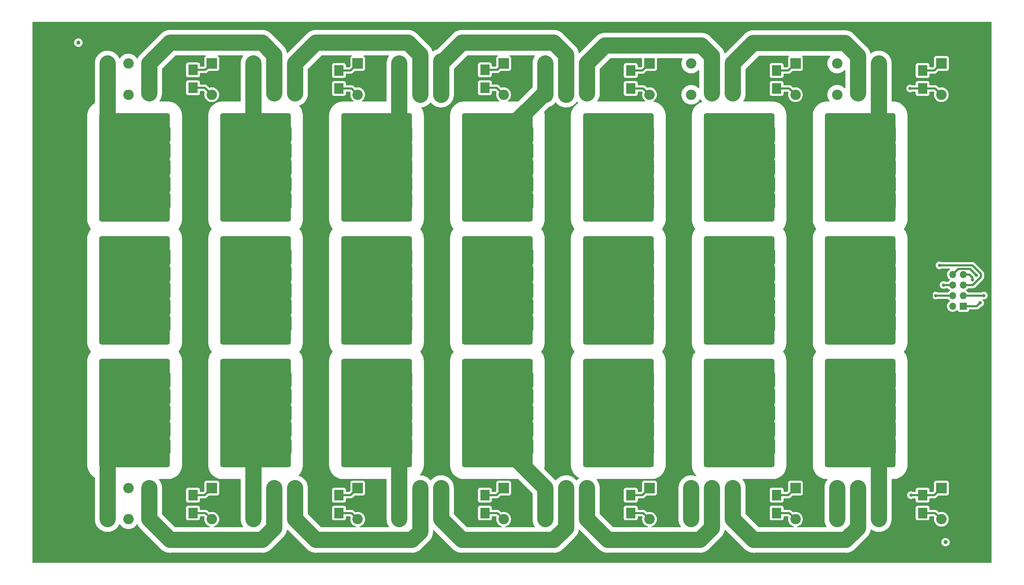
<source format=gbl>
G04 #@! TF.GenerationSoftware,KiCad,Pcbnew,7.0.9-7.0.9~ubuntu20.04.1*
G04 #@! TF.CreationDate,2023-12-17T16:45:51+01:00*
G04 #@! TF.ProjectId,low_pass,6c6f775f-7061-4737-932e-6b696361645f,1.0*
G04 #@! TF.SameCoordinates,Original*
G04 #@! TF.FileFunction,Copper,L2,Bot*
G04 #@! TF.FilePolarity,Positive*
%FSLAX46Y46*%
G04 Gerber Fmt 4.6, Leading zero omitted, Abs format (unit mm)*
G04 Created by KiCad (PCBNEW 7.0.9-7.0.9~ubuntu20.04.1) date 2023-12-17 16:45:51*
%MOMM*%
%LPD*%
G01*
G04 APERTURE LIST*
G04 Aperture macros list*
%AMRoundRect*
0 Rectangle with rounded corners*
0 $1 Rounding radius*
0 $2 $3 $4 $5 $6 $7 $8 $9 X,Y pos of 4 corners*
0 Add a 4 corners polygon primitive as box body*
4,1,4,$2,$3,$4,$5,$6,$7,$8,$9,$2,$3,0*
0 Add four circle primitives for the rounded corners*
1,1,$1+$1,$2,$3*
1,1,$1+$1,$4,$5*
1,1,$1+$1,$6,$7*
1,1,$1+$1,$8,$9*
0 Add four rect primitives between the rounded corners*
20,1,$1+$1,$2,$3,$4,$5,0*
20,1,$1+$1,$4,$5,$6,$7,0*
20,1,$1+$1,$6,$7,$8,$9,0*
20,1,$1+$1,$8,$9,$2,$3,0*%
G04 Aperture macros list end*
G04 #@! TA.AperFunction,ComponentPad*
%ADD10C,5.600000*%
G04 #@! TD*
G04 #@! TA.AperFunction,ComponentPad*
%ADD11R,2.500000X2.500000*%
G04 #@! TD*
G04 #@! TA.AperFunction,ComponentPad*
%ADD12O,2.500000X2.500000*%
G04 #@! TD*
G04 #@! TA.AperFunction,ComponentPad*
%ADD13R,1.700000X1.700000*%
G04 #@! TD*
G04 #@! TA.AperFunction,ComponentPad*
%ADD14O,1.700000X1.700000*%
G04 #@! TD*
G04 #@! TA.AperFunction,SMDPad,CuDef*
%ADD15RoundRect,0.249999X0.450001X1.450001X-0.450001X1.450001X-0.450001X-1.450001X0.450001X-1.450001X0*%
G04 #@! TD*
G04 #@! TA.AperFunction,ComponentPad*
%ADD16C,1.524000*%
G04 #@! TD*
G04 #@! TA.AperFunction,SMDPad,CuDef*
%ADD17RoundRect,0.500000X-2.500000X42.000000X-2.500000X-42.000000X2.500000X-42.000000X2.500000X42.000000X0*%
G04 #@! TD*
G04 #@! TA.AperFunction,ComponentPad*
%ADD18C,5.000000*%
G04 #@! TD*
G04 #@! TA.AperFunction,SMDPad,CuDef*
%ADD19RoundRect,0.531250X-7.968750X12.468750X-7.968750X-12.468750X7.968750X-12.468750X7.968750X12.468750X0*%
G04 #@! TD*
G04 #@! TA.AperFunction,SMDPad,CuDef*
%ADD20R,2.300000X2.500000*%
G04 #@! TD*
G04 #@! TA.AperFunction,SMDPad,CuDef*
%ADD21C,1.000000*%
G04 #@! TD*
G04 #@! TA.AperFunction,ViaPad*
%ADD22C,0.800000*%
G04 #@! TD*
G04 #@! TA.AperFunction,Conductor*
%ADD23C,0.500000*%
G04 #@! TD*
G04 #@! TA.AperFunction,Conductor*
%ADD24C,3.900000*%
G04 #@! TD*
G04 APERTURE END LIST*
D10*
X40000000Y-150000000D03*
X40000000Y-30000000D03*
D11*
X148000000Y-35000000D03*
D12*
X133000000Y-35000000D03*
X128000000Y-35000000D03*
X123000000Y-35000000D03*
X123000000Y-42500000D03*
X128000000Y-42500000D03*
X133000000Y-42500000D03*
X148000000Y-42500000D03*
D11*
X253000000Y-35000000D03*
D12*
X238000000Y-35000000D03*
X233000000Y-35000000D03*
X228000000Y-35000000D03*
X228000000Y-42500000D03*
X233000000Y-42500000D03*
X238000000Y-42500000D03*
X253000000Y-42500000D03*
D11*
X183000000Y-137000000D03*
D12*
X168000000Y-137000000D03*
X163000000Y-137000000D03*
X158000000Y-137000000D03*
X158000000Y-144500000D03*
X163000000Y-144500000D03*
X168000000Y-144500000D03*
X183000000Y-144500000D03*
D10*
X260000000Y-150000000D03*
D11*
X113000000Y-137000000D03*
D12*
X98000000Y-137000000D03*
X93000000Y-137000000D03*
X88000000Y-137000000D03*
X88000000Y-144500000D03*
X93000000Y-144500000D03*
X98000000Y-144500000D03*
X113000000Y-144500000D03*
D11*
X218000000Y-35000000D03*
D12*
X203000000Y-35000000D03*
X198000000Y-35000000D03*
X193000000Y-35000000D03*
X193000000Y-42500000D03*
X198000000Y-42500000D03*
X203000000Y-42500000D03*
X218000000Y-42500000D03*
D11*
X113000000Y-35000000D03*
D12*
X98000000Y-35000000D03*
X93000000Y-35000000D03*
X88000000Y-35000000D03*
X88000000Y-42500000D03*
X93000000Y-42500000D03*
X98000000Y-42500000D03*
X113000000Y-42500000D03*
D11*
X218000000Y-137000000D03*
D12*
X203000000Y-137000000D03*
X198000000Y-137000000D03*
X193000000Y-137000000D03*
X193000000Y-144500000D03*
X198000000Y-144500000D03*
X203000000Y-144500000D03*
X218000000Y-144500000D03*
D11*
X183000000Y-35000000D03*
D12*
X168000000Y-35000000D03*
X163000000Y-35000000D03*
X158000000Y-35000000D03*
X158000000Y-42500000D03*
X163000000Y-42500000D03*
X168000000Y-42500000D03*
X183000000Y-42500000D03*
D10*
X260000000Y-30000000D03*
D11*
X148000000Y-137000000D03*
D12*
X133000000Y-137000000D03*
X128000000Y-137000000D03*
X123000000Y-137000000D03*
X123000000Y-144500000D03*
X128000000Y-144500000D03*
X133000000Y-144500000D03*
X148000000Y-144500000D03*
D11*
X253000000Y-137000000D03*
D12*
X238000000Y-137000000D03*
X233000000Y-137000000D03*
X228000000Y-137000000D03*
X228000000Y-144500000D03*
X233000000Y-144500000D03*
X238000000Y-144500000D03*
X253000000Y-144500000D03*
D11*
X78000000Y-137000000D03*
D12*
X63000000Y-137000000D03*
X58000000Y-137000000D03*
X53000000Y-137000000D03*
X53000000Y-144500000D03*
X58000000Y-144500000D03*
X63000000Y-144500000D03*
X78000000Y-144500000D03*
D11*
X78000000Y-35000000D03*
D12*
X63000000Y-35000000D03*
X58000000Y-35000000D03*
X53000000Y-35000000D03*
X53000000Y-42500000D03*
X58000000Y-42500000D03*
X63000000Y-42500000D03*
X78000000Y-42500000D03*
D13*
X258275000Y-93300000D03*
D14*
X255735000Y-93300000D03*
X258275000Y-90760000D03*
X255735000Y-90760000D03*
X258275000Y-88220000D03*
X255735000Y-88220000D03*
X258275000Y-85680000D03*
X255735000Y-85680000D03*
D15*
X245550000Y-97500000D03*
D16*
X248000000Y-111000000D03*
X248000000Y-81500000D03*
D15*
X245550000Y-119000000D03*
X245550000Y-115000000D03*
D16*
X248000000Y-93500000D03*
D15*
X245550000Y-81500000D03*
X245550000Y-93500000D03*
D16*
X248000000Y-56000000D03*
D15*
X245550000Y-56000000D03*
D16*
X248000000Y-123000000D03*
X248000000Y-85500000D03*
D15*
X245550000Y-60000000D03*
D16*
X248000000Y-60000000D03*
D15*
X245550000Y-111000000D03*
D16*
X248000000Y-127000000D03*
X248000000Y-52000000D03*
D17*
X248000000Y-89500000D03*
D15*
X245550000Y-89500000D03*
X245550000Y-52000000D03*
D16*
X248000000Y-119000000D03*
X248000000Y-64000000D03*
X248000000Y-97500000D03*
D15*
X245550000Y-123000000D03*
D16*
X248000000Y-89500000D03*
D15*
X245550000Y-64000000D03*
X245550000Y-127000000D03*
X245550000Y-85500000D03*
D16*
X248000000Y-115000000D03*
D15*
X245550000Y-68000000D03*
D16*
X248000000Y-68000000D03*
D15*
X241450000Y-52000000D03*
D18*
X236500000Y-50500000D03*
D15*
X241450000Y-64000000D03*
X241450000Y-68000000D03*
D19*
X233500000Y-60000000D03*
D18*
X236500000Y-57000000D03*
D15*
X241450000Y-60000000D03*
X241450000Y-56000000D03*
D19*
X233500000Y-119000000D03*
D15*
X241450000Y-123000000D03*
X241450000Y-115000000D03*
X241450000Y-111000000D03*
D18*
X230000000Y-122000000D03*
D15*
X241450000Y-119000000D03*
X241450000Y-127000000D03*
D18*
X230000000Y-128500000D03*
D15*
X241450000Y-81500000D03*
X241450000Y-85500000D03*
X241450000Y-93500000D03*
X241450000Y-89500000D03*
D18*
X230000000Y-85500000D03*
D19*
X233500000Y-89500000D03*
D18*
X236500000Y-93500000D03*
D15*
X241450000Y-97500000D03*
X187550000Y-97500000D03*
D16*
X190000000Y-64000000D03*
D15*
X187550000Y-119000000D03*
D16*
X190000000Y-115000000D03*
X190000000Y-52000000D03*
D15*
X187550000Y-68000000D03*
X187550000Y-89500000D03*
X187550000Y-123000000D03*
D16*
X190000000Y-89500000D03*
D15*
X187550000Y-93500000D03*
X187550000Y-64000000D03*
X187550000Y-111000000D03*
D16*
X190000000Y-119000000D03*
X190000000Y-56000000D03*
X190000000Y-123000000D03*
X190000000Y-93500000D03*
X190000000Y-111000000D03*
D15*
X187550000Y-60000000D03*
D16*
X190000000Y-127000000D03*
D15*
X187550000Y-56000000D03*
D16*
X190000000Y-97500000D03*
D15*
X187550000Y-81500000D03*
X187550000Y-127000000D03*
D16*
X190000000Y-68000000D03*
D17*
X190000000Y-89500000D03*
D15*
X187550000Y-85500000D03*
X187550000Y-52000000D03*
D16*
X190000000Y-60000000D03*
X190000000Y-85500000D03*
X190000000Y-81500000D03*
D15*
X187550000Y-115000000D03*
D18*
X178500000Y-50500000D03*
D15*
X183450000Y-52000000D03*
X183450000Y-68000000D03*
X183450000Y-64000000D03*
X183450000Y-60000000D03*
D18*
X178500000Y-57000000D03*
D15*
X183450000Y-56000000D03*
D19*
X175500000Y-60000000D03*
D18*
X172000000Y-128500000D03*
X172000000Y-122000000D03*
D15*
X183450000Y-127000000D03*
X183450000Y-111000000D03*
X183450000Y-115000000D03*
D19*
X175500000Y-119000000D03*
D15*
X183450000Y-123000000D03*
X183450000Y-119000000D03*
X183450000Y-93500000D03*
D18*
X178500000Y-93500000D03*
D15*
X183450000Y-97500000D03*
D18*
X172000000Y-85500000D03*
D15*
X183450000Y-81500000D03*
X183450000Y-89500000D03*
X183450000Y-85500000D03*
D19*
X175500000Y-89500000D03*
D20*
X178500000Y-138700000D03*
X178500000Y-143000000D03*
D15*
X216550000Y-60000000D03*
D16*
X219000000Y-64000000D03*
X219000000Y-56000000D03*
D15*
X216550000Y-52000000D03*
X216550000Y-89500000D03*
D17*
X219000000Y-89500000D03*
D16*
X219000000Y-111000000D03*
X219000000Y-81500000D03*
X219000000Y-89500000D03*
D15*
X216550000Y-111000000D03*
D16*
X219000000Y-85500000D03*
X219000000Y-60000000D03*
D15*
X216550000Y-85500000D03*
X216550000Y-119000000D03*
X216550000Y-93500000D03*
D16*
X219000000Y-115000000D03*
X219000000Y-119000000D03*
X219000000Y-123000000D03*
D15*
X216550000Y-56000000D03*
X216550000Y-81500000D03*
X216550000Y-97500000D03*
X216550000Y-123000000D03*
D16*
X219000000Y-93500000D03*
X219000000Y-127000000D03*
X219000000Y-97500000D03*
D15*
X216550000Y-115000000D03*
D16*
X219000000Y-52000000D03*
D15*
X216550000Y-127000000D03*
D16*
X219000000Y-68000000D03*
D15*
X216550000Y-64000000D03*
X216550000Y-68000000D03*
X212450000Y-52000000D03*
X212450000Y-68000000D03*
D18*
X207500000Y-57000000D03*
D15*
X212450000Y-64000000D03*
D18*
X207500000Y-50500000D03*
D15*
X212450000Y-60000000D03*
X212450000Y-56000000D03*
D19*
X204500000Y-60000000D03*
D15*
X212450000Y-111000000D03*
X212450000Y-127000000D03*
D18*
X201000000Y-128500000D03*
X201000000Y-122000000D03*
D15*
X212450000Y-119000000D03*
X212450000Y-123000000D03*
X212450000Y-115000000D03*
D19*
X204500000Y-119000000D03*
D18*
X201000000Y-85500000D03*
D15*
X212450000Y-97500000D03*
X212450000Y-81500000D03*
D19*
X204500000Y-89500000D03*
D15*
X212450000Y-85500000D03*
X212450000Y-89500000D03*
X212450000Y-93500000D03*
D18*
X207500000Y-93500000D03*
D20*
X178500000Y-41000000D03*
X178500000Y-36700000D03*
X248500000Y-138700000D03*
X248500000Y-143000000D03*
D15*
X129550000Y-89500000D03*
D16*
X132000000Y-111000000D03*
D15*
X129550000Y-81500000D03*
X129550000Y-64000000D03*
D16*
X132000000Y-60000000D03*
D15*
X129550000Y-111000000D03*
D16*
X132000000Y-89500000D03*
X132000000Y-85500000D03*
D17*
X132000000Y-89500000D03*
D15*
X129550000Y-85500000D03*
D16*
X132000000Y-119000000D03*
D15*
X129550000Y-123000000D03*
X129550000Y-56000000D03*
D16*
X132000000Y-81500000D03*
X132000000Y-56000000D03*
X132000000Y-123000000D03*
X132000000Y-64000000D03*
X132000000Y-68000000D03*
X132000000Y-97500000D03*
D15*
X129550000Y-68000000D03*
X129550000Y-52000000D03*
X129550000Y-115000000D03*
D16*
X132000000Y-93500000D03*
D15*
X129550000Y-93500000D03*
X129550000Y-119000000D03*
X129550000Y-127000000D03*
D16*
X132000000Y-127000000D03*
D15*
X129550000Y-97500000D03*
D16*
X132000000Y-52000000D03*
D15*
X129550000Y-60000000D03*
D16*
X132000000Y-115000000D03*
D15*
X125450000Y-60000000D03*
X125450000Y-68000000D03*
D19*
X117500000Y-60000000D03*
D18*
X120500000Y-50500000D03*
D15*
X125450000Y-64000000D03*
X125450000Y-52000000D03*
X125450000Y-56000000D03*
D18*
X120500000Y-57000000D03*
D15*
X125450000Y-123000000D03*
X125450000Y-111000000D03*
X125450000Y-119000000D03*
X125450000Y-115000000D03*
D18*
X114000000Y-122000000D03*
D19*
X117500000Y-119000000D03*
D18*
X114000000Y-128500000D03*
D15*
X125450000Y-127000000D03*
D19*
X117500000Y-89500000D03*
D15*
X125450000Y-89500000D03*
X125450000Y-85500000D03*
X125450000Y-97500000D03*
X125450000Y-93500000D03*
D18*
X114000000Y-85500000D03*
D15*
X125450000Y-81500000D03*
D18*
X120500000Y-93500000D03*
D21*
X254000000Y-150000000D03*
D20*
X213500000Y-138700000D03*
X213500000Y-143000000D03*
X73500000Y-40837500D03*
X73500000Y-36537500D03*
D15*
X100550000Y-115000000D03*
D16*
X103000000Y-60000000D03*
D15*
X100550000Y-119000000D03*
X100550000Y-127000000D03*
D16*
X103000000Y-68000000D03*
X103000000Y-64000000D03*
D15*
X100550000Y-85500000D03*
D16*
X103000000Y-127000000D03*
X103000000Y-119000000D03*
D15*
X100550000Y-81500000D03*
X100550000Y-56000000D03*
X100550000Y-68000000D03*
X100550000Y-64000000D03*
D17*
X103000000Y-89500000D03*
D16*
X103000000Y-93500000D03*
X103000000Y-85500000D03*
X103000000Y-56000000D03*
X103000000Y-123000000D03*
D15*
X100550000Y-93500000D03*
D16*
X103000000Y-89500000D03*
X103000000Y-81500000D03*
D15*
X100550000Y-97500000D03*
X100550000Y-52000000D03*
D16*
X103000000Y-111000000D03*
X103000000Y-52000000D03*
X103000000Y-97500000D03*
D15*
X100550000Y-89500000D03*
D16*
X103000000Y-115000000D03*
D15*
X100550000Y-60000000D03*
X100550000Y-111000000D03*
X100550000Y-123000000D03*
D18*
X91500000Y-63500000D03*
D15*
X96450000Y-68000000D03*
D19*
X88500000Y-60000000D03*
D15*
X96450000Y-56000000D03*
X96450000Y-52000000D03*
D18*
X91500000Y-70000000D03*
D15*
X96450000Y-64000000D03*
X96450000Y-60000000D03*
X96450000Y-123000000D03*
D18*
X85000000Y-109000000D03*
D19*
X88500000Y-119000000D03*
D15*
X96450000Y-127000000D03*
X96450000Y-115000000D03*
X96450000Y-119000000D03*
X96450000Y-111000000D03*
D18*
X85000000Y-115500000D03*
X91500000Y-99500000D03*
D15*
X96450000Y-89500000D03*
X96450000Y-81500000D03*
X96450000Y-93500000D03*
X96450000Y-97500000D03*
X96450000Y-85500000D03*
D18*
X85000000Y-79500000D03*
D19*
X88500000Y-89500000D03*
D20*
X108500000Y-41000000D03*
X108500000Y-36700000D03*
X213500000Y-41000000D03*
X213500000Y-36700000D03*
X143500000Y-40837500D03*
X143500000Y-36537500D03*
X108500000Y-138700000D03*
X108500000Y-143000000D03*
D16*
X161000000Y-81500000D03*
D15*
X158550000Y-68000000D03*
X158550000Y-85500000D03*
D16*
X161000000Y-60000000D03*
D15*
X158550000Y-89500000D03*
X158550000Y-97500000D03*
X158550000Y-93500000D03*
D16*
X161000000Y-52000000D03*
X161000000Y-64000000D03*
D15*
X158550000Y-81500000D03*
X158550000Y-119000000D03*
D16*
X161000000Y-123000000D03*
X161000000Y-68000000D03*
D15*
X158550000Y-60000000D03*
D17*
X161000000Y-89500000D03*
D15*
X158550000Y-123000000D03*
X158550000Y-127000000D03*
X158550000Y-56000000D03*
D16*
X161000000Y-93500000D03*
X161000000Y-89500000D03*
X161000000Y-127000000D03*
D15*
X158550000Y-111000000D03*
X158550000Y-52000000D03*
D16*
X161000000Y-97500000D03*
X161000000Y-119000000D03*
X161000000Y-115000000D03*
D15*
X158550000Y-64000000D03*
X158550000Y-115000000D03*
D16*
X161000000Y-56000000D03*
X161000000Y-111000000D03*
X161000000Y-85500000D03*
D18*
X149500000Y-50500000D03*
D15*
X154450000Y-64000000D03*
D19*
X146500000Y-60000000D03*
D15*
X154450000Y-52000000D03*
X154450000Y-56000000D03*
X154450000Y-60000000D03*
D18*
X149500000Y-57000000D03*
D15*
X154450000Y-68000000D03*
X154450000Y-127000000D03*
D18*
X143000000Y-122000000D03*
D15*
X154450000Y-111000000D03*
X154450000Y-123000000D03*
D18*
X143000000Y-128500000D03*
D19*
X146500000Y-119000000D03*
D15*
X154450000Y-119000000D03*
X154450000Y-115000000D03*
D19*
X146500000Y-89500000D03*
D15*
X154450000Y-97500000D03*
X154450000Y-85500000D03*
X154450000Y-81500000D03*
X154450000Y-93500000D03*
D18*
X149500000Y-93500000D03*
D15*
X154450000Y-89500000D03*
D18*
X143000000Y-85500000D03*
D21*
X46000000Y-30000000D03*
D20*
X248500000Y-41000000D03*
X248500000Y-36700000D03*
X143500000Y-138700000D03*
X143500000Y-143000000D03*
X73500000Y-138700000D03*
X73500000Y-143000000D03*
D16*
X74000000Y-111000000D03*
D15*
X71550000Y-111000000D03*
X71550000Y-97500000D03*
X71550000Y-123000000D03*
X71550000Y-81500000D03*
D16*
X74000000Y-85500000D03*
D15*
X71550000Y-89500000D03*
X71550000Y-119000000D03*
D16*
X74000000Y-123000000D03*
X74000000Y-56000000D03*
X74000000Y-93500000D03*
D17*
X74000000Y-89500000D03*
D16*
X74000000Y-127000000D03*
D15*
X71550000Y-127000000D03*
X71550000Y-85500000D03*
D16*
X74000000Y-81500000D03*
D15*
X71550000Y-52000000D03*
X71550000Y-64000000D03*
D16*
X74000000Y-97500000D03*
D15*
X71550000Y-68000000D03*
X71550000Y-93500000D03*
D16*
X74000000Y-52000000D03*
X74000000Y-68000000D03*
D15*
X71550000Y-60000000D03*
D16*
X74000000Y-115000000D03*
D15*
X71550000Y-56000000D03*
D16*
X74000000Y-60000000D03*
X74000000Y-89500000D03*
X74000000Y-119000000D03*
X74000000Y-64000000D03*
D15*
X71550000Y-115000000D03*
X67450000Y-68000000D03*
D18*
X62500000Y-70000000D03*
D15*
X67450000Y-52000000D03*
X67450000Y-56000000D03*
X67450000Y-60000000D03*
D18*
X62500000Y-63500000D03*
D19*
X59500000Y-60000000D03*
D15*
X67450000Y-64000000D03*
D18*
X56000000Y-109000000D03*
D15*
X67450000Y-127000000D03*
X67450000Y-123000000D03*
D19*
X59500000Y-119000000D03*
D15*
X67450000Y-111000000D03*
D18*
X56000000Y-115500000D03*
D15*
X67450000Y-115000000D03*
X67450000Y-119000000D03*
D18*
X62500000Y-99500000D03*
D15*
X67450000Y-89500000D03*
D18*
X56000000Y-79500000D03*
D15*
X67450000Y-93500000D03*
X67450000Y-85500000D03*
X67450000Y-81500000D03*
D19*
X59500000Y-89500000D03*
D15*
X67450000Y-97500000D03*
D22*
X245700000Y-138700000D03*
X245500000Y-41000000D03*
X262299000Y-92500000D03*
X261399500Y-85899500D03*
X260496261Y-87003739D03*
X253530000Y-88220000D03*
X252549000Y-83494761D03*
X251649500Y-90750000D03*
X263198500Y-90750000D03*
X46990000Y-63500000D03*
X44450000Y-58420000D03*
X44450000Y-104140000D03*
X41910000Y-121920000D03*
X46990000Y-116840000D03*
X41910000Y-58420000D03*
X41910000Y-76200000D03*
X46990000Y-60960000D03*
X44450000Y-76200000D03*
X46990000Y-114300000D03*
X36830000Y-121920000D03*
X46990000Y-104140000D03*
X46990000Y-76200000D03*
X46990000Y-119380000D03*
X46990000Y-121920000D03*
X44450000Y-121920000D03*
X46990000Y-111760000D03*
X39370000Y-76200000D03*
X46990000Y-109220000D03*
X39370000Y-58420000D03*
X36830000Y-76200000D03*
X46990000Y-73660000D03*
X46990000Y-68580000D03*
X46990000Y-106680000D03*
X39370000Y-121920000D03*
X39370000Y-104140000D03*
X46990000Y-58420000D03*
X41910000Y-104140000D03*
X36830000Y-58420000D03*
X46990000Y-66040000D03*
X46990000Y-71120000D03*
X36830000Y-104140000D03*
D23*
X181500000Y-41000000D02*
X183000000Y-42500000D01*
X76300000Y-138700000D02*
X78000000Y-137000000D01*
X108500000Y-41000000D02*
X111500000Y-41000000D01*
X73500000Y-138700000D02*
X76300000Y-138700000D01*
X146300000Y-138700000D02*
X148000000Y-137000000D01*
X248500000Y-41000000D02*
X251500000Y-41000000D01*
X213500000Y-41000000D02*
X216500000Y-41000000D01*
X248500000Y-138700000D02*
X251300000Y-138700000D01*
X178500000Y-138700000D02*
X181300000Y-138700000D01*
X111300000Y-138700000D02*
X113000000Y-137000000D01*
X178500000Y-41000000D02*
X181500000Y-41000000D01*
X143500000Y-138700000D02*
X146300000Y-138700000D01*
X251500000Y-41000000D02*
X253000000Y-42500000D01*
X213500000Y-138700000D02*
X216300000Y-138700000D01*
X181300000Y-138700000D02*
X183000000Y-137000000D01*
X76337500Y-40837500D02*
X78000000Y-42500000D01*
X258275000Y-93300000D02*
X261499000Y-93300000D01*
X261499000Y-93300000D02*
X262299000Y-92500000D01*
X146337500Y-40837500D02*
X148000000Y-42500000D01*
X143500000Y-40837500D02*
X146337500Y-40837500D01*
X111500000Y-41000000D02*
X113000000Y-42500000D01*
X216500000Y-41000000D02*
X218000000Y-42500000D01*
X73500000Y-40837500D02*
X76337500Y-40837500D01*
X245500000Y-41000000D02*
X248500000Y-41000000D01*
X251300000Y-138700000D02*
X253000000Y-137000000D01*
X216300000Y-138700000D02*
X218000000Y-137000000D01*
X245700000Y-138700000D02*
X248500000Y-138700000D01*
X108500000Y-138700000D02*
X111300000Y-138700000D01*
X255735000Y-85680000D02*
X257085000Y-84330000D01*
X73500000Y-143000000D02*
X76500000Y-143000000D01*
X76500000Y-143000000D02*
X78000000Y-144500000D01*
X73500000Y-36537500D02*
X76462500Y-36537500D01*
X259830000Y-84330000D02*
X261399500Y-85899500D01*
X76462500Y-36537500D02*
X78000000Y-35000000D01*
X257085000Y-84330000D02*
X259830000Y-84330000D01*
X111300000Y-36700000D02*
X113000000Y-35000000D01*
X258275000Y-85680000D02*
X259680000Y-85680000D01*
X260496261Y-86496261D02*
X260496261Y-87003739D01*
X259680000Y-85680000D02*
X260496261Y-86496261D01*
X108500000Y-36700000D02*
X111300000Y-36700000D01*
X108500000Y-143000000D02*
X111500000Y-143000000D01*
X111500000Y-143000000D02*
X113000000Y-144500000D01*
X146500000Y-143000000D02*
X148000000Y-144500000D01*
X253530000Y-88220000D02*
X255735000Y-88220000D01*
X146462500Y-36537500D02*
X148000000Y-35000000D01*
X143500000Y-36537500D02*
X146462500Y-36537500D01*
X143500000Y-143000000D02*
X146500000Y-143000000D01*
X252549000Y-83494761D02*
X252554239Y-83500000D01*
X178500000Y-36700000D02*
X181300000Y-36700000D01*
X178500000Y-143000000D02*
X181500000Y-143000000D01*
X181500000Y-143000000D02*
X183000000Y-144500000D01*
X181300000Y-36700000D02*
X183000000Y-35000000D01*
X252554239Y-83500000D02*
X260500000Y-83500000D01*
X260552793Y-88220000D02*
X258275000Y-88220000D01*
X260500000Y-83500000D02*
X262500000Y-85500000D01*
X262500000Y-85500000D02*
X262500000Y-86272793D01*
X262500000Y-86272793D02*
X260552793Y-88220000D01*
X213500000Y-143000000D02*
X216500000Y-143000000D01*
X216500000Y-143000000D02*
X218000000Y-144500000D01*
X213500000Y-36700000D02*
X216300000Y-36700000D01*
X255725000Y-90750000D02*
X255735000Y-90760000D01*
X251649500Y-90750000D02*
X255725000Y-90750000D01*
X216300000Y-36700000D02*
X218000000Y-35000000D01*
X251300000Y-36700000D02*
X253000000Y-35000000D01*
X251500000Y-143000000D02*
X253000000Y-144500000D01*
X263188500Y-90760000D02*
X263198500Y-90750000D01*
X248500000Y-36700000D02*
X251300000Y-36700000D01*
X248500000Y-143000000D02*
X251500000Y-143000000D01*
X258275000Y-90760000D02*
X263188500Y-90760000D01*
X248200000Y-85700000D02*
X248000000Y-85500000D01*
D24*
X53000000Y-42500000D02*
X53000000Y-53500000D01*
X53000000Y-53500000D02*
X59500000Y-60000000D01*
X53000000Y-35000000D02*
X53000000Y-42500000D01*
X88000000Y-35000000D02*
X88000000Y-42500000D01*
X88000000Y-59500000D02*
X88500000Y-60000000D01*
X88000000Y-42500000D02*
X88000000Y-59500000D01*
X123000000Y-48000000D02*
X120500000Y-50500000D01*
X123000000Y-35000000D02*
X123000000Y-42500000D01*
X123000000Y-42500000D02*
X123000000Y-48000000D01*
X158000000Y-42500000D02*
X157500000Y-42500000D01*
X158000000Y-35000000D02*
X158000000Y-42500000D01*
X157500000Y-42500000D02*
X149500000Y-50500000D01*
X238000000Y-55500000D02*
X233500000Y-60000000D01*
X238000000Y-42500000D02*
X238000000Y-55500000D01*
X238000000Y-35000000D02*
X238000000Y-42500000D01*
X93000000Y-144500000D02*
X93000000Y-146571068D01*
X68000000Y-149500000D02*
X63000000Y-144500000D01*
X93000000Y-144500000D02*
X93000000Y-137000000D01*
X93000000Y-146571068D02*
X90071068Y-149500000D01*
X90071068Y-149500000D02*
X68000000Y-149500000D01*
X63000000Y-144500000D02*
X63000000Y-137000000D01*
X63000000Y-35000000D02*
X63000000Y-42200000D01*
X68000000Y-30000000D02*
X63000000Y-35000000D01*
X93000000Y-35000000D02*
X93000000Y-42200000D01*
X90071068Y-30000000D02*
X68000000Y-30000000D01*
X93000000Y-32928932D02*
X90071068Y-30000000D01*
X93000000Y-35000000D02*
X93000000Y-32928932D01*
X126000000Y-149500000D02*
X103000000Y-149500000D01*
X128000000Y-147500000D02*
X126000000Y-149500000D01*
X98000000Y-137000000D02*
X98000000Y-144500000D01*
X128000000Y-137000000D02*
X128000000Y-144500000D01*
X103000000Y-149500000D02*
X98000000Y-144500000D01*
X128000000Y-144500000D02*
X128000000Y-147500000D01*
X98000000Y-35000000D02*
X98000000Y-42200000D01*
X103000000Y-30000000D02*
X98000000Y-35000000D01*
X125071068Y-30000000D02*
X103000000Y-30000000D01*
X128000000Y-35000000D02*
X128000000Y-32928932D01*
X128000000Y-32928932D02*
X125071068Y-30000000D01*
X128000000Y-35000000D02*
X128000000Y-42500000D01*
X133000000Y-137000000D02*
X133000000Y-144500000D01*
X160071068Y-149500000D02*
X138000000Y-149500000D01*
X138000000Y-149500000D02*
X133000000Y-144500000D01*
X163000000Y-146571068D02*
X160071068Y-149500000D01*
X163000000Y-144500000D02*
X163000000Y-146571068D01*
X163000000Y-137000000D02*
X163000000Y-144500000D01*
X160071068Y-30000000D02*
X138000000Y-30000000D01*
X138000000Y-30000000D02*
X133000000Y-35000000D01*
X163000000Y-35000000D02*
X163000000Y-32928932D01*
X133000000Y-42500000D02*
X133000000Y-34500000D01*
X163000000Y-42500000D02*
X163000000Y-35000000D01*
X163000000Y-32928932D02*
X160071068Y-30000000D01*
X173000000Y-149500000D02*
X168000000Y-144500000D01*
X195071068Y-149500000D02*
X173000000Y-149500000D01*
X198000000Y-146571068D02*
X195071068Y-149500000D01*
X198000000Y-144500000D02*
X198000000Y-146571068D01*
X198000000Y-137000000D02*
X198000000Y-144500000D01*
X168000000Y-137000000D02*
X168000000Y-144500000D01*
X198000000Y-33232234D02*
X195467766Y-30700000D01*
X198000000Y-35000000D02*
X198000000Y-42200000D01*
X168000000Y-35000000D02*
X168000000Y-42200000D01*
X195467766Y-30700000D02*
X172300000Y-30700000D01*
X172300000Y-30700000D02*
X168000000Y-35000000D01*
X198000000Y-35000000D02*
X198000000Y-33232234D01*
X233000000Y-144500000D02*
X233000000Y-137000000D01*
X208000000Y-149500000D02*
X203000000Y-144500000D01*
X233000000Y-146571068D02*
X230071068Y-149500000D01*
X203000000Y-137000000D02*
X203000000Y-144500000D01*
X233000000Y-144500000D02*
X233000000Y-146571068D01*
X230071068Y-149500000D02*
X208000000Y-149500000D01*
X233000000Y-35000000D02*
X233000000Y-42200000D01*
X233000000Y-35000000D02*
X233000000Y-33232234D01*
X233000000Y-33232234D02*
X229855266Y-30087500D01*
X207912500Y-30087500D02*
X203000000Y-35000000D01*
X203000000Y-35000000D02*
X203000000Y-42200000D01*
X229855266Y-30087500D02*
X207912500Y-30087500D01*
X53000000Y-144500000D02*
X53000000Y-137000000D01*
X53000000Y-137000000D02*
X53000000Y-125500000D01*
X53000000Y-125500000D02*
X59500000Y-119000000D01*
X88000000Y-144500000D02*
X88000000Y-137000000D01*
X88000000Y-137000000D02*
X88000000Y-119500000D01*
X88000000Y-119500000D02*
X88500000Y-119000000D01*
X123000000Y-124500000D02*
X117500000Y-119000000D01*
X123000000Y-137000000D02*
X123000000Y-124500000D01*
X123000000Y-144500000D02*
X123000000Y-137000000D01*
X158000000Y-137000000D02*
X146500000Y-125500000D01*
X158000000Y-144500000D02*
X158000000Y-137000000D01*
X146500000Y-125500000D02*
X146500000Y-119000000D01*
X193000000Y-137000000D02*
X193000000Y-144500000D01*
X228000000Y-137000000D02*
X228000000Y-144500000D01*
X238000000Y-144500000D02*
X238000000Y-137000000D01*
X238000000Y-137000000D02*
X238000000Y-123500000D01*
X238000000Y-123500000D02*
X233500000Y-119000000D01*
G04 #@! TA.AperFunction,Conductor*
G36*
X76540099Y-33070502D02*
G01*
X76586592Y-33124158D01*
X76596696Y-33194432D01*
X76567202Y-33259012D01*
X76516011Y-33294554D01*
X76509134Y-33297119D01*
X76503792Y-33299112D01*
X76386738Y-33386738D01*
X76299112Y-33503792D01*
X76299110Y-33503797D01*
X76248011Y-33640795D01*
X76248009Y-33640803D01*
X76241500Y-33701350D01*
X76241500Y-35633629D01*
X76221498Y-35701750D01*
X76204595Y-35722724D01*
X76185224Y-35742095D01*
X76122912Y-35776121D01*
X76096129Y-35779000D01*
X75284500Y-35779000D01*
X75216379Y-35758998D01*
X75169886Y-35705342D01*
X75158500Y-35653000D01*
X75158500Y-35238867D01*
X75158499Y-35238850D01*
X75151990Y-35178303D01*
X75151988Y-35178295D01*
X75122924Y-35100375D01*
X75100889Y-35041296D01*
X75100888Y-35041294D01*
X75100887Y-35041292D01*
X75013261Y-34924238D01*
X74896207Y-34836612D01*
X74896202Y-34836610D01*
X74759204Y-34785511D01*
X74759196Y-34785509D01*
X74698649Y-34779000D01*
X74698638Y-34779000D01*
X72301362Y-34779000D01*
X72301350Y-34779000D01*
X72240803Y-34785509D01*
X72240795Y-34785511D01*
X72103797Y-34836610D01*
X72103792Y-34836612D01*
X71986738Y-34924238D01*
X71899112Y-35041292D01*
X71899110Y-35041297D01*
X71848011Y-35178295D01*
X71848009Y-35178303D01*
X71841500Y-35238850D01*
X71841500Y-37836149D01*
X71848009Y-37896696D01*
X71848011Y-37896704D01*
X71899110Y-38033702D01*
X71899112Y-38033707D01*
X71986738Y-38150761D01*
X72103792Y-38238387D01*
X72103794Y-38238388D01*
X72103796Y-38238389D01*
X72162875Y-38260424D01*
X72240795Y-38289488D01*
X72240803Y-38289490D01*
X72301350Y-38295999D01*
X72301355Y-38295999D01*
X72301362Y-38296000D01*
X72301368Y-38296000D01*
X74698632Y-38296000D01*
X74698638Y-38296000D01*
X74698645Y-38295999D01*
X74698649Y-38295999D01*
X74759196Y-38289490D01*
X74759199Y-38289489D01*
X74759201Y-38289489D01*
X74896204Y-38238389D01*
X74952553Y-38196207D01*
X75013261Y-38150761D01*
X75100887Y-38033707D01*
X75100887Y-38033706D01*
X75100889Y-38033704D01*
X75151989Y-37896701D01*
X75158500Y-37836138D01*
X75158500Y-37422000D01*
X75178502Y-37353879D01*
X75232158Y-37307386D01*
X75284500Y-37296000D01*
X76398059Y-37296000D01*
X76416319Y-37297330D01*
X76421215Y-37298047D01*
X76440289Y-37300841D01*
X76473646Y-37297922D01*
X76492885Y-37296240D01*
X76498378Y-37296000D01*
X76506676Y-37296000D01*
X76506680Y-37296000D01*
X76533012Y-37292921D01*
X76539596Y-37292152D01*
X76546361Y-37291560D01*
X76616926Y-37285387D01*
X76616932Y-37285384D01*
X76624118Y-37283902D01*
X76624131Y-37283968D01*
X76631487Y-37282336D01*
X76631472Y-37282271D01*
X76638604Y-37280579D01*
X76638613Y-37280579D01*
X76711565Y-37254026D01*
X76785238Y-37229614D01*
X76785240Y-37229612D01*
X76791889Y-37226512D01*
X76791918Y-37226574D01*
X76798703Y-37223289D01*
X76798673Y-37223229D01*
X76805228Y-37219936D01*
X76805232Y-37219935D01*
X76870105Y-37177266D01*
X76936151Y-37136530D01*
X76936160Y-37136520D01*
X76941908Y-37131977D01*
X76941950Y-37132031D01*
X76947789Y-37127275D01*
X76947746Y-37127223D01*
X76953365Y-37122506D01*
X76953374Y-37122501D01*
X76976621Y-37097859D01*
X77006664Y-37066017D01*
X77277277Y-36795404D01*
X77339589Y-36761379D01*
X77366372Y-36758500D01*
X79298632Y-36758500D01*
X79298638Y-36758500D01*
X79298645Y-36758499D01*
X79298649Y-36758499D01*
X79359196Y-36751990D01*
X79359199Y-36751989D01*
X79359201Y-36751989D01*
X79496204Y-36700889D01*
X79551491Y-36659502D01*
X79613261Y-36613261D01*
X79700887Y-36496207D01*
X79700887Y-36496206D01*
X79700889Y-36496204D01*
X79751989Y-36359201D01*
X79756661Y-36315749D01*
X79758499Y-36298649D01*
X79758500Y-36298632D01*
X79758500Y-33701367D01*
X79758499Y-33701350D01*
X79751990Y-33640803D01*
X79751988Y-33640795D01*
X79700889Y-33503797D01*
X79700887Y-33503792D01*
X79613261Y-33386738D01*
X79496207Y-33299112D01*
X79494274Y-33298391D01*
X79483988Y-33294554D01*
X79427154Y-33252009D01*
X79402343Y-33185489D01*
X79417434Y-33116115D01*
X79467636Y-33065913D01*
X79528022Y-33050500D01*
X85395979Y-33050500D01*
X85464100Y-33070502D01*
X85510593Y-33124158D01*
X85520697Y-33194432D01*
X85501977Y-33244621D01*
X85339450Y-33497517D01*
X85339449Y-33497519D01*
X85185522Y-33810590D01*
X85185517Y-33810603D01*
X85068286Y-34139169D01*
X84989271Y-34478953D01*
X84989269Y-34478967D01*
X84989268Y-34478972D01*
X84964763Y-34692544D01*
X84949500Y-34825568D01*
X84949500Y-44023500D01*
X84929498Y-44091621D01*
X84875842Y-44138114D01*
X84823500Y-44149500D01*
X80409048Y-44149500D01*
X80256392Y-44155704D01*
X79893045Y-44205209D01*
X79893043Y-44205209D01*
X79893039Y-44205210D01*
X79777253Y-44234005D01*
X79537169Y-44293711D01*
X79192962Y-44420167D01*
X78864437Y-44583100D01*
X78864424Y-44583107D01*
X78555450Y-44780600D01*
X78269655Y-45010328D01*
X78269629Y-45010352D01*
X78010352Y-45269629D01*
X78010328Y-45269655D01*
X77780600Y-45555450D01*
X77583107Y-45864424D01*
X77583100Y-45864437D01*
X77420167Y-46192962D01*
X77293711Y-46537169D01*
X77205209Y-46893045D01*
X77155704Y-47256392D01*
X77149500Y-47409048D01*
X77149500Y-72590952D01*
X77155704Y-72743607D01*
X77155705Y-72743612D01*
X77205210Y-73106961D01*
X77258160Y-73319877D01*
X77293711Y-73462830D01*
X77420167Y-73807037D01*
X77583100Y-74135562D01*
X77583107Y-74135575D01*
X77780600Y-74444549D01*
X77962675Y-74671060D01*
X77989764Y-74736686D01*
X77977072Y-74806539D01*
X77962675Y-74828940D01*
X77780600Y-75055450D01*
X77583107Y-75364424D01*
X77583100Y-75364437D01*
X77420167Y-75692962D01*
X77293711Y-76037169D01*
X77205209Y-76393045D01*
X77155704Y-76756392D01*
X77149500Y-76909048D01*
X77149500Y-102090952D01*
X77155704Y-102243607D01*
X77155705Y-102243612D01*
X77205210Y-102606961D01*
X77258160Y-102819877D01*
X77293711Y-102962830D01*
X77420167Y-103307037D01*
X77583100Y-103635562D01*
X77583107Y-103635575D01*
X77780600Y-103944549D01*
X77962675Y-104171060D01*
X77989764Y-104236686D01*
X77977072Y-104306539D01*
X77962675Y-104328940D01*
X77780600Y-104555450D01*
X77583107Y-104864424D01*
X77583100Y-104864437D01*
X77420167Y-105192962D01*
X77293711Y-105537169D01*
X77205209Y-105893045D01*
X77155704Y-106256392D01*
X77149500Y-106409048D01*
X77149500Y-131590952D01*
X77155704Y-131743607D01*
X77155705Y-131743612D01*
X77205210Y-132106961D01*
X77258160Y-132319877D01*
X77293711Y-132462830D01*
X77420167Y-132807037D01*
X77583100Y-133135562D01*
X77583107Y-133135575D01*
X77780600Y-133444549D01*
X78010328Y-133730344D01*
X78010352Y-133730370D01*
X78269629Y-133989647D01*
X78269655Y-133989671D01*
X78555450Y-134219399D01*
X78864424Y-134416892D01*
X78864433Y-134416897D01*
X78864438Y-134416900D01*
X79192960Y-134579832D01*
X79537172Y-134706289D01*
X79893039Y-134794790D01*
X80256388Y-134844295D01*
X80409048Y-134850500D01*
X84823500Y-134850500D01*
X84891621Y-134870502D01*
X84938114Y-134924158D01*
X84949500Y-134976500D01*
X84949500Y-136825566D01*
X84949500Y-144587145D01*
X84964433Y-144848299D01*
X84994109Y-145019780D01*
X85023923Y-145192057D01*
X85023924Y-145192060D01*
X85117689Y-145511395D01*
X85122211Y-145526793D01*
X85258014Y-145848144D01*
X85258018Y-145848151D01*
X85258021Y-145848157D01*
X85429560Y-146151913D01*
X85429566Y-146151922D01*
X85500416Y-146249439D01*
X85524275Y-146316307D01*
X85508194Y-146385458D01*
X85457280Y-146434939D01*
X85398480Y-146449500D01*
X78481801Y-146449500D01*
X78413680Y-146429498D01*
X78367187Y-146375842D01*
X78357083Y-146305568D01*
X78386577Y-146240988D01*
X78444662Y-146203098D01*
X78644245Y-146141535D01*
X78644247Y-146141534D01*
X78644254Y-146141532D01*
X78881716Y-146027176D01*
X79099481Y-145878706D01*
X79292686Y-145699438D01*
X79457015Y-145493376D01*
X79588796Y-145265124D01*
X79685087Y-145019780D01*
X79743735Y-144762826D01*
X79763431Y-144500000D01*
X79743735Y-144237174D01*
X79685087Y-143980220D01*
X79588796Y-143734876D01*
X79588795Y-143734875D01*
X79588794Y-143734871D01*
X79457017Y-143506627D01*
X79457015Y-143506624D01*
X79292686Y-143300562D01*
X79099481Y-143121294D01*
X79018433Y-143066036D01*
X78881725Y-142972829D01*
X78881718Y-142972825D01*
X78644257Y-142858469D01*
X78644245Y-142858464D01*
X78392410Y-142780784D01*
X78392402Y-142780782D01*
X78392400Y-142780782D01*
X78131781Y-142741500D01*
X77868219Y-142741500D01*
X77607600Y-142780782D01*
X77607597Y-142780782D01*
X77485920Y-142818314D01*
X77414930Y-142819278D01*
X77359687Y-142787006D01*
X77081908Y-142509227D01*
X77069936Y-142495375D01*
X77055469Y-142475942D01*
X77055467Y-142475940D01*
X77015024Y-142442003D01*
X77010970Y-142438289D01*
X77005107Y-142432425D01*
X76979104Y-142411864D01*
X76919636Y-142361965D01*
X76913506Y-142357933D01*
X76913541Y-142357878D01*
X76907187Y-142353829D01*
X76907153Y-142353886D01*
X76900906Y-142350033D01*
X76830540Y-142317220D01*
X76761188Y-142282391D01*
X76761186Y-142282390D01*
X76761183Y-142282389D01*
X76754289Y-142279880D01*
X76754311Y-142279817D01*
X76747189Y-142277341D01*
X76747169Y-142277404D01*
X76740209Y-142275097D01*
X76664150Y-142259392D01*
X76588652Y-142241499D01*
X76581367Y-142240648D01*
X76581374Y-142240580D01*
X76573877Y-142239814D01*
X76573872Y-142239881D01*
X76566559Y-142239241D01*
X76566558Y-142239241D01*
X76488920Y-142241500D01*
X75284500Y-142241500D01*
X75216379Y-142221498D01*
X75169886Y-142167842D01*
X75158500Y-142115500D01*
X75158500Y-141701367D01*
X75158499Y-141701350D01*
X75151990Y-141640803D01*
X75151988Y-141640795D01*
X75100889Y-141503797D01*
X75100887Y-141503792D01*
X75013261Y-141386738D01*
X74896207Y-141299112D01*
X74896202Y-141299110D01*
X74759204Y-141248011D01*
X74759196Y-141248009D01*
X74698649Y-141241500D01*
X74698638Y-141241500D01*
X72301362Y-141241500D01*
X72301350Y-141241500D01*
X72240803Y-141248009D01*
X72240795Y-141248011D01*
X72103797Y-141299110D01*
X72103792Y-141299112D01*
X71986738Y-141386738D01*
X71899112Y-141503792D01*
X71899110Y-141503797D01*
X71848011Y-141640795D01*
X71848009Y-141640803D01*
X71841500Y-141701350D01*
X71841500Y-144298649D01*
X71848009Y-144359196D01*
X71848011Y-144359204D01*
X71899110Y-144496202D01*
X71899112Y-144496207D01*
X71986738Y-144613261D01*
X72103792Y-144700887D01*
X72103794Y-144700888D01*
X72103796Y-144700889D01*
X72162875Y-144722924D01*
X72240795Y-144751988D01*
X72240803Y-144751990D01*
X72301350Y-144758499D01*
X72301355Y-144758499D01*
X72301362Y-144758500D01*
X72301368Y-144758500D01*
X74698632Y-144758500D01*
X74698638Y-144758500D01*
X74698645Y-144758499D01*
X74698649Y-144758499D01*
X74759196Y-144751990D01*
X74759199Y-144751989D01*
X74759201Y-144751989D01*
X74896204Y-144700889D01*
X75013261Y-144613261D01*
X75032811Y-144587145D01*
X75100887Y-144496207D01*
X75100887Y-144496206D01*
X75100889Y-144496204D01*
X75151989Y-144359201D01*
X75158500Y-144298638D01*
X75158500Y-143884500D01*
X75178502Y-143816379D01*
X75232158Y-143769886D01*
X75284500Y-143758500D01*
X76133629Y-143758500D01*
X76201750Y-143778502D01*
X76222724Y-143795405D01*
X76283063Y-143855744D01*
X76317089Y-143918056D01*
X76314656Y-143975324D01*
X76315962Y-143975623D01*
X76314913Y-143980220D01*
X76256265Y-144237174D01*
X76236569Y-144500000D01*
X76256265Y-144762826D01*
X76256266Y-144762830D01*
X76314911Y-145019775D01*
X76411202Y-145265120D01*
X76411205Y-145265128D01*
X76542982Y-145493372D01*
X76542984Y-145493375D01*
X76542985Y-145493376D01*
X76707314Y-145699438D01*
X76900519Y-145878706D01*
X76900525Y-145878710D01*
X77118275Y-146027170D01*
X77118279Y-146027172D01*
X77118285Y-146027176D01*
X77355746Y-146141532D01*
X77355749Y-146141532D01*
X77355754Y-146141535D01*
X77555338Y-146203098D01*
X77614537Y-146242290D01*
X77643149Y-146307266D01*
X77632090Y-146377396D01*
X77584872Y-146430414D01*
X77518199Y-146449500D01*
X69315749Y-146449500D01*
X69247628Y-146429498D01*
X69226654Y-146412595D01*
X66087405Y-143273346D01*
X66053379Y-143211034D01*
X66050500Y-143184251D01*
X66050500Y-139998649D01*
X71841500Y-139998649D01*
X71848009Y-140059196D01*
X71848011Y-140059204D01*
X71899110Y-140196202D01*
X71899112Y-140196207D01*
X71986738Y-140313261D01*
X72103792Y-140400887D01*
X72103794Y-140400888D01*
X72103796Y-140400889D01*
X72162875Y-140422924D01*
X72240795Y-140451988D01*
X72240803Y-140451990D01*
X72301350Y-140458499D01*
X72301355Y-140458499D01*
X72301362Y-140458500D01*
X72301368Y-140458500D01*
X74698632Y-140458500D01*
X74698638Y-140458500D01*
X74698645Y-140458499D01*
X74698649Y-140458499D01*
X74759196Y-140451990D01*
X74759199Y-140451989D01*
X74759201Y-140451989D01*
X74896204Y-140400889D01*
X75013261Y-140313261D01*
X75100889Y-140196204D01*
X75151989Y-140059201D01*
X75158500Y-139998638D01*
X75158500Y-139584500D01*
X75178502Y-139516379D01*
X75232158Y-139469886D01*
X75284500Y-139458500D01*
X76235559Y-139458500D01*
X76253819Y-139459830D01*
X76258715Y-139460547D01*
X76277789Y-139463341D01*
X76311146Y-139460422D01*
X76330385Y-139458740D01*
X76335878Y-139458500D01*
X76344176Y-139458500D01*
X76344180Y-139458500D01*
X76370512Y-139455421D01*
X76377096Y-139454652D01*
X76383861Y-139454060D01*
X76454426Y-139447887D01*
X76454432Y-139447884D01*
X76461618Y-139446402D01*
X76461631Y-139446468D01*
X76468987Y-139444836D01*
X76468972Y-139444771D01*
X76476104Y-139443079D01*
X76476113Y-139443079D01*
X76549065Y-139416526D01*
X76622738Y-139392114D01*
X76622740Y-139392112D01*
X76629389Y-139389012D01*
X76629418Y-139389074D01*
X76636203Y-139385789D01*
X76636173Y-139385729D01*
X76642728Y-139382436D01*
X76642732Y-139382435D01*
X76707605Y-139339766D01*
X76773651Y-139299030D01*
X76773660Y-139299020D01*
X76779408Y-139294477D01*
X76779450Y-139294531D01*
X76785289Y-139289775D01*
X76785246Y-139289723D01*
X76790865Y-139285006D01*
X76790874Y-139285001D01*
X76814121Y-139260359D01*
X76844164Y-139228517D01*
X77277277Y-138795404D01*
X77339589Y-138761379D01*
X77366372Y-138758500D01*
X79298632Y-138758500D01*
X79298638Y-138758500D01*
X79298645Y-138758499D01*
X79298649Y-138758499D01*
X79359196Y-138751990D01*
X79359199Y-138751989D01*
X79359201Y-138751989D01*
X79496204Y-138700889D01*
X79551491Y-138659502D01*
X79613261Y-138613261D01*
X79700887Y-138496207D01*
X79700887Y-138496206D01*
X79700889Y-138496204D01*
X79751989Y-138359201D01*
X79755297Y-138328438D01*
X79758499Y-138298649D01*
X79758500Y-138298632D01*
X79758500Y-135701367D01*
X79758499Y-135701350D01*
X79751990Y-135640803D01*
X79751988Y-135640795D01*
X79700889Y-135503797D01*
X79700887Y-135503792D01*
X79613261Y-135386738D01*
X79496207Y-135299112D01*
X79496202Y-135299110D01*
X79359204Y-135248011D01*
X79359196Y-135248009D01*
X79298649Y-135241500D01*
X79298638Y-135241500D01*
X76701362Y-135241500D01*
X76701350Y-135241500D01*
X76640803Y-135248009D01*
X76640795Y-135248011D01*
X76503797Y-135299110D01*
X76503792Y-135299112D01*
X76386738Y-135386738D01*
X76299112Y-135503792D01*
X76299110Y-135503797D01*
X76248011Y-135640795D01*
X76248009Y-135640803D01*
X76241500Y-135701350D01*
X76241500Y-137633629D01*
X76221498Y-137701750D01*
X76204595Y-137722724D01*
X76022724Y-137904595D01*
X75960412Y-137938621D01*
X75933629Y-137941500D01*
X75284500Y-137941500D01*
X75216379Y-137921498D01*
X75169886Y-137867842D01*
X75158500Y-137815500D01*
X75158500Y-137401367D01*
X75158499Y-137401350D01*
X75151990Y-137340803D01*
X75151988Y-137340795D01*
X75100889Y-137203797D01*
X75100887Y-137203792D01*
X75013261Y-137086738D01*
X74896207Y-136999112D01*
X74896202Y-136999110D01*
X74759204Y-136948011D01*
X74759196Y-136948009D01*
X74698649Y-136941500D01*
X74698638Y-136941500D01*
X72301362Y-136941500D01*
X72301350Y-136941500D01*
X72240803Y-136948009D01*
X72240795Y-136948011D01*
X72103797Y-136999110D01*
X72103792Y-136999112D01*
X71986738Y-137086738D01*
X71899112Y-137203792D01*
X71899110Y-137203797D01*
X71848011Y-137340795D01*
X71848009Y-137340803D01*
X71841500Y-137401350D01*
X71841500Y-139998649D01*
X66050500Y-139998649D01*
X66050500Y-136912858D01*
X66050500Y-136912855D01*
X66035567Y-136651701D01*
X65976077Y-136307943D01*
X65877789Y-135973207D01*
X65741986Y-135651856D01*
X65658373Y-135503797D01*
X65570439Y-135348086D01*
X65570433Y-135348077D01*
X65564925Y-135340496D01*
X65365377Y-135065841D01*
X65361572Y-135061695D01*
X65330249Y-134997982D01*
X65338344Y-134927448D01*
X65383287Y-134872488D01*
X65450810Y-134850551D01*
X65454404Y-134850500D01*
X67590952Y-134850500D01*
X67743612Y-134844295D01*
X68106961Y-134794790D01*
X68462828Y-134706289D01*
X68807040Y-134579832D01*
X69135562Y-134416900D01*
X69444542Y-134219404D01*
X69444545Y-134219401D01*
X69444549Y-134219399D01*
X69730344Y-133989671D01*
X69730350Y-133989665D01*
X69730358Y-133989659D01*
X69989659Y-133730358D01*
X69989665Y-133730350D01*
X69989671Y-133730344D01*
X70219399Y-133444549D01*
X70219401Y-133444545D01*
X70219404Y-133444542D01*
X70416900Y-133135562D01*
X70579832Y-132807040D01*
X70706289Y-132462828D01*
X70794790Y-132106961D01*
X70844295Y-131743612D01*
X70850500Y-131590952D01*
X70850500Y-106409048D01*
X70844295Y-106256388D01*
X70794790Y-105893039D01*
X70706289Y-105537172D01*
X70579832Y-105192960D01*
X70416900Y-104864438D01*
X70416897Y-104864433D01*
X70416892Y-104864424D01*
X70219399Y-104555450D01*
X70037324Y-104328940D01*
X70010235Y-104263315D01*
X70022927Y-104193462D01*
X70037324Y-104171060D01*
X70219399Y-103944549D01*
X70219401Y-103944545D01*
X70219404Y-103944542D01*
X70416900Y-103635562D01*
X70579832Y-103307040D01*
X70706289Y-102962828D01*
X70794790Y-102606961D01*
X70844295Y-102243612D01*
X70850500Y-102090952D01*
X70850500Y-76909048D01*
X70844295Y-76756388D01*
X70794790Y-76393039D01*
X70706289Y-76037172D01*
X70579832Y-75692960D01*
X70416900Y-75364438D01*
X70416897Y-75364433D01*
X70416892Y-75364424D01*
X70219399Y-75055450D01*
X70037324Y-74828940D01*
X70010235Y-74763315D01*
X70022927Y-74693462D01*
X70037324Y-74671060D01*
X70219399Y-74444549D01*
X70219401Y-74444545D01*
X70219404Y-74444542D01*
X70416900Y-74135562D01*
X70579832Y-73807040D01*
X70706289Y-73462828D01*
X70794790Y-73106961D01*
X70844295Y-72743612D01*
X70850500Y-72590952D01*
X70850500Y-47409048D01*
X70844295Y-47256388D01*
X70794790Y-46893039D01*
X70706289Y-46537172D01*
X70579832Y-46192960D01*
X70416900Y-45864438D01*
X70416897Y-45864433D01*
X70416892Y-45864424D01*
X70219399Y-45555450D01*
X69989671Y-45269655D01*
X69989647Y-45269629D01*
X69730370Y-45010352D01*
X69730344Y-45010328D01*
X69444549Y-44780600D01*
X69135575Y-44583107D01*
X69135562Y-44583100D01*
X68986514Y-44509179D01*
X68807040Y-44420168D01*
X68728160Y-44391189D01*
X68462830Y-44293711D01*
X68264260Y-44244329D01*
X68106961Y-44205210D01*
X68106939Y-44205207D01*
X67743607Y-44155704D01*
X67590952Y-44149500D01*
X65604021Y-44149500D01*
X65535900Y-44129498D01*
X65489407Y-44075842D01*
X65479303Y-44005568D01*
X65498023Y-43955379D01*
X65503296Y-43947173D01*
X65660550Y-43702482D01*
X65814478Y-43389408D01*
X65931714Y-43060829D01*
X66010732Y-42721028D01*
X66050500Y-42374434D01*
X66050500Y-42136149D01*
X71841500Y-42136149D01*
X71848009Y-42196696D01*
X71848011Y-42196704D01*
X71899110Y-42333702D01*
X71899112Y-42333707D01*
X71986738Y-42450761D01*
X72103792Y-42538387D01*
X72103794Y-42538388D01*
X72103796Y-42538389D01*
X72162875Y-42560424D01*
X72240795Y-42589488D01*
X72240803Y-42589490D01*
X72301350Y-42595999D01*
X72301355Y-42595999D01*
X72301362Y-42596000D01*
X72301368Y-42596000D01*
X74698632Y-42596000D01*
X74698638Y-42596000D01*
X74698645Y-42595999D01*
X74698649Y-42595999D01*
X74759196Y-42589490D01*
X74759199Y-42589489D01*
X74759201Y-42589489D01*
X74896204Y-42538389D01*
X74952553Y-42496207D01*
X75013261Y-42450761D01*
X75100887Y-42333707D01*
X75100887Y-42333706D01*
X75100889Y-42333704D01*
X75151989Y-42196701D01*
X75152437Y-42192540D01*
X75158499Y-42136149D01*
X75158500Y-42136132D01*
X75158500Y-41722000D01*
X75178502Y-41653879D01*
X75232158Y-41607386D01*
X75284500Y-41596000D01*
X75971129Y-41596000D01*
X76039250Y-41616002D01*
X76060224Y-41632905D01*
X76283063Y-41855744D01*
X76317089Y-41918056D01*
X76314656Y-41975324D01*
X76315962Y-41975623D01*
X76314913Y-41980220D01*
X76256265Y-42237174D01*
X76236569Y-42500000D01*
X76256265Y-42762826D01*
X76256266Y-42762830D01*
X76314911Y-43019775D01*
X76411202Y-43265120D01*
X76411205Y-43265128D01*
X76542982Y-43493372D01*
X76542984Y-43493375D01*
X76542985Y-43493376D01*
X76707314Y-43699438D01*
X76900519Y-43878706D01*
X76900525Y-43878710D01*
X77118275Y-44027170D01*
X77118279Y-44027172D01*
X77118285Y-44027176D01*
X77355746Y-44141532D01*
X77355749Y-44141532D01*
X77355754Y-44141535D01*
X77607589Y-44219215D01*
X77607591Y-44219215D01*
X77607600Y-44219218D01*
X77868219Y-44258500D01*
X77868223Y-44258500D01*
X78131777Y-44258500D01*
X78131781Y-44258500D01*
X78392400Y-44219218D01*
X78432341Y-44206898D01*
X78644245Y-44141535D01*
X78644247Y-44141534D01*
X78644254Y-44141532D01*
X78881716Y-44027176D01*
X79099481Y-43878706D01*
X79292686Y-43699438D01*
X79457015Y-43493376D01*
X79588796Y-43265124D01*
X79685087Y-43019780D01*
X79743735Y-42762826D01*
X79763431Y-42500000D01*
X79743735Y-42237174D01*
X79685087Y-41980220D01*
X79588796Y-41734876D01*
X79588795Y-41734875D01*
X79588794Y-41734871D01*
X79457017Y-41506627D01*
X79457015Y-41506624D01*
X79292686Y-41300562D01*
X79099481Y-41121294D01*
X79099474Y-41121289D01*
X78881725Y-40972829D01*
X78881718Y-40972825D01*
X78644257Y-40858469D01*
X78644245Y-40858464D01*
X78392410Y-40780784D01*
X78392402Y-40780782D01*
X78392400Y-40780782D01*
X78131781Y-40741500D01*
X77868219Y-40741500D01*
X77607600Y-40780782D01*
X77607597Y-40780782D01*
X77485920Y-40818314D01*
X77414930Y-40819278D01*
X77359687Y-40787006D01*
X76919408Y-40346727D01*
X76907436Y-40332875D01*
X76900652Y-40323762D01*
X76892969Y-40313442D01*
X76892967Y-40313440D01*
X76852524Y-40279503D01*
X76848470Y-40275789D01*
X76842607Y-40269925D01*
X76816604Y-40249364D01*
X76806136Y-40240580D01*
X76757140Y-40199468D01*
X76757138Y-40199467D01*
X76757136Y-40199465D01*
X76751006Y-40195433D01*
X76751041Y-40195378D01*
X76744687Y-40191329D01*
X76744653Y-40191386D01*
X76738406Y-40187533D01*
X76668040Y-40154720D01*
X76647604Y-40144457D01*
X76598688Y-40119891D01*
X76598686Y-40119890D01*
X76598683Y-40119889D01*
X76591789Y-40117380D01*
X76591811Y-40117317D01*
X76584689Y-40114841D01*
X76584669Y-40114904D01*
X76577709Y-40112597D01*
X76501650Y-40096892D01*
X76426152Y-40078999D01*
X76418867Y-40078148D01*
X76418874Y-40078080D01*
X76411377Y-40077314D01*
X76411372Y-40077381D01*
X76404059Y-40076741D01*
X76404058Y-40076741D01*
X76326420Y-40079000D01*
X75284500Y-40079000D01*
X75216379Y-40058998D01*
X75169886Y-40005342D01*
X75158500Y-39953000D01*
X75158500Y-39538867D01*
X75158499Y-39538850D01*
X75151990Y-39478303D01*
X75151988Y-39478295D01*
X75122924Y-39400375D01*
X75100889Y-39341296D01*
X75100888Y-39341294D01*
X75100887Y-39341292D01*
X75013261Y-39224238D01*
X74896207Y-39136612D01*
X74896202Y-39136610D01*
X74759204Y-39085511D01*
X74759196Y-39085509D01*
X74698649Y-39079000D01*
X74698638Y-39079000D01*
X72301362Y-39079000D01*
X72301350Y-39079000D01*
X72240803Y-39085509D01*
X72240795Y-39085511D01*
X72103797Y-39136610D01*
X72103792Y-39136612D01*
X71986738Y-39224238D01*
X71899112Y-39341292D01*
X71899110Y-39341297D01*
X71848011Y-39478295D01*
X71848009Y-39478303D01*
X71841500Y-39538850D01*
X71841500Y-42136149D01*
X66050500Y-42136149D01*
X66050500Y-36315748D01*
X66070502Y-36247627D01*
X66087405Y-36226653D01*
X69226653Y-33087405D01*
X69288965Y-33053379D01*
X69315748Y-33050500D01*
X76471978Y-33050500D01*
X76540099Y-33070502D01*
G37*
G04 #@! TD.AperFunction*
G04 #@! TA.AperFunction,Conductor*
G36*
X111540099Y-33070502D02*
G01*
X111586592Y-33124158D01*
X111596696Y-33194432D01*
X111567202Y-33259012D01*
X111516011Y-33294554D01*
X111509134Y-33297119D01*
X111503792Y-33299112D01*
X111386738Y-33386738D01*
X111299112Y-33503792D01*
X111299110Y-33503797D01*
X111248011Y-33640795D01*
X111248009Y-33640803D01*
X111241500Y-33701350D01*
X111241500Y-35633629D01*
X111221498Y-35701750D01*
X111204595Y-35722724D01*
X111022724Y-35904595D01*
X110960412Y-35938621D01*
X110933629Y-35941500D01*
X110284500Y-35941500D01*
X110216379Y-35921498D01*
X110169886Y-35867842D01*
X110158500Y-35815500D01*
X110158500Y-35401367D01*
X110158499Y-35401350D01*
X110151990Y-35340803D01*
X110151988Y-35340795D01*
X110113968Y-35238862D01*
X110100889Y-35203796D01*
X110100888Y-35203794D01*
X110100887Y-35203792D01*
X110013261Y-35086738D01*
X109896207Y-34999112D01*
X109896202Y-34999110D01*
X109759204Y-34948011D01*
X109759196Y-34948009D01*
X109698649Y-34941500D01*
X109698638Y-34941500D01*
X107301362Y-34941500D01*
X107301350Y-34941500D01*
X107240803Y-34948009D01*
X107240795Y-34948011D01*
X107103797Y-34999110D01*
X107103792Y-34999112D01*
X106986738Y-35086738D01*
X106899112Y-35203792D01*
X106899110Y-35203797D01*
X106848011Y-35340795D01*
X106848009Y-35340803D01*
X106841500Y-35401350D01*
X106841500Y-37998649D01*
X106848009Y-38059196D01*
X106848011Y-38059204D01*
X106899110Y-38196202D01*
X106899112Y-38196207D01*
X106986738Y-38313261D01*
X107103792Y-38400887D01*
X107103794Y-38400888D01*
X107103796Y-38400889D01*
X107162875Y-38422924D01*
X107240795Y-38451988D01*
X107240803Y-38451990D01*
X107301350Y-38458499D01*
X107301355Y-38458499D01*
X107301362Y-38458500D01*
X107301368Y-38458500D01*
X109698632Y-38458500D01*
X109698638Y-38458500D01*
X109698645Y-38458499D01*
X109698649Y-38458499D01*
X109759196Y-38451990D01*
X109759199Y-38451989D01*
X109759201Y-38451989D01*
X109896204Y-38400889D01*
X110013261Y-38313261D01*
X110100889Y-38196204D01*
X110151989Y-38059201D01*
X110154731Y-38033702D01*
X110158499Y-37998649D01*
X110158500Y-37998632D01*
X110158500Y-37584500D01*
X110178502Y-37516379D01*
X110232158Y-37469886D01*
X110284500Y-37458500D01*
X111235559Y-37458500D01*
X111253819Y-37459830D01*
X111258715Y-37460547D01*
X111277789Y-37463341D01*
X111311146Y-37460422D01*
X111330385Y-37458740D01*
X111335878Y-37458500D01*
X111344176Y-37458500D01*
X111344180Y-37458500D01*
X111370512Y-37455421D01*
X111377096Y-37454652D01*
X111383861Y-37454060D01*
X111454426Y-37447887D01*
X111454432Y-37447884D01*
X111461618Y-37446402D01*
X111461631Y-37446468D01*
X111468987Y-37444836D01*
X111468972Y-37444771D01*
X111476104Y-37443079D01*
X111476113Y-37443079D01*
X111549065Y-37416526D01*
X111622738Y-37392114D01*
X111622740Y-37392112D01*
X111629389Y-37389012D01*
X111629418Y-37389074D01*
X111636203Y-37385789D01*
X111636173Y-37385729D01*
X111642728Y-37382436D01*
X111642732Y-37382435D01*
X111707605Y-37339766D01*
X111773651Y-37299030D01*
X111773660Y-37299020D01*
X111779408Y-37294477D01*
X111779450Y-37294531D01*
X111785289Y-37289775D01*
X111785246Y-37289723D01*
X111790865Y-37285006D01*
X111790874Y-37285001D01*
X111820097Y-37254026D01*
X111844164Y-37228517D01*
X112277277Y-36795404D01*
X112339589Y-36761379D01*
X112366372Y-36758500D01*
X114298632Y-36758500D01*
X114298638Y-36758500D01*
X114298645Y-36758499D01*
X114298649Y-36758499D01*
X114359196Y-36751990D01*
X114359199Y-36751989D01*
X114359201Y-36751989D01*
X114496204Y-36700889D01*
X114551491Y-36659502D01*
X114613261Y-36613261D01*
X114700887Y-36496207D01*
X114700887Y-36496206D01*
X114700889Y-36496204D01*
X114751989Y-36359201D01*
X114756661Y-36315749D01*
X114758499Y-36298649D01*
X114758500Y-36298632D01*
X114758500Y-33701367D01*
X114758499Y-33701350D01*
X114751990Y-33640803D01*
X114751988Y-33640795D01*
X114700889Y-33503797D01*
X114700887Y-33503792D01*
X114613261Y-33386738D01*
X114496207Y-33299112D01*
X114494274Y-33298391D01*
X114483988Y-33294554D01*
X114427154Y-33252009D01*
X114402343Y-33185489D01*
X114417434Y-33116115D01*
X114467636Y-33065913D01*
X114528022Y-33050500D01*
X120395979Y-33050500D01*
X120464100Y-33070502D01*
X120510593Y-33124158D01*
X120520697Y-33194432D01*
X120501977Y-33244621D01*
X120339450Y-33497517D01*
X120339449Y-33497519D01*
X120185522Y-33810590D01*
X120185517Y-33810603D01*
X120068286Y-34139169D01*
X119989271Y-34478953D01*
X119989269Y-34478967D01*
X119989268Y-34478972D01*
X119964763Y-34692544D01*
X119949500Y-34825568D01*
X119949500Y-44023500D01*
X119929498Y-44091621D01*
X119875842Y-44138114D01*
X119823500Y-44149500D01*
X114110781Y-44149500D01*
X114042660Y-44129498D01*
X113996167Y-44075842D01*
X113986063Y-44005568D01*
X114015557Y-43940988D01*
X114039803Y-43919394D01*
X114048746Y-43913296D01*
X114099481Y-43878706D01*
X114292686Y-43699438D01*
X114457015Y-43493376D01*
X114588796Y-43265124D01*
X114685087Y-43019780D01*
X114743735Y-42762826D01*
X114763431Y-42500000D01*
X114743735Y-42237174D01*
X114685087Y-41980220D01*
X114588796Y-41734876D01*
X114588795Y-41734875D01*
X114588794Y-41734871D01*
X114457017Y-41506627D01*
X114457015Y-41506624D01*
X114292686Y-41300562D01*
X114099481Y-41121294D01*
X114099474Y-41121289D01*
X113881725Y-40972829D01*
X113881718Y-40972825D01*
X113644257Y-40858469D01*
X113644245Y-40858464D01*
X113392410Y-40780784D01*
X113392402Y-40780782D01*
X113392400Y-40780782D01*
X113131781Y-40741500D01*
X112868219Y-40741500D01*
X112607600Y-40780782D01*
X112607597Y-40780782D01*
X112485920Y-40818314D01*
X112414930Y-40819278D01*
X112359687Y-40787006D01*
X112081908Y-40509227D01*
X112069936Y-40495375D01*
X112055469Y-40475942D01*
X112055467Y-40475940D01*
X112015024Y-40442003D01*
X112010970Y-40438289D01*
X112005107Y-40432425D01*
X111979104Y-40411864D01*
X111919636Y-40361965D01*
X111913506Y-40357933D01*
X111913541Y-40357878D01*
X111907187Y-40353829D01*
X111907153Y-40353886D01*
X111900906Y-40350033D01*
X111830540Y-40317220D01*
X111823013Y-40313440D01*
X111761188Y-40282391D01*
X111761186Y-40282390D01*
X111761183Y-40282389D01*
X111754289Y-40279880D01*
X111754311Y-40279817D01*
X111747189Y-40277341D01*
X111747169Y-40277404D01*
X111740209Y-40275097D01*
X111664150Y-40259392D01*
X111588652Y-40241499D01*
X111581367Y-40240648D01*
X111581374Y-40240580D01*
X111573877Y-40239814D01*
X111573872Y-40239881D01*
X111566559Y-40239241D01*
X111566558Y-40239241D01*
X111488920Y-40241500D01*
X110284500Y-40241500D01*
X110216379Y-40221498D01*
X110169886Y-40167842D01*
X110158500Y-40115500D01*
X110158500Y-39701367D01*
X110158499Y-39701350D01*
X110151990Y-39640803D01*
X110151988Y-39640795D01*
X110113968Y-39538862D01*
X110100889Y-39503796D01*
X110100888Y-39503794D01*
X110100887Y-39503792D01*
X110013261Y-39386738D01*
X109896207Y-39299112D01*
X109896202Y-39299110D01*
X109759204Y-39248011D01*
X109759196Y-39248009D01*
X109698649Y-39241500D01*
X109698638Y-39241500D01*
X107301362Y-39241500D01*
X107301350Y-39241500D01*
X107240803Y-39248009D01*
X107240795Y-39248011D01*
X107103797Y-39299110D01*
X107103792Y-39299112D01*
X106986738Y-39386738D01*
X106899112Y-39503792D01*
X106899110Y-39503797D01*
X106848011Y-39640795D01*
X106848009Y-39640803D01*
X106841500Y-39701350D01*
X106841500Y-42298649D01*
X106848009Y-42359196D01*
X106848011Y-42359204D01*
X106899110Y-42496202D01*
X106899112Y-42496207D01*
X106986738Y-42613261D01*
X107103792Y-42700887D01*
X107103794Y-42700888D01*
X107103796Y-42700889D01*
X107162875Y-42722924D01*
X107240795Y-42751988D01*
X107240803Y-42751990D01*
X107301350Y-42758499D01*
X107301355Y-42758499D01*
X107301362Y-42758500D01*
X107301368Y-42758500D01*
X109698632Y-42758500D01*
X109698638Y-42758500D01*
X109698645Y-42758499D01*
X109698649Y-42758499D01*
X109759196Y-42751990D01*
X109759199Y-42751989D01*
X109759201Y-42751989D01*
X109896204Y-42700889D01*
X110013261Y-42613261D01*
X110098045Y-42500003D01*
X110100887Y-42496207D01*
X110100887Y-42496206D01*
X110100889Y-42496204D01*
X110151989Y-42359201D01*
X110154731Y-42333702D01*
X110158499Y-42298649D01*
X110158500Y-42298632D01*
X110158500Y-41884500D01*
X110178502Y-41816379D01*
X110232158Y-41769886D01*
X110284500Y-41758500D01*
X111133629Y-41758500D01*
X111201750Y-41778502D01*
X111222724Y-41795405D01*
X111283063Y-41855744D01*
X111317089Y-41918056D01*
X111314656Y-41975324D01*
X111315962Y-41975623D01*
X111314913Y-41980220D01*
X111256265Y-42237174D01*
X111236569Y-42500000D01*
X111256265Y-42762826D01*
X111256266Y-42762830D01*
X111314911Y-43019775D01*
X111411202Y-43265120D01*
X111411205Y-43265128D01*
X111542982Y-43493372D01*
X111542984Y-43493375D01*
X111542985Y-43493376D01*
X111707314Y-43699438D01*
X111900519Y-43878706D01*
X111900525Y-43878710D01*
X111960197Y-43919394D01*
X112005214Y-43974294D01*
X112013403Y-44044817D01*
X111982164Y-44108572D01*
X111921416Y-44145317D01*
X111889219Y-44149500D01*
X109409048Y-44149500D01*
X109256392Y-44155704D01*
X108893045Y-44205209D01*
X108893043Y-44205209D01*
X108893039Y-44205210D01*
X108777253Y-44234005D01*
X108537169Y-44293711D01*
X108192962Y-44420167D01*
X107864437Y-44583100D01*
X107864424Y-44583107D01*
X107555450Y-44780600D01*
X107269655Y-45010328D01*
X107269629Y-45010352D01*
X107010352Y-45269629D01*
X107010328Y-45269655D01*
X106780600Y-45555450D01*
X106583107Y-45864424D01*
X106583100Y-45864437D01*
X106420167Y-46192962D01*
X106293711Y-46537169D01*
X106205209Y-46893045D01*
X106155704Y-47256392D01*
X106149500Y-47409048D01*
X106149500Y-72590952D01*
X106155704Y-72743607D01*
X106155705Y-72743612D01*
X106205210Y-73106961D01*
X106258160Y-73319877D01*
X106293711Y-73462830D01*
X106420167Y-73807037D01*
X106583100Y-74135562D01*
X106583107Y-74135575D01*
X106780600Y-74444549D01*
X106962675Y-74671060D01*
X106989764Y-74736686D01*
X106977072Y-74806539D01*
X106962675Y-74828940D01*
X106780600Y-75055450D01*
X106583107Y-75364424D01*
X106583100Y-75364437D01*
X106420167Y-75692962D01*
X106293711Y-76037169D01*
X106205209Y-76393045D01*
X106155704Y-76756392D01*
X106149500Y-76909048D01*
X106149500Y-102090952D01*
X106155704Y-102243607D01*
X106155705Y-102243612D01*
X106205210Y-102606961D01*
X106258160Y-102819877D01*
X106293711Y-102962830D01*
X106420167Y-103307037D01*
X106583100Y-103635562D01*
X106583107Y-103635575D01*
X106780600Y-103944549D01*
X106962675Y-104171060D01*
X106989764Y-104236686D01*
X106977072Y-104306539D01*
X106962675Y-104328940D01*
X106780600Y-104555450D01*
X106583107Y-104864424D01*
X106583100Y-104864437D01*
X106420167Y-105192962D01*
X106293711Y-105537169D01*
X106205209Y-105893045D01*
X106155704Y-106256392D01*
X106149500Y-106409048D01*
X106149500Y-131590952D01*
X106155704Y-131743607D01*
X106155705Y-131743612D01*
X106205210Y-132106961D01*
X106258160Y-132319877D01*
X106293711Y-132462830D01*
X106420167Y-132807037D01*
X106583100Y-133135562D01*
X106583107Y-133135575D01*
X106780600Y-133444549D01*
X107010328Y-133730344D01*
X107010352Y-133730370D01*
X107269629Y-133989647D01*
X107269655Y-133989671D01*
X107555450Y-134219399D01*
X107864424Y-134416892D01*
X107864433Y-134416897D01*
X107864438Y-134416900D01*
X108192960Y-134579832D01*
X108537172Y-134706289D01*
X108893039Y-134794790D01*
X109256388Y-134844295D01*
X109409048Y-134850500D01*
X119823500Y-134850500D01*
X119891621Y-134870502D01*
X119938114Y-134924158D01*
X119949500Y-134976500D01*
X119949500Y-136825566D01*
X119949500Y-144587145D01*
X119964433Y-144848299D01*
X119994109Y-145019780D01*
X120023923Y-145192057D01*
X120023924Y-145192060D01*
X120117689Y-145511395D01*
X120122211Y-145526793D01*
X120258014Y-145848144D01*
X120258018Y-145848151D01*
X120258021Y-145848157D01*
X120429560Y-146151913D01*
X120429566Y-146151922D01*
X120500416Y-146249439D01*
X120524275Y-146316307D01*
X120508194Y-146385458D01*
X120457280Y-146434939D01*
X120398480Y-146449500D01*
X113481801Y-146449500D01*
X113413680Y-146429498D01*
X113367187Y-146375842D01*
X113357083Y-146305568D01*
X113386577Y-146240988D01*
X113444662Y-146203098D01*
X113644245Y-146141535D01*
X113644247Y-146141534D01*
X113644254Y-146141532D01*
X113881716Y-146027176D01*
X114099481Y-145878706D01*
X114292686Y-145699438D01*
X114457015Y-145493376D01*
X114588796Y-145265124D01*
X114685087Y-145019780D01*
X114743735Y-144762826D01*
X114763431Y-144500000D01*
X114743735Y-144237174D01*
X114685087Y-143980220D01*
X114588796Y-143734876D01*
X114588795Y-143734875D01*
X114588794Y-143734871D01*
X114457017Y-143506627D01*
X114457015Y-143506624D01*
X114292686Y-143300562D01*
X114099481Y-143121294D01*
X114018433Y-143066036D01*
X113881725Y-142972829D01*
X113881718Y-142972825D01*
X113644257Y-142858469D01*
X113644245Y-142858464D01*
X113392410Y-142780784D01*
X113392402Y-142780782D01*
X113392400Y-142780782D01*
X113131781Y-142741500D01*
X112868219Y-142741500D01*
X112607600Y-142780782D01*
X112607597Y-142780782D01*
X112485920Y-142818314D01*
X112414930Y-142819278D01*
X112359687Y-142787006D01*
X112081908Y-142509227D01*
X112069936Y-142495375D01*
X112055469Y-142475942D01*
X112055467Y-142475940D01*
X112015024Y-142442003D01*
X112010970Y-142438289D01*
X112005107Y-142432425D01*
X111979104Y-142411864D01*
X111919636Y-142361965D01*
X111913506Y-142357933D01*
X111913541Y-142357878D01*
X111907187Y-142353829D01*
X111907153Y-142353886D01*
X111900906Y-142350033D01*
X111830540Y-142317220D01*
X111761188Y-142282391D01*
X111761186Y-142282390D01*
X111761183Y-142282389D01*
X111754289Y-142279880D01*
X111754311Y-142279817D01*
X111747189Y-142277341D01*
X111747169Y-142277404D01*
X111740209Y-142275097D01*
X111664150Y-142259392D01*
X111588652Y-142241499D01*
X111581367Y-142240648D01*
X111581374Y-142240580D01*
X111573877Y-142239814D01*
X111573872Y-142239881D01*
X111566559Y-142239241D01*
X111566558Y-142239241D01*
X111488920Y-142241500D01*
X110284500Y-142241500D01*
X110216379Y-142221498D01*
X110169886Y-142167842D01*
X110158500Y-142115500D01*
X110158500Y-141701367D01*
X110158499Y-141701350D01*
X110151990Y-141640803D01*
X110151988Y-141640795D01*
X110100889Y-141503797D01*
X110100887Y-141503792D01*
X110013261Y-141386738D01*
X109896207Y-141299112D01*
X109896202Y-141299110D01*
X109759204Y-141248011D01*
X109759196Y-141248009D01*
X109698649Y-141241500D01*
X109698638Y-141241500D01*
X107301362Y-141241500D01*
X107301350Y-141241500D01*
X107240803Y-141248009D01*
X107240795Y-141248011D01*
X107103797Y-141299110D01*
X107103792Y-141299112D01*
X106986738Y-141386738D01*
X106899112Y-141503792D01*
X106899110Y-141503797D01*
X106848011Y-141640795D01*
X106848009Y-141640803D01*
X106841500Y-141701350D01*
X106841500Y-144298649D01*
X106848009Y-144359196D01*
X106848011Y-144359204D01*
X106899110Y-144496202D01*
X106899112Y-144496207D01*
X106986738Y-144613261D01*
X107103792Y-144700887D01*
X107103794Y-144700888D01*
X107103796Y-144700889D01*
X107162875Y-144722924D01*
X107240795Y-144751988D01*
X107240803Y-144751990D01*
X107301350Y-144758499D01*
X107301355Y-144758499D01*
X107301362Y-144758500D01*
X107301368Y-144758500D01*
X109698632Y-144758500D01*
X109698638Y-144758500D01*
X109698645Y-144758499D01*
X109698649Y-144758499D01*
X109759196Y-144751990D01*
X109759199Y-144751989D01*
X109759201Y-144751989D01*
X109896204Y-144700889D01*
X110013261Y-144613261D01*
X110032811Y-144587145D01*
X110100887Y-144496207D01*
X110100887Y-144496206D01*
X110100889Y-144496204D01*
X110151989Y-144359201D01*
X110158500Y-144298638D01*
X110158500Y-143884500D01*
X110178502Y-143816379D01*
X110232158Y-143769886D01*
X110284500Y-143758500D01*
X111133629Y-143758500D01*
X111201750Y-143778502D01*
X111222724Y-143795405D01*
X111283063Y-143855744D01*
X111317089Y-143918056D01*
X111314656Y-143975324D01*
X111315962Y-143975623D01*
X111314913Y-143980220D01*
X111256265Y-144237174D01*
X111236569Y-144500000D01*
X111256265Y-144762826D01*
X111256266Y-144762830D01*
X111314911Y-145019775D01*
X111411202Y-145265120D01*
X111411205Y-145265128D01*
X111542982Y-145493372D01*
X111542984Y-145493375D01*
X111542985Y-145493376D01*
X111707314Y-145699438D01*
X111900519Y-145878706D01*
X111900525Y-145878710D01*
X112118275Y-146027170D01*
X112118279Y-146027172D01*
X112118285Y-146027176D01*
X112355746Y-146141532D01*
X112355749Y-146141532D01*
X112355754Y-146141535D01*
X112555338Y-146203098D01*
X112614537Y-146242290D01*
X112643149Y-146307266D01*
X112632090Y-146377396D01*
X112584872Y-146430414D01*
X112518199Y-146449500D01*
X104315749Y-146449500D01*
X104247628Y-146429498D01*
X104226654Y-146412595D01*
X101087405Y-143273346D01*
X101053379Y-143211034D01*
X101050500Y-143184251D01*
X101050500Y-139998649D01*
X106841500Y-139998649D01*
X106848009Y-140059196D01*
X106848011Y-140059204D01*
X106899110Y-140196202D01*
X106899112Y-140196207D01*
X106986738Y-140313261D01*
X107103792Y-140400887D01*
X107103794Y-140400888D01*
X107103796Y-140400889D01*
X107162875Y-140422924D01*
X107240795Y-140451988D01*
X107240803Y-140451990D01*
X107301350Y-140458499D01*
X107301355Y-140458499D01*
X107301362Y-140458500D01*
X107301368Y-140458500D01*
X109698632Y-140458500D01*
X109698638Y-140458500D01*
X109698645Y-140458499D01*
X109698649Y-140458499D01*
X109759196Y-140451990D01*
X109759199Y-140451989D01*
X109759201Y-140451989D01*
X109896204Y-140400889D01*
X110013261Y-140313261D01*
X110100889Y-140196204D01*
X110151989Y-140059201D01*
X110158500Y-139998638D01*
X110158500Y-139584500D01*
X110178502Y-139516379D01*
X110232158Y-139469886D01*
X110284500Y-139458500D01*
X111235559Y-139458500D01*
X111253819Y-139459830D01*
X111258715Y-139460547D01*
X111277789Y-139463341D01*
X111311146Y-139460422D01*
X111330385Y-139458740D01*
X111335878Y-139458500D01*
X111344176Y-139458500D01*
X111344180Y-139458500D01*
X111370512Y-139455421D01*
X111377096Y-139454652D01*
X111383861Y-139454060D01*
X111454426Y-139447887D01*
X111454432Y-139447884D01*
X111461618Y-139446402D01*
X111461631Y-139446468D01*
X111468987Y-139444836D01*
X111468972Y-139444771D01*
X111476104Y-139443079D01*
X111476113Y-139443079D01*
X111549065Y-139416526D01*
X111622738Y-139392114D01*
X111622740Y-139392112D01*
X111629389Y-139389012D01*
X111629418Y-139389074D01*
X111636203Y-139385789D01*
X111636173Y-139385729D01*
X111642728Y-139382436D01*
X111642732Y-139382435D01*
X111707605Y-139339766D01*
X111773651Y-139299030D01*
X111773660Y-139299020D01*
X111779408Y-139294477D01*
X111779450Y-139294531D01*
X111785289Y-139289775D01*
X111785246Y-139289723D01*
X111790865Y-139285006D01*
X111790874Y-139285001D01*
X111814121Y-139260359D01*
X111844164Y-139228517D01*
X112277277Y-138795404D01*
X112339589Y-138761379D01*
X112366372Y-138758500D01*
X114298632Y-138758500D01*
X114298638Y-138758500D01*
X114298645Y-138758499D01*
X114298649Y-138758499D01*
X114359196Y-138751990D01*
X114359199Y-138751989D01*
X114359201Y-138751989D01*
X114496204Y-138700889D01*
X114551491Y-138659502D01*
X114613261Y-138613261D01*
X114700887Y-138496207D01*
X114700887Y-138496206D01*
X114700889Y-138496204D01*
X114751989Y-138359201D01*
X114755297Y-138328438D01*
X114758499Y-138298649D01*
X114758500Y-138298632D01*
X114758500Y-135701367D01*
X114758499Y-135701350D01*
X114751990Y-135640803D01*
X114751988Y-135640795D01*
X114700889Y-135503797D01*
X114700887Y-135503792D01*
X114613261Y-135386738D01*
X114496207Y-135299112D01*
X114496202Y-135299110D01*
X114359204Y-135248011D01*
X114359196Y-135248009D01*
X114298649Y-135241500D01*
X114298638Y-135241500D01*
X111701362Y-135241500D01*
X111701350Y-135241500D01*
X111640803Y-135248009D01*
X111640795Y-135248011D01*
X111503797Y-135299110D01*
X111503792Y-135299112D01*
X111386738Y-135386738D01*
X111299112Y-135503792D01*
X111299110Y-135503797D01*
X111248011Y-135640795D01*
X111248009Y-135640803D01*
X111241500Y-135701350D01*
X111241500Y-137633629D01*
X111221498Y-137701750D01*
X111204595Y-137722724D01*
X111022724Y-137904595D01*
X110960412Y-137938621D01*
X110933629Y-137941500D01*
X110284500Y-137941500D01*
X110216379Y-137921498D01*
X110169886Y-137867842D01*
X110158500Y-137815500D01*
X110158500Y-137401367D01*
X110158499Y-137401350D01*
X110151990Y-137340803D01*
X110151988Y-137340795D01*
X110100889Y-137203797D01*
X110100887Y-137203792D01*
X110013261Y-137086738D01*
X109896207Y-136999112D01*
X109896202Y-136999110D01*
X109759204Y-136948011D01*
X109759196Y-136948009D01*
X109698649Y-136941500D01*
X109698638Y-136941500D01*
X107301362Y-136941500D01*
X107301350Y-136941500D01*
X107240803Y-136948009D01*
X107240795Y-136948011D01*
X107103797Y-136999110D01*
X107103792Y-136999112D01*
X106986738Y-137086738D01*
X106899112Y-137203792D01*
X106899110Y-137203797D01*
X106848011Y-137340795D01*
X106848009Y-137340803D01*
X106841500Y-137401350D01*
X106841500Y-139998649D01*
X101050500Y-139998649D01*
X101050500Y-136912858D01*
X101050500Y-136912855D01*
X101035567Y-136651701D01*
X100976077Y-136307943D01*
X100877789Y-135973207D01*
X100741986Y-135651856D01*
X100658373Y-135503797D01*
X100570439Y-135348086D01*
X100570433Y-135348077D01*
X100564925Y-135340496D01*
X100365377Y-135065841D01*
X100129481Y-134808816D01*
X99865824Y-134580356D01*
X99865819Y-134580352D01*
X99577846Y-134383441D01*
X99577847Y-134383441D01*
X99415216Y-134297630D01*
X99269294Y-134220635D01*
X99089169Y-134150506D01*
X98944202Y-134094065D01*
X98944191Y-134094061D01*
X98904426Y-134083609D01*
X98843628Y-134046946D01*
X98812303Y-133983234D01*
X98820397Y-133912700D01*
X98847360Y-133872656D01*
X98989659Y-133730358D01*
X98989665Y-133730349D01*
X98989671Y-133730344D01*
X99219399Y-133444549D01*
X99219401Y-133444545D01*
X99219404Y-133444542D01*
X99416900Y-133135562D01*
X99579832Y-132807040D01*
X99706289Y-132462828D01*
X99794790Y-132106961D01*
X99844295Y-131743612D01*
X99850500Y-131590952D01*
X99850500Y-106409048D01*
X99844295Y-106256388D01*
X99794790Y-105893039D01*
X99706289Y-105537172D01*
X99579832Y-105192960D01*
X99416900Y-104864438D01*
X99416897Y-104864433D01*
X99416892Y-104864424D01*
X99219399Y-104555450D01*
X99037324Y-104328940D01*
X99010235Y-104263315D01*
X99022927Y-104193462D01*
X99037324Y-104171060D01*
X99219399Y-103944549D01*
X99219401Y-103944545D01*
X99219404Y-103944542D01*
X99416900Y-103635562D01*
X99579832Y-103307040D01*
X99706289Y-102962828D01*
X99794790Y-102606961D01*
X99844295Y-102243612D01*
X99850500Y-102090952D01*
X99850500Y-76909048D01*
X99844295Y-76756388D01*
X99794790Y-76393039D01*
X99706289Y-76037172D01*
X99579832Y-75692960D01*
X99416900Y-75364438D01*
X99416897Y-75364433D01*
X99416892Y-75364424D01*
X99219399Y-75055450D01*
X99037324Y-74828940D01*
X99010235Y-74763315D01*
X99022927Y-74693462D01*
X99037324Y-74671060D01*
X99219399Y-74444549D01*
X99219401Y-74444545D01*
X99219404Y-74444542D01*
X99416900Y-74135562D01*
X99579832Y-73807040D01*
X99706289Y-73462828D01*
X99794790Y-73106961D01*
X99844295Y-72743612D01*
X99850500Y-72590952D01*
X99850500Y-47409048D01*
X99844295Y-47256388D01*
X99794790Y-46893039D01*
X99706289Y-46537172D01*
X99579832Y-46192960D01*
X99416900Y-45864438D01*
X99416897Y-45864433D01*
X99416892Y-45864424D01*
X99219399Y-45555450D01*
X98987521Y-45266981D01*
X98988726Y-45266012D01*
X98960755Y-45207504D01*
X98969624Y-45137063D01*
X99015169Y-45082600D01*
X99046197Y-45067555D01*
X99108553Y-45047295D01*
X99425894Y-44902370D01*
X99724647Y-44722215D01*
X100000916Y-44509180D01*
X100251100Y-44266041D01*
X100471938Y-43995968D01*
X100660550Y-43702482D01*
X100814478Y-43389408D01*
X100931714Y-43060829D01*
X101010732Y-42721028D01*
X101050500Y-42374434D01*
X101050500Y-36315748D01*
X101070502Y-36247627D01*
X101087405Y-36226653D01*
X104226653Y-33087405D01*
X104288965Y-33053379D01*
X104315748Y-33050500D01*
X111471978Y-33050500D01*
X111540099Y-33070502D01*
G37*
G04 #@! TD.AperFunction*
G04 #@! TA.AperFunction,Conductor*
G36*
X146540099Y-33070502D02*
G01*
X146586592Y-33124158D01*
X146596696Y-33194432D01*
X146567202Y-33259012D01*
X146516011Y-33294554D01*
X146509134Y-33297119D01*
X146503792Y-33299112D01*
X146386738Y-33386738D01*
X146299112Y-33503792D01*
X146299110Y-33503797D01*
X146248011Y-33640795D01*
X146248009Y-33640803D01*
X146241500Y-33701350D01*
X146241500Y-35633629D01*
X146221498Y-35701750D01*
X146204595Y-35722724D01*
X146185224Y-35742095D01*
X146122912Y-35776121D01*
X146096129Y-35779000D01*
X145284500Y-35779000D01*
X145216379Y-35758998D01*
X145169886Y-35705342D01*
X145158500Y-35653000D01*
X145158500Y-35238867D01*
X145158499Y-35238850D01*
X145151990Y-35178303D01*
X145151988Y-35178295D01*
X145122924Y-35100375D01*
X145100889Y-35041296D01*
X145100888Y-35041294D01*
X145100887Y-35041292D01*
X145013261Y-34924238D01*
X144896207Y-34836612D01*
X144896202Y-34836610D01*
X144759204Y-34785511D01*
X144759196Y-34785509D01*
X144698649Y-34779000D01*
X144698638Y-34779000D01*
X142301362Y-34779000D01*
X142301350Y-34779000D01*
X142240803Y-34785509D01*
X142240795Y-34785511D01*
X142103797Y-34836610D01*
X142103792Y-34836612D01*
X141986738Y-34924238D01*
X141899112Y-35041292D01*
X141899110Y-35041297D01*
X141848011Y-35178295D01*
X141848009Y-35178303D01*
X141841500Y-35238850D01*
X141841500Y-37836149D01*
X141848009Y-37896696D01*
X141848011Y-37896704D01*
X141899110Y-38033702D01*
X141899112Y-38033707D01*
X141986738Y-38150761D01*
X142103792Y-38238387D01*
X142103794Y-38238388D01*
X142103796Y-38238389D01*
X142162875Y-38260424D01*
X142240795Y-38289488D01*
X142240803Y-38289490D01*
X142301350Y-38295999D01*
X142301355Y-38295999D01*
X142301362Y-38296000D01*
X142301368Y-38296000D01*
X144698632Y-38296000D01*
X144698638Y-38296000D01*
X144698645Y-38295999D01*
X144698649Y-38295999D01*
X144759196Y-38289490D01*
X144759199Y-38289489D01*
X144759201Y-38289489D01*
X144896204Y-38238389D01*
X144952553Y-38196207D01*
X145013261Y-38150761D01*
X145100887Y-38033707D01*
X145100887Y-38033706D01*
X145100889Y-38033704D01*
X145151989Y-37896701D01*
X145158500Y-37836138D01*
X145158500Y-37422000D01*
X145178502Y-37353879D01*
X145232158Y-37307386D01*
X145284500Y-37296000D01*
X146398059Y-37296000D01*
X146416319Y-37297330D01*
X146421215Y-37298047D01*
X146440289Y-37300841D01*
X146473646Y-37297922D01*
X146492885Y-37296240D01*
X146498378Y-37296000D01*
X146506676Y-37296000D01*
X146506680Y-37296000D01*
X146533012Y-37292921D01*
X146539596Y-37292152D01*
X146546361Y-37291560D01*
X146616926Y-37285387D01*
X146616932Y-37285384D01*
X146624118Y-37283902D01*
X146624131Y-37283968D01*
X146631487Y-37282336D01*
X146631472Y-37282271D01*
X146638604Y-37280579D01*
X146638613Y-37280579D01*
X146711565Y-37254026D01*
X146785238Y-37229614D01*
X146785240Y-37229612D01*
X146791889Y-37226512D01*
X146791918Y-37226574D01*
X146798703Y-37223289D01*
X146798673Y-37223229D01*
X146805228Y-37219936D01*
X146805232Y-37219935D01*
X146870105Y-37177266D01*
X146936151Y-37136530D01*
X146936160Y-37136520D01*
X146941908Y-37131977D01*
X146941950Y-37132031D01*
X146947789Y-37127275D01*
X146947746Y-37127223D01*
X146953365Y-37122506D01*
X146953374Y-37122501D01*
X146976621Y-37097859D01*
X147006664Y-37066017D01*
X147277277Y-36795404D01*
X147339589Y-36761379D01*
X147366372Y-36758500D01*
X149298632Y-36758500D01*
X149298638Y-36758500D01*
X149298645Y-36758499D01*
X149298649Y-36758499D01*
X149359196Y-36751990D01*
X149359199Y-36751989D01*
X149359201Y-36751989D01*
X149496204Y-36700889D01*
X149551491Y-36659502D01*
X149613261Y-36613261D01*
X149700887Y-36496207D01*
X149700887Y-36496206D01*
X149700889Y-36496204D01*
X149751989Y-36359201D01*
X149756661Y-36315749D01*
X149758499Y-36298649D01*
X149758500Y-36298632D01*
X149758500Y-33701367D01*
X149758499Y-33701350D01*
X149751990Y-33640803D01*
X149751988Y-33640795D01*
X149700889Y-33503797D01*
X149700887Y-33503792D01*
X149613261Y-33386738D01*
X149496207Y-33299112D01*
X149494274Y-33298391D01*
X149483988Y-33294554D01*
X149427154Y-33252009D01*
X149402343Y-33185489D01*
X149417434Y-33116115D01*
X149467636Y-33065913D01*
X149528022Y-33050500D01*
X155395979Y-33050500D01*
X155464100Y-33070502D01*
X155510593Y-33124158D01*
X155520697Y-33194432D01*
X155501977Y-33244621D01*
X155339450Y-33497517D01*
X155339449Y-33497519D01*
X155185522Y-33810590D01*
X155185517Y-33810603D01*
X155068286Y-34139169D01*
X154989271Y-34478953D01*
X154989269Y-34478967D01*
X154989268Y-34478972D01*
X154964763Y-34692544D01*
X154949500Y-34825568D01*
X154949500Y-40684252D01*
X154929498Y-40752373D01*
X154912595Y-40773347D01*
X151573347Y-44112595D01*
X151511035Y-44146621D01*
X151484252Y-44149500D01*
X149110781Y-44149500D01*
X149042660Y-44129498D01*
X148996167Y-44075842D01*
X148986063Y-44005568D01*
X149015557Y-43940988D01*
X149039803Y-43919394D01*
X149048746Y-43913296D01*
X149099481Y-43878706D01*
X149292686Y-43699438D01*
X149457015Y-43493376D01*
X149588796Y-43265124D01*
X149685087Y-43019780D01*
X149743735Y-42762826D01*
X149763431Y-42500000D01*
X149743735Y-42237174D01*
X149685087Y-41980220D01*
X149588796Y-41734876D01*
X149588795Y-41734875D01*
X149588794Y-41734871D01*
X149457017Y-41506627D01*
X149457015Y-41506624D01*
X149292686Y-41300562D01*
X149099481Y-41121294D01*
X149099474Y-41121289D01*
X148881725Y-40972829D01*
X148881718Y-40972825D01*
X148644257Y-40858469D01*
X148644245Y-40858464D01*
X148392410Y-40780784D01*
X148392402Y-40780782D01*
X148392400Y-40780782D01*
X148131781Y-40741500D01*
X147868219Y-40741500D01*
X147607600Y-40780782D01*
X147607597Y-40780782D01*
X147485920Y-40818314D01*
X147414930Y-40819278D01*
X147359687Y-40787006D01*
X146919408Y-40346727D01*
X146907436Y-40332875D01*
X146900652Y-40323762D01*
X146892969Y-40313442D01*
X146892967Y-40313440D01*
X146852524Y-40279503D01*
X146848470Y-40275789D01*
X146842607Y-40269925D01*
X146816604Y-40249364D01*
X146806136Y-40240580D01*
X146757140Y-40199468D01*
X146757138Y-40199467D01*
X146757136Y-40199465D01*
X146751006Y-40195433D01*
X146751041Y-40195378D01*
X146744687Y-40191329D01*
X146744653Y-40191386D01*
X146738406Y-40187533D01*
X146668040Y-40154720D01*
X146647604Y-40144457D01*
X146598688Y-40119891D01*
X146598686Y-40119890D01*
X146598683Y-40119889D01*
X146591789Y-40117380D01*
X146591811Y-40117317D01*
X146584689Y-40114841D01*
X146584669Y-40114904D01*
X146577709Y-40112597D01*
X146501650Y-40096892D01*
X146426152Y-40078999D01*
X146418867Y-40078148D01*
X146418874Y-40078080D01*
X146411377Y-40077314D01*
X146411372Y-40077381D01*
X146404059Y-40076741D01*
X146404058Y-40076741D01*
X146326420Y-40079000D01*
X145284500Y-40079000D01*
X145216379Y-40058998D01*
X145169886Y-40005342D01*
X145158500Y-39953000D01*
X145158500Y-39538867D01*
X145158499Y-39538850D01*
X145151990Y-39478303D01*
X145151988Y-39478295D01*
X145122924Y-39400375D01*
X145100889Y-39341296D01*
X145100888Y-39341294D01*
X145100887Y-39341292D01*
X145013261Y-39224238D01*
X144896207Y-39136612D01*
X144896202Y-39136610D01*
X144759204Y-39085511D01*
X144759196Y-39085509D01*
X144698649Y-39079000D01*
X144698638Y-39079000D01*
X142301362Y-39079000D01*
X142301350Y-39079000D01*
X142240803Y-39085509D01*
X142240795Y-39085511D01*
X142103797Y-39136610D01*
X142103792Y-39136612D01*
X141986738Y-39224238D01*
X141899112Y-39341292D01*
X141899110Y-39341297D01*
X141848011Y-39478295D01*
X141848009Y-39478303D01*
X141841500Y-39538850D01*
X141841500Y-42136149D01*
X141848009Y-42196696D01*
X141848011Y-42196704D01*
X141899110Y-42333702D01*
X141899112Y-42333707D01*
X141986738Y-42450761D01*
X142103792Y-42538387D01*
X142103794Y-42538388D01*
X142103796Y-42538389D01*
X142162875Y-42560424D01*
X142240795Y-42589488D01*
X142240803Y-42589490D01*
X142301350Y-42595999D01*
X142301355Y-42595999D01*
X142301362Y-42596000D01*
X142301368Y-42596000D01*
X144698632Y-42596000D01*
X144698638Y-42596000D01*
X144698645Y-42595999D01*
X144698649Y-42595999D01*
X144759196Y-42589490D01*
X144759199Y-42589489D01*
X144759201Y-42589489D01*
X144896204Y-42538389D01*
X144952553Y-42496207D01*
X145013261Y-42450761D01*
X145100887Y-42333707D01*
X145100887Y-42333706D01*
X145100889Y-42333704D01*
X145151989Y-42196701D01*
X145152437Y-42192540D01*
X145158499Y-42136149D01*
X145158500Y-42136132D01*
X145158500Y-41722000D01*
X145178502Y-41653879D01*
X145232158Y-41607386D01*
X145284500Y-41596000D01*
X145971129Y-41596000D01*
X146039250Y-41616002D01*
X146060224Y-41632905D01*
X146283063Y-41855744D01*
X146317089Y-41918056D01*
X146314656Y-41975324D01*
X146315962Y-41975623D01*
X146314913Y-41980220D01*
X146256265Y-42237174D01*
X146236569Y-42500000D01*
X146256265Y-42762826D01*
X146256266Y-42762830D01*
X146314911Y-43019775D01*
X146411202Y-43265120D01*
X146411205Y-43265128D01*
X146542982Y-43493372D01*
X146542984Y-43493375D01*
X146542985Y-43493376D01*
X146707314Y-43699438D01*
X146900519Y-43878706D01*
X146900525Y-43878710D01*
X146960197Y-43919394D01*
X147005214Y-43974294D01*
X147013403Y-44044817D01*
X146982164Y-44108572D01*
X146921416Y-44145317D01*
X146889219Y-44149500D01*
X138409048Y-44149500D01*
X138256392Y-44155704D01*
X137893045Y-44205209D01*
X137893043Y-44205209D01*
X137893039Y-44205210D01*
X137777253Y-44234005D01*
X137537169Y-44293711D01*
X137192962Y-44420167D01*
X136864437Y-44583100D01*
X136864424Y-44583107D01*
X136555450Y-44780600D01*
X136269655Y-45010328D01*
X136269629Y-45010352D01*
X136010352Y-45269629D01*
X136010328Y-45269655D01*
X135780600Y-45555450D01*
X135583107Y-45864424D01*
X135583100Y-45864437D01*
X135420167Y-46192962D01*
X135293711Y-46537169D01*
X135205209Y-46893045D01*
X135155704Y-47256392D01*
X135149500Y-47409048D01*
X135149500Y-72590952D01*
X135155704Y-72743607D01*
X135155705Y-72743612D01*
X135205210Y-73106961D01*
X135258160Y-73319877D01*
X135293711Y-73462830D01*
X135420167Y-73807037D01*
X135583100Y-74135562D01*
X135583107Y-74135575D01*
X135780600Y-74444549D01*
X135962675Y-74671060D01*
X135989764Y-74736686D01*
X135977072Y-74806539D01*
X135962675Y-74828940D01*
X135780600Y-75055450D01*
X135583107Y-75364424D01*
X135583100Y-75364437D01*
X135420167Y-75692962D01*
X135293711Y-76037169D01*
X135205209Y-76393045D01*
X135155704Y-76756392D01*
X135149500Y-76909048D01*
X135149500Y-102090952D01*
X135155704Y-102243607D01*
X135155705Y-102243612D01*
X135205210Y-102606961D01*
X135258160Y-102819877D01*
X135293711Y-102962830D01*
X135420167Y-103307037D01*
X135583100Y-103635562D01*
X135583107Y-103635575D01*
X135780600Y-103944549D01*
X135962675Y-104171060D01*
X135989764Y-104236686D01*
X135977072Y-104306539D01*
X135962675Y-104328940D01*
X135780600Y-104555450D01*
X135583107Y-104864424D01*
X135583100Y-104864437D01*
X135420167Y-105192962D01*
X135293711Y-105537169D01*
X135205209Y-105893045D01*
X135155704Y-106256392D01*
X135149500Y-106409048D01*
X135149500Y-131590952D01*
X135155704Y-131743607D01*
X135155705Y-131743612D01*
X135205210Y-132106961D01*
X135258160Y-132319877D01*
X135293711Y-132462830D01*
X135420167Y-132807037D01*
X135583100Y-133135562D01*
X135583107Y-133135575D01*
X135780600Y-133444549D01*
X136010328Y-133730344D01*
X136010352Y-133730370D01*
X136269629Y-133989647D01*
X136269655Y-133989671D01*
X136555450Y-134219399D01*
X136864424Y-134416892D01*
X136864433Y-134416897D01*
X136864438Y-134416900D01*
X137192960Y-134579832D01*
X137537172Y-134706289D01*
X137893039Y-134794790D01*
X138256388Y-134844295D01*
X138409048Y-134850500D01*
X151484252Y-134850500D01*
X151552373Y-134870502D01*
X151573347Y-134887405D01*
X154912595Y-138226653D01*
X154946621Y-138288965D01*
X154949500Y-138315748D01*
X154949500Y-144587145D01*
X154964433Y-144848299D01*
X154994109Y-145019780D01*
X155023923Y-145192057D01*
X155023924Y-145192060D01*
X155117689Y-145511395D01*
X155122211Y-145526793D01*
X155258014Y-145848144D01*
X155258018Y-145848151D01*
X155258021Y-145848157D01*
X155429560Y-146151913D01*
X155429566Y-146151922D01*
X155500416Y-146249439D01*
X155524275Y-146316307D01*
X155508194Y-146385458D01*
X155457280Y-146434939D01*
X155398480Y-146449500D01*
X148481801Y-146449500D01*
X148413680Y-146429498D01*
X148367187Y-146375842D01*
X148357083Y-146305568D01*
X148386577Y-146240988D01*
X148444662Y-146203098D01*
X148644245Y-146141535D01*
X148644247Y-146141534D01*
X148644254Y-146141532D01*
X148881716Y-146027176D01*
X149099481Y-145878706D01*
X149292686Y-145699438D01*
X149457015Y-145493376D01*
X149588796Y-145265124D01*
X149685087Y-145019780D01*
X149743735Y-144762826D01*
X149763431Y-144500000D01*
X149743735Y-144237174D01*
X149685087Y-143980220D01*
X149588796Y-143734876D01*
X149588795Y-143734875D01*
X149588794Y-143734871D01*
X149457017Y-143506627D01*
X149457015Y-143506624D01*
X149292686Y-143300562D01*
X149099481Y-143121294D01*
X149018433Y-143066036D01*
X148881725Y-142972829D01*
X148881718Y-142972825D01*
X148644257Y-142858469D01*
X148644245Y-142858464D01*
X148392410Y-142780784D01*
X148392402Y-142780782D01*
X148392400Y-142780782D01*
X148131781Y-142741500D01*
X147868219Y-142741500D01*
X147607600Y-142780782D01*
X147607597Y-142780782D01*
X147485920Y-142818314D01*
X147414930Y-142819278D01*
X147359687Y-142787006D01*
X147081908Y-142509227D01*
X147069936Y-142495375D01*
X147055469Y-142475942D01*
X147055467Y-142475940D01*
X147015024Y-142442003D01*
X147010970Y-142438289D01*
X147005107Y-142432425D01*
X146979104Y-142411864D01*
X146919636Y-142361965D01*
X146913506Y-142357933D01*
X146913541Y-142357878D01*
X146907187Y-142353829D01*
X146907153Y-142353886D01*
X146900906Y-142350033D01*
X146830540Y-142317220D01*
X146761188Y-142282391D01*
X146761186Y-142282390D01*
X146761183Y-142282389D01*
X146754289Y-142279880D01*
X146754311Y-142279817D01*
X146747189Y-142277341D01*
X146747169Y-142277404D01*
X146740209Y-142275097D01*
X146664150Y-142259392D01*
X146588652Y-142241499D01*
X146581367Y-142240648D01*
X146581374Y-142240580D01*
X146573877Y-142239814D01*
X146573872Y-142239881D01*
X146566559Y-142239241D01*
X146566558Y-142239241D01*
X146488920Y-142241500D01*
X145284500Y-142241500D01*
X145216379Y-142221498D01*
X145169886Y-142167842D01*
X145158500Y-142115500D01*
X145158500Y-141701367D01*
X145158499Y-141701350D01*
X145151990Y-141640803D01*
X145151988Y-141640795D01*
X145100889Y-141503797D01*
X145100887Y-141503792D01*
X145013261Y-141386738D01*
X144896207Y-141299112D01*
X144896202Y-141299110D01*
X144759204Y-141248011D01*
X144759196Y-141248009D01*
X144698649Y-141241500D01*
X144698638Y-141241500D01*
X142301362Y-141241500D01*
X142301350Y-141241500D01*
X142240803Y-141248009D01*
X142240795Y-141248011D01*
X142103797Y-141299110D01*
X142103792Y-141299112D01*
X141986738Y-141386738D01*
X141899112Y-141503792D01*
X141899110Y-141503797D01*
X141848011Y-141640795D01*
X141848009Y-141640803D01*
X141841500Y-141701350D01*
X141841500Y-144298649D01*
X141848009Y-144359196D01*
X141848011Y-144359204D01*
X141899110Y-144496202D01*
X141899112Y-144496207D01*
X141986738Y-144613261D01*
X142103792Y-144700887D01*
X142103794Y-144700888D01*
X142103796Y-144700889D01*
X142162875Y-144722924D01*
X142240795Y-144751988D01*
X142240803Y-144751990D01*
X142301350Y-144758499D01*
X142301355Y-144758499D01*
X142301362Y-144758500D01*
X142301368Y-144758500D01*
X144698632Y-144758500D01*
X144698638Y-144758500D01*
X144698645Y-144758499D01*
X144698649Y-144758499D01*
X144759196Y-144751990D01*
X144759199Y-144751989D01*
X144759201Y-144751989D01*
X144896204Y-144700889D01*
X145013261Y-144613261D01*
X145032811Y-144587145D01*
X145100887Y-144496207D01*
X145100887Y-144496206D01*
X145100889Y-144496204D01*
X145151989Y-144359201D01*
X145158500Y-144298638D01*
X145158500Y-143884500D01*
X145178502Y-143816379D01*
X145232158Y-143769886D01*
X145284500Y-143758500D01*
X146133629Y-143758500D01*
X146201750Y-143778502D01*
X146222724Y-143795405D01*
X146283063Y-143855744D01*
X146317089Y-143918056D01*
X146314656Y-143975324D01*
X146315962Y-143975623D01*
X146314913Y-143980220D01*
X146256265Y-144237174D01*
X146236569Y-144500000D01*
X146256265Y-144762826D01*
X146256266Y-144762830D01*
X146314911Y-145019775D01*
X146411202Y-145265120D01*
X146411205Y-145265128D01*
X146542982Y-145493372D01*
X146542984Y-145493375D01*
X146542985Y-145493376D01*
X146707314Y-145699438D01*
X146900519Y-145878706D01*
X146900525Y-145878710D01*
X147118275Y-146027170D01*
X147118279Y-146027172D01*
X147118285Y-146027176D01*
X147355746Y-146141532D01*
X147355749Y-146141532D01*
X147355754Y-146141535D01*
X147555338Y-146203098D01*
X147614537Y-146242290D01*
X147643149Y-146307266D01*
X147632090Y-146377396D01*
X147584872Y-146430414D01*
X147518199Y-146449500D01*
X139315749Y-146449500D01*
X139247628Y-146429498D01*
X139226654Y-146412595D01*
X136087405Y-143273346D01*
X136053379Y-143211034D01*
X136050500Y-143184251D01*
X136050500Y-139998649D01*
X141841500Y-139998649D01*
X141848009Y-140059196D01*
X141848011Y-140059204D01*
X141899110Y-140196202D01*
X141899112Y-140196207D01*
X141986738Y-140313261D01*
X142103792Y-140400887D01*
X142103794Y-140400888D01*
X142103796Y-140400889D01*
X142162875Y-140422924D01*
X142240795Y-140451988D01*
X142240803Y-140451990D01*
X142301350Y-140458499D01*
X142301355Y-140458499D01*
X142301362Y-140458500D01*
X142301368Y-140458500D01*
X144698632Y-140458500D01*
X144698638Y-140458500D01*
X144698645Y-140458499D01*
X144698649Y-140458499D01*
X144759196Y-140451990D01*
X144759199Y-140451989D01*
X144759201Y-140451989D01*
X144896204Y-140400889D01*
X145013261Y-140313261D01*
X145100889Y-140196204D01*
X145151989Y-140059201D01*
X145158500Y-139998638D01*
X145158500Y-139584500D01*
X145178502Y-139516379D01*
X145232158Y-139469886D01*
X145284500Y-139458500D01*
X146235559Y-139458500D01*
X146253819Y-139459830D01*
X146258715Y-139460547D01*
X146277789Y-139463341D01*
X146311146Y-139460422D01*
X146330385Y-139458740D01*
X146335878Y-139458500D01*
X146344176Y-139458500D01*
X146344180Y-139458500D01*
X146370512Y-139455421D01*
X146377096Y-139454652D01*
X146383861Y-139454060D01*
X146454426Y-139447887D01*
X146454432Y-139447884D01*
X146461618Y-139446402D01*
X146461631Y-139446468D01*
X146468987Y-139444836D01*
X146468972Y-139444771D01*
X146476104Y-139443079D01*
X146476113Y-139443079D01*
X146549065Y-139416526D01*
X146622738Y-139392114D01*
X146622740Y-139392112D01*
X146629389Y-139389012D01*
X146629418Y-139389074D01*
X146636203Y-139385789D01*
X146636173Y-139385729D01*
X146642728Y-139382436D01*
X146642732Y-139382435D01*
X146707605Y-139339766D01*
X146773651Y-139299030D01*
X146773660Y-139299020D01*
X146779408Y-139294477D01*
X146779450Y-139294531D01*
X146785289Y-139289775D01*
X146785246Y-139289723D01*
X146790865Y-139285006D01*
X146790874Y-139285001D01*
X146814121Y-139260359D01*
X146844164Y-139228517D01*
X147277277Y-138795404D01*
X147339589Y-138761379D01*
X147366372Y-138758500D01*
X149298632Y-138758500D01*
X149298638Y-138758500D01*
X149298645Y-138758499D01*
X149298649Y-138758499D01*
X149359196Y-138751990D01*
X149359199Y-138751989D01*
X149359201Y-138751989D01*
X149496204Y-138700889D01*
X149551491Y-138659502D01*
X149613261Y-138613261D01*
X149700887Y-138496207D01*
X149700887Y-138496206D01*
X149700889Y-138496204D01*
X149751989Y-138359201D01*
X149755297Y-138328438D01*
X149758499Y-138298649D01*
X149758500Y-138298632D01*
X149758500Y-135701367D01*
X149758499Y-135701350D01*
X149751990Y-135640803D01*
X149751988Y-135640795D01*
X149700889Y-135503797D01*
X149700887Y-135503792D01*
X149613261Y-135386738D01*
X149496207Y-135299112D01*
X149496202Y-135299110D01*
X149359204Y-135248011D01*
X149359196Y-135248009D01*
X149298649Y-135241500D01*
X149298638Y-135241500D01*
X146701362Y-135241500D01*
X146701350Y-135241500D01*
X146640803Y-135248009D01*
X146640795Y-135248011D01*
X146503797Y-135299110D01*
X146503792Y-135299112D01*
X146386738Y-135386738D01*
X146299112Y-135503792D01*
X146299110Y-135503797D01*
X146248011Y-135640795D01*
X146248009Y-135640803D01*
X146241500Y-135701350D01*
X146241500Y-137633629D01*
X146221498Y-137701750D01*
X146204595Y-137722724D01*
X146022724Y-137904595D01*
X145960412Y-137938621D01*
X145933629Y-137941500D01*
X145284500Y-137941500D01*
X145216379Y-137921498D01*
X145169886Y-137867842D01*
X145158500Y-137815500D01*
X145158500Y-137401367D01*
X145158499Y-137401350D01*
X145151990Y-137340803D01*
X145151988Y-137340795D01*
X145100889Y-137203797D01*
X145100887Y-137203792D01*
X145013261Y-137086738D01*
X144896207Y-136999112D01*
X144896202Y-136999110D01*
X144759204Y-136948011D01*
X144759196Y-136948009D01*
X144698649Y-136941500D01*
X144698638Y-136941500D01*
X142301362Y-136941500D01*
X142301350Y-136941500D01*
X142240803Y-136948009D01*
X142240795Y-136948011D01*
X142103797Y-136999110D01*
X142103792Y-136999112D01*
X141986738Y-137086738D01*
X141899112Y-137203792D01*
X141899110Y-137203797D01*
X141848011Y-137340795D01*
X141848009Y-137340803D01*
X141841500Y-137401350D01*
X141841500Y-139998649D01*
X136050500Y-139998649D01*
X136050500Y-136912858D01*
X136050500Y-136912855D01*
X136035567Y-136651701D01*
X135976077Y-136307943D01*
X135877789Y-135973207D01*
X135741986Y-135651856D01*
X135658373Y-135503797D01*
X135570439Y-135348086D01*
X135570433Y-135348077D01*
X135564925Y-135340496D01*
X135365377Y-135065841D01*
X135129481Y-134808816D01*
X134865824Y-134580356D01*
X134865819Y-134580352D01*
X134577846Y-134383441D01*
X134577847Y-134383441D01*
X134415216Y-134297630D01*
X134269294Y-134220635D01*
X133944196Y-134094063D01*
X133944194Y-134094062D01*
X133944195Y-134094062D01*
X133606798Y-134005375D01*
X133606788Y-134005373D01*
X133261481Y-133955725D01*
X133070307Y-133950264D01*
X132912747Y-133945763D01*
X132912745Y-133945763D01*
X132912740Y-133945763D01*
X132565156Y-133975617D01*
X132223250Y-134044895D01*
X132223246Y-134044897D01*
X131891449Y-134152703D01*
X131574100Y-134297632D01*
X131275356Y-134477782D01*
X130999083Y-134690820D01*
X130791765Y-134892301D01*
X130748900Y-134933959D01*
X130598517Y-135117870D01*
X130598516Y-135117871D01*
X130539910Y-135157944D01*
X130468942Y-135159971D01*
X130408144Y-135123309D01*
X130399042Y-135112177D01*
X130365377Y-135065841D01*
X130129481Y-134808816D01*
X129865824Y-134580356D01*
X129865819Y-134580352D01*
X129577846Y-134383441D01*
X129577847Y-134383441D01*
X129415216Y-134297630D01*
X129269294Y-134220635D01*
X128944196Y-134094063D01*
X128944194Y-134094062D01*
X128944195Y-134094062D01*
X128606798Y-134005375D01*
X128606788Y-134005373D01*
X128261481Y-133955725D01*
X128189679Y-133953674D01*
X128070292Y-133950263D01*
X128002772Y-133928325D01*
X127957831Y-133873363D01*
X127949737Y-133802829D01*
X127981062Y-133739117D01*
X127984780Y-133735236D01*
X127989659Y-133730358D01*
X127989667Y-133730347D01*
X127989671Y-133730344D01*
X128219399Y-133444549D01*
X128219401Y-133444545D01*
X128219404Y-133444542D01*
X128416900Y-133135562D01*
X128579832Y-132807040D01*
X128706289Y-132462828D01*
X128794790Y-132106961D01*
X128844295Y-131743612D01*
X128850500Y-131590952D01*
X128850500Y-106409048D01*
X128844295Y-106256388D01*
X128794790Y-105893039D01*
X128706289Y-105537172D01*
X128579832Y-105192960D01*
X128416900Y-104864438D01*
X128416897Y-104864433D01*
X128416892Y-104864424D01*
X128219399Y-104555450D01*
X128037324Y-104328940D01*
X128010235Y-104263315D01*
X128022927Y-104193462D01*
X128037324Y-104171060D01*
X128219399Y-103944549D01*
X128219401Y-103944545D01*
X128219404Y-103944542D01*
X128416900Y-103635562D01*
X128579832Y-103307040D01*
X128706289Y-102962828D01*
X128794790Y-102606961D01*
X128844295Y-102243612D01*
X128850500Y-102090952D01*
X128850500Y-76909048D01*
X128844295Y-76756388D01*
X128794790Y-76393039D01*
X128706289Y-76037172D01*
X128579832Y-75692960D01*
X128416900Y-75364438D01*
X128416897Y-75364433D01*
X128416892Y-75364424D01*
X128219399Y-75055450D01*
X128037324Y-74828940D01*
X128010235Y-74763315D01*
X128022927Y-74693462D01*
X128037324Y-74671060D01*
X128219399Y-74444549D01*
X128219401Y-74444545D01*
X128219404Y-74444542D01*
X128416900Y-74135562D01*
X128579832Y-73807040D01*
X128706289Y-73462828D01*
X128794790Y-73106961D01*
X128844295Y-72743612D01*
X128850500Y-72590952D01*
X128850500Y-47409048D01*
X128844295Y-47256388D01*
X128794790Y-46893039D01*
X128706289Y-46537172D01*
X128579832Y-46192960D01*
X128416900Y-45864438D01*
X128416897Y-45864433D01*
X128416892Y-45864424D01*
X128324007Y-45719107D01*
X128304172Y-45650937D01*
X128324342Y-45582865D01*
X128378112Y-45536505D01*
X128419394Y-45525709D01*
X128434841Y-45524383D01*
X128434851Y-45524381D01*
X128776749Y-45455104D01*
X128776751Y-45455102D01*
X128776760Y-45455101D01*
X129108553Y-45347295D01*
X129425894Y-45202370D01*
X129724647Y-45022215D01*
X130000916Y-44809180D01*
X130251100Y-44566041D01*
X130401486Y-44382126D01*
X130460089Y-44342056D01*
X130531056Y-44340028D01*
X130591854Y-44376691D01*
X130600960Y-44387827D01*
X130634622Y-44434157D01*
X130634623Y-44434160D01*
X130856798Y-44676234D01*
X130870519Y-44691184D01*
X131060200Y-44855543D01*
X131134175Y-44919643D01*
X131134180Y-44919647D01*
X131422153Y-45116558D01*
X131422152Y-45116558D01*
X131422156Y-45116560D01*
X131730706Y-45279365D01*
X132055804Y-45405937D01*
X132393201Y-45494624D01*
X132393206Y-45494625D01*
X132393210Y-45494626D01*
X132506618Y-45510931D01*
X132738518Y-45544274D01*
X132738520Y-45544274D01*
X132738527Y-45544275D01*
X133087253Y-45554237D01*
X133434841Y-45524383D01*
X133583722Y-45494215D01*
X133776749Y-45455104D01*
X133776751Y-45455102D01*
X133776760Y-45455101D01*
X134108553Y-45347295D01*
X134425894Y-45202370D01*
X134724647Y-45022215D01*
X135000916Y-44809180D01*
X135251100Y-44566041D01*
X135471938Y-44295968D01*
X135660550Y-44002482D01*
X135814478Y-43689408D01*
X135931714Y-43360829D01*
X136010732Y-43021028D01*
X136050500Y-42674434D01*
X136050500Y-36315748D01*
X136070502Y-36247627D01*
X136087405Y-36226653D01*
X139226653Y-33087405D01*
X139288965Y-33053379D01*
X139315748Y-33050500D01*
X146471978Y-33050500D01*
X146540099Y-33070502D01*
G37*
G04 #@! TD.AperFunction*
G04 #@! TA.AperFunction,Conductor*
G36*
X181183621Y-33770502D02*
G01*
X181230114Y-33824158D01*
X181241500Y-33876500D01*
X181241500Y-35633629D01*
X181221498Y-35701750D01*
X181204595Y-35722724D01*
X181022724Y-35904595D01*
X180960412Y-35938621D01*
X180933629Y-35941500D01*
X180284500Y-35941500D01*
X180216379Y-35921498D01*
X180169886Y-35867842D01*
X180158500Y-35815500D01*
X180158500Y-35401367D01*
X180158499Y-35401350D01*
X180151990Y-35340803D01*
X180151988Y-35340795D01*
X180113968Y-35238862D01*
X180100889Y-35203796D01*
X180100888Y-35203794D01*
X180100887Y-35203792D01*
X180013261Y-35086738D01*
X179896207Y-34999112D01*
X179896202Y-34999110D01*
X179759204Y-34948011D01*
X179759196Y-34948009D01*
X179698649Y-34941500D01*
X179698638Y-34941500D01*
X177301362Y-34941500D01*
X177301350Y-34941500D01*
X177240803Y-34948009D01*
X177240795Y-34948011D01*
X177103797Y-34999110D01*
X177103792Y-34999112D01*
X176986738Y-35086738D01*
X176899112Y-35203792D01*
X176899110Y-35203797D01*
X176848011Y-35340795D01*
X176848009Y-35340803D01*
X176841500Y-35401350D01*
X176841500Y-37998649D01*
X176848009Y-38059196D01*
X176848011Y-38059204D01*
X176899110Y-38196202D01*
X176899112Y-38196207D01*
X176986738Y-38313261D01*
X177103792Y-38400887D01*
X177103794Y-38400888D01*
X177103796Y-38400889D01*
X177162875Y-38422924D01*
X177240795Y-38451988D01*
X177240803Y-38451990D01*
X177301350Y-38458499D01*
X177301355Y-38458499D01*
X177301362Y-38458500D01*
X177301368Y-38458500D01*
X179698632Y-38458500D01*
X179698638Y-38458500D01*
X179698645Y-38458499D01*
X179698649Y-38458499D01*
X179759196Y-38451990D01*
X179759199Y-38451989D01*
X179759201Y-38451989D01*
X179896204Y-38400889D01*
X180013261Y-38313261D01*
X180100889Y-38196204D01*
X180151989Y-38059201D01*
X180154731Y-38033702D01*
X180158499Y-37998649D01*
X180158500Y-37998632D01*
X180158500Y-37584500D01*
X180178502Y-37516379D01*
X180232158Y-37469886D01*
X180284500Y-37458500D01*
X181235559Y-37458500D01*
X181253819Y-37459830D01*
X181258715Y-37460547D01*
X181277789Y-37463341D01*
X181311146Y-37460422D01*
X181330385Y-37458740D01*
X181335878Y-37458500D01*
X181344176Y-37458500D01*
X181344180Y-37458500D01*
X181370512Y-37455421D01*
X181377096Y-37454652D01*
X181383861Y-37454060D01*
X181454426Y-37447887D01*
X181454432Y-37447884D01*
X181461618Y-37446402D01*
X181461631Y-37446468D01*
X181468987Y-37444836D01*
X181468972Y-37444771D01*
X181476104Y-37443079D01*
X181476113Y-37443079D01*
X181549065Y-37416526D01*
X181622738Y-37392114D01*
X181622740Y-37392112D01*
X181629389Y-37389012D01*
X181629418Y-37389074D01*
X181636203Y-37385789D01*
X181636173Y-37385729D01*
X181642728Y-37382436D01*
X181642732Y-37382435D01*
X181707605Y-37339766D01*
X181773651Y-37299030D01*
X181773660Y-37299020D01*
X181779408Y-37294477D01*
X181779450Y-37294531D01*
X181785289Y-37289775D01*
X181785246Y-37289723D01*
X181790865Y-37285006D01*
X181790874Y-37285001D01*
X181820097Y-37254026D01*
X181844164Y-37228517D01*
X182277277Y-36795404D01*
X182339589Y-36761379D01*
X182366372Y-36758500D01*
X184298632Y-36758500D01*
X184298638Y-36758500D01*
X184298645Y-36758499D01*
X184298649Y-36758499D01*
X184359196Y-36751990D01*
X184359199Y-36751989D01*
X184359201Y-36751989D01*
X184496204Y-36700889D01*
X184551491Y-36659502D01*
X184613261Y-36613261D01*
X184700887Y-36496207D01*
X184700887Y-36496206D01*
X184700889Y-36496204D01*
X184751989Y-36359201D01*
X184756661Y-36315749D01*
X184758499Y-36298649D01*
X184758500Y-36298632D01*
X184758500Y-33876500D01*
X184778502Y-33808379D01*
X184832158Y-33761886D01*
X184884500Y-33750500D01*
X190792788Y-33750500D01*
X190860909Y-33770502D01*
X190907402Y-33824158D01*
X190917506Y-33894432D01*
X190905794Y-33932228D01*
X190823765Y-34098566D01*
X190823759Y-34098580D01*
X190724722Y-34390332D01*
X190724720Y-34390342D01*
X190664610Y-34692529D01*
X190664608Y-34692544D01*
X190644457Y-34999996D01*
X190644457Y-35000003D01*
X190664608Y-35307455D01*
X190664610Y-35307470D01*
X190724720Y-35609657D01*
X190724722Y-35609667D01*
X190823759Y-35901419D01*
X190823765Y-35901433D01*
X190960038Y-36177769D01*
X191131216Y-36433957D01*
X191131221Y-36433963D01*
X191131222Y-36433964D01*
X191334380Y-36665620D01*
X191566036Y-36868778D01*
X191566042Y-36868783D01*
X191757307Y-36996581D01*
X191822228Y-37039960D01*
X192098573Y-37176238D01*
X192390341Y-37275280D01*
X192651560Y-37327239D01*
X192692529Y-37335389D01*
X192692531Y-37335389D01*
X192692540Y-37335391D01*
X192868231Y-37346906D01*
X192999997Y-37355543D01*
X193000000Y-37355543D01*
X193000003Y-37355543D01*
X193115297Y-37347986D01*
X193307460Y-37335391D01*
X193609659Y-37275280D01*
X193901427Y-37176238D01*
X194177772Y-37039960D01*
X194433964Y-36868778D01*
X194665620Y-36665620D01*
X194728769Y-36593611D01*
X194788722Y-36555586D01*
X194859717Y-36556008D01*
X194919214Y-36594747D01*
X194948322Y-36659502D01*
X194949500Y-36676691D01*
X194949500Y-40823308D01*
X194929498Y-40891429D01*
X194875842Y-40937922D01*
X194805568Y-40948026D01*
X194740988Y-40918532D01*
X194728769Y-40906386D01*
X194665624Y-40834384D01*
X194665621Y-40834382D01*
X194665620Y-40834380D01*
X194433964Y-40631222D01*
X194433963Y-40631221D01*
X194433957Y-40631216D01*
X194177769Y-40460038D01*
X193901433Y-40323765D01*
X193901427Y-40323762D01*
X193901422Y-40323760D01*
X193901419Y-40323759D01*
X193609667Y-40224722D01*
X193609661Y-40224720D01*
X193609659Y-40224720D01*
X193522979Y-40207478D01*
X193307470Y-40164610D01*
X193307455Y-40164608D01*
X193000003Y-40144457D01*
X192999997Y-40144457D01*
X192692544Y-40164608D01*
X192692529Y-40164610D01*
X192433680Y-40216099D01*
X192390341Y-40224720D01*
X192390339Y-40224720D01*
X192390332Y-40224722D01*
X192098580Y-40323759D01*
X192098566Y-40323765D01*
X191822231Y-40460038D01*
X191566040Y-40631218D01*
X191566038Y-40631220D01*
X191334380Y-40834380D01*
X191131220Y-41066038D01*
X191131218Y-41066040D01*
X190960038Y-41322231D01*
X190823765Y-41598566D01*
X190823759Y-41598580D01*
X190724722Y-41890332D01*
X190724720Y-41890342D01*
X190664610Y-42192529D01*
X190664608Y-42192544D01*
X190644457Y-42499996D01*
X190644457Y-42500003D01*
X190664608Y-42807455D01*
X190664610Y-42807470D01*
X190706841Y-43019775D01*
X190715007Y-43060830D01*
X190724720Y-43109657D01*
X190724722Y-43109667D01*
X190823759Y-43401419D01*
X190823765Y-43401433D01*
X190960038Y-43677769D01*
X191131216Y-43933957D01*
X191131220Y-43933961D01*
X191131222Y-43933964D01*
X191334380Y-44165620D01*
X191562668Y-44365824D01*
X191566042Y-44368783D01*
X191706687Y-44462758D01*
X191822228Y-44539960D01*
X192098573Y-44676238D01*
X192390341Y-44775280D01*
X192651560Y-44827239D01*
X192692529Y-44835389D01*
X192692531Y-44835389D01*
X192692540Y-44835391D01*
X192868231Y-44846906D01*
X192999997Y-44855543D01*
X193000000Y-44855543D01*
X193000003Y-44855543D01*
X193115297Y-44847986D01*
X193307460Y-44835391D01*
X193609659Y-44775280D01*
X193901427Y-44676238D01*
X194177772Y-44539960D01*
X194414251Y-44381950D01*
X194433957Y-44368783D01*
X194433958Y-44368781D01*
X194433964Y-44368778D01*
X194665620Y-44165620D01*
X194868778Y-43933964D01*
X194878514Y-43919394D01*
X194923603Y-43851913D01*
X195039960Y-43677772D01*
X195070270Y-43616308D01*
X195118337Y-43564060D01*
X195187023Y-43546093D01*
X195254518Y-43568112D01*
X195292990Y-43610079D01*
X195429560Y-43851913D01*
X195429566Y-43851922D01*
X195608020Y-44097543D01*
X195631879Y-44164411D01*
X195615798Y-44233562D01*
X195564884Y-44283043D01*
X195540346Y-44292409D01*
X195540438Y-44292708D01*
X195537174Y-44293710D01*
X195192962Y-44420167D01*
X194864437Y-44583100D01*
X194864424Y-44583107D01*
X194555450Y-44780600D01*
X194269655Y-45010328D01*
X194269629Y-45010352D01*
X194010352Y-45269629D01*
X194010328Y-45269655D01*
X193780600Y-45555450D01*
X193583107Y-45864424D01*
X193583100Y-45864437D01*
X193420167Y-46192962D01*
X193293711Y-46537169D01*
X193205209Y-46893045D01*
X193155704Y-47256392D01*
X193149500Y-47409048D01*
X193149500Y-72590952D01*
X193155704Y-72743607D01*
X193155705Y-72743612D01*
X193205210Y-73106961D01*
X193258160Y-73319877D01*
X193293711Y-73462830D01*
X193420167Y-73807037D01*
X193583100Y-74135562D01*
X193583107Y-74135575D01*
X193780600Y-74444549D01*
X193962675Y-74671060D01*
X193989764Y-74736686D01*
X193977072Y-74806539D01*
X193962675Y-74828940D01*
X193780600Y-75055450D01*
X193583107Y-75364424D01*
X193583100Y-75364437D01*
X193420167Y-75692962D01*
X193293711Y-76037169D01*
X193205209Y-76393045D01*
X193155704Y-76756392D01*
X193149500Y-76909048D01*
X193149500Y-102090952D01*
X193155704Y-102243607D01*
X193155705Y-102243612D01*
X193205210Y-102606961D01*
X193258160Y-102819877D01*
X193293711Y-102962830D01*
X193420167Y-103307037D01*
X193583100Y-103635562D01*
X193583107Y-103635575D01*
X193780600Y-103944549D01*
X193962675Y-104171060D01*
X193989764Y-104236686D01*
X193977072Y-104306539D01*
X193962675Y-104328940D01*
X193780600Y-104555450D01*
X193583107Y-104864424D01*
X193583100Y-104864437D01*
X193420167Y-105192962D01*
X193293711Y-105537169D01*
X193205209Y-105893045D01*
X193155704Y-106256392D01*
X193149500Y-106409048D01*
X193149500Y-131590952D01*
X193155704Y-131743607D01*
X193155705Y-131743612D01*
X193205210Y-132106961D01*
X193258160Y-132319877D01*
X193293711Y-132462830D01*
X193420167Y-132807037D01*
X193583100Y-133135562D01*
X193583107Y-133135575D01*
X193780600Y-133444549D01*
X194010328Y-133730344D01*
X194010352Y-133730370D01*
X194223978Y-133943996D01*
X194258004Y-134006308D01*
X194252939Y-134077123D01*
X194210392Y-134133959D01*
X194143872Y-134158770D01*
X194089169Y-134150506D01*
X193944193Y-134094062D01*
X193944195Y-134094062D01*
X193606798Y-134005375D01*
X193606788Y-134005373D01*
X193261481Y-133955725D01*
X193070307Y-133950264D01*
X192912747Y-133945763D01*
X192912745Y-133945763D01*
X192912740Y-133945763D01*
X192565156Y-133975617D01*
X192223250Y-134044895D01*
X192223246Y-134044897D01*
X191891449Y-134152703D01*
X191574100Y-134297632D01*
X191275356Y-134477782D01*
X190999083Y-134690820D01*
X190791765Y-134892301D01*
X190748900Y-134933959D01*
X190587602Y-135131218D01*
X190528058Y-135204037D01*
X190339450Y-135497517D01*
X190339449Y-135497519D01*
X190185522Y-135810590D01*
X190185517Y-135810603D01*
X190068286Y-136139169D01*
X189989271Y-136478953D01*
X189989269Y-136478967D01*
X189989268Y-136478972D01*
X189949500Y-136825566D01*
X189949500Y-144587145D01*
X189964433Y-144848299D01*
X189994109Y-145019780D01*
X190023923Y-145192057D01*
X190023924Y-145192060D01*
X190117689Y-145511395D01*
X190122211Y-145526793D01*
X190258014Y-145848144D01*
X190258018Y-145848151D01*
X190258021Y-145848157D01*
X190429560Y-146151913D01*
X190429566Y-146151922D01*
X190500416Y-146249439D01*
X190524275Y-146316307D01*
X190508194Y-146385458D01*
X190457280Y-146434939D01*
X190398480Y-146449500D01*
X183481801Y-146449500D01*
X183413680Y-146429498D01*
X183367187Y-146375842D01*
X183357083Y-146305568D01*
X183386577Y-146240988D01*
X183444662Y-146203098D01*
X183644245Y-146141535D01*
X183644247Y-146141534D01*
X183644254Y-146141532D01*
X183881716Y-146027176D01*
X184099481Y-145878706D01*
X184292686Y-145699438D01*
X184457015Y-145493376D01*
X184588796Y-145265124D01*
X184685087Y-145019780D01*
X184743735Y-144762826D01*
X184763431Y-144500000D01*
X184743735Y-144237174D01*
X184685087Y-143980220D01*
X184588796Y-143734876D01*
X184588795Y-143734875D01*
X184588794Y-143734871D01*
X184457017Y-143506627D01*
X184457015Y-143506624D01*
X184292686Y-143300562D01*
X184099481Y-143121294D01*
X184018433Y-143066036D01*
X183881725Y-142972829D01*
X183881718Y-142972825D01*
X183644257Y-142858469D01*
X183644245Y-142858464D01*
X183392410Y-142780784D01*
X183392402Y-142780782D01*
X183392400Y-142780782D01*
X183131781Y-142741500D01*
X182868219Y-142741500D01*
X182607600Y-142780782D01*
X182607597Y-142780782D01*
X182485920Y-142818314D01*
X182414930Y-142819278D01*
X182359687Y-142787006D01*
X182081908Y-142509227D01*
X182069936Y-142495375D01*
X182055469Y-142475942D01*
X182055467Y-142475940D01*
X182015024Y-142442003D01*
X182010970Y-142438289D01*
X182005107Y-142432425D01*
X181979104Y-142411864D01*
X181919636Y-142361965D01*
X181913506Y-142357933D01*
X181913541Y-142357878D01*
X181907187Y-142353829D01*
X181907153Y-142353886D01*
X181900906Y-142350033D01*
X181830540Y-142317220D01*
X181761188Y-142282391D01*
X181761186Y-142282390D01*
X181761183Y-142282389D01*
X181754289Y-142279880D01*
X181754311Y-142279817D01*
X181747189Y-142277341D01*
X181747169Y-142277404D01*
X181740209Y-142275097D01*
X181664150Y-142259392D01*
X181588652Y-142241499D01*
X181581367Y-142240648D01*
X181581374Y-142240580D01*
X181573877Y-142239814D01*
X181573872Y-142239881D01*
X181566559Y-142239241D01*
X181566558Y-142239241D01*
X181488920Y-142241500D01*
X180284500Y-142241500D01*
X180216379Y-142221498D01*
X180169886Y-142167842D01*
X180158500Y-142115500D01*
X180158500Y-141701367D01*
X180158499Y-141701350D01*
X180151990Y-141640803D01*
X180151988Y-141640795D01*
X180100889Y-141503797D01*
X180100887Y-141503792D01*
X180013261Y-141386738D01*
X179896207Y-141299112D01*
X179896202Y-141299110D01*
X179759204Y-141248011D01*
X179759196Y-141248009D01*
X179698649Y-141241500D01*
X179698638Y-141241500D01*
X177301362Y-141241500D01*
X177301350Y-141241500D01*
X177240803Y-141248009D01*
X177240795Y-141248011D01*
X177103797Y-141299110D01*
X177103792Y-141299112D01*
X176986738Y-141386738D01*
X176899112Y-141503792D01*
X176899110Y-141503797D01*
X176848011Y-141640795D01*
X176848009Y-141640803D01*
X176841500Y-141701350D01*
X176841500Y-144298649D01*
X176848009Y-144359196D01*
X176848011Y-144359204D01*
X176899110Y-144496202D01*
X176899112Y-144496207D01*
X176986738Y-144613261D01*
X177103792Y-144700887D01*
X177103794Y-144700888D01*
X177103796Y-144700889D01*
X177162875Y-144722924D01*
X177240795Y-144751988D01*
X177240803Y-144751990D01*
X177301350Y-144758499D01*
X177301355Y-144758499D01*
X177301362Y-144758500D01*
X177301368Y-144758500D01*
X179698632Y-144758500D01*
X179698638Y-144758500D01*
X179698645Y-144758499D01*
X179698649Y-144758499D01*
X179759196Y-144751990D01*
X179759199Y-144751989D01*
X179759201Y-144751989D01*
X179896204Y-144700889D01*
X180013261Y-144613261D01*
X180032811Y-144587145D01*
X180100887Y-144496207D01*
X180100887Y-144496206D01*
X180100889Y-144496204D01*
X180151989Y-144359201D01*
X180158500Y-144298638D01*
X180158500Y-143884500D01*
X180178502Y-143816379D01*
X180232158Y-143769886D01*
X180284500Y-143758500D01*
X181133629Y-143758500D01*
X181201750Y-143778502D01*
X181222724Y-143795405D01*
X181283063Y-143855744D01*
X181317089Y-143918056D01*
X181314656Y-143975324D01*
X181315962Y-143975623D01*
X181314913Y-143980220D01*
X181256265Y-144237174D01*
X181236569Y-144500000D01*
X181256265Y-144762826D01*
X181256266Y-144762830D01*
X181314911Y-145019775D01*
X181411202Y-145265120D01*
X181411205Y-145265128D01*
X181542982Y-145493372D01*
X181542984Y-145493375D01*
X181542985Y-145493376D01*
X181707314Y-145699438D01*
X181900519Y-145878706D01*
X181900525Y-145878710D01*
X182118275Y-146027170D01*
X182118279Y-146027172D01*
X182118285Y-146027176D01*
X182355746Y-146141532D01*
X182355749Y-146141532D01*
X182355754Y-146141535D01*
X182555338Y-146203098D01*
X182614537Y-146242290D01*
X182643149Y-146307266D01*
X182632090Y-146377396D01*
X182584872Y-146430414D01*
X182518199Y-146449500D01*
X174315749Y-146449500D01*
X174247628Y-146429498D01*
X174226654Y-146412595D01*
X171087405Y-143273346D01*
X171053379Y-143211034D01*
X171050500Y-143184251D01*
X171050500Y-139998649D01*
X176841500Y-139998649D01*
X176848009Y-140059196D01*
X176848011Y-140059204D01*
X176899110Y-140196202D01*
X176899112Y-140196207D01*
X176986738Y-140313261D01*
X177103792Y-140400887D01*
X177103794Y-140400888D01*
X177103796Y-140400889D01*
X177162875Y-140422924D01*
X177240795Y-140451988D01*
X177240803Y-140451990D01*
X177301350Y-140458499D01*
X177301355Y-140458499D01*
X177301362Y-140458500D01*
X177301368Y-140458500D01*
X179698632Y-140458500D01*
X179698638Y-140458500D01*
X179698645Y-140458499D01*
X179698649Y-140458499D01*
X179759196Y-140451990D01*
X179759199Y-140451989D01*
X179759201Y-140451989D01*
X179896204Y-140400889D01*
X180013261Y-140313261D01*
X180100889Y-140196204D01*
X180151989Y-140059201D01*
X180158500Y-139998638D01*
X180158500Y-139584500D01*
X180178502Y-139516379D01*
X180232158Y-139469886D01*
X180284500Y-139458500D01*
X181235559Y-139458500D01*
X181253819Y-139459830D01*
X181258715Y-139460547D01*
X181277789Y-139463341D01*
X181311146Y-139460422D01*
X181330385Y-139458740D01*
X181335878Y-139458500D01*
X181344176Y-139458500D01*
X181344180Y-139458500D01*
X181370512Y-139455421D01*
X181377096Y-139454652D01*
X181383861Y-139454060D01*
X181454426Y-139447887D01*
X181454432Y-139447884D01*
X181461618Y-139446402D01*
X181461631Y-139446468D01*
X181468987Y-139444836D01*
X181468972Y-139444771D01*
X181476104Y-139443079D01*
X181476113Y-139443079D01*
X181549065Y-139416526D01*
X181622738Y-139392114D01*
X181622740Y-139392112D01*
X181629389Y-139389012D01*
X181629418Y-139389074D01*
X181636203Y-139385789D01*
X181636173Y-139385729D01*
X181642728Y-139382436D01*
X181642732Y-139382435D01*
X181707605Y-139339766D01*
X181773651Y-139299030D01*
X181773660Y-139299020D01*
X181779408Y-139294477D01*
X181779450Y-139294531D01*
X181785289Y-139289775D01*
X181785246Y-139289723D01*
X181790865Y-139285006D01*
X181790874Y-139285001D01*
X181814121Y-139260359D01*
X181844164Y-139228517D01*
X182277277Y-138795404D01*
X182339589Y-138761379D01*
X182366372Y-138758500D01*
X184298632Y-138758500D01*
X184298638Y-138758500D01*
X184298645Y-138758499D01*
X184298649Y-138758499D01*
X184359196Y-138751990D01*
X184359199Y-138751989D01*
X184359201Y-138751989D01*
X184496204Y-138700889D01*
X184551491Y-138659502D01*
X184613261Y-138613261D01*
X184700887Y-138496207D01*
X184700887Y-138496206D01*
X184700889Y-138496204D01*
X184751989Y-138359201D01*
X184755297Y-138328438D01*
X184758499Y-138298649D01*
X184758500Y-138298632D01*
X184758500Y-135701367D01*
X184758499Y-135701350D01*
X184751990Y-135640803D01*
X184751988Y-135640795D01*
X184700889Y-135503797D01*
X184700887Y-135503792D01*
X184613261Y-135386738D01*
X184496207Y-135299112D01*
X184496202Y-135299110D01*
X184359204Y-135248011D01*
X184359196Y-135248009D01*
X184298649Y-135241500D01*
X184298638Y-135241500D01*
X181701362Y-135241500D01*
X181701350Y-135241500D01*
X181640803Y-135248009D01*
X181640795Y-135248011D01*
X181503797Y-135299110D01*
X181503792Y-135299112D01*
X181386738Y-135386738D01*
X181299112Y-135503792D01*
X181299110Y-135503797D01*
X181248011Y-135640795D01*
X181248009Y-135640803D01*
X181241500Y-135701350D01*
X181241500Y-137633629D01*
X181221498Y-137701750D01*
X181204595Y-137722724D01*
X181022724Y-137904595D01*
X180960412Y-137938621D01*
X180933629Y-137941500D01*
X180284500Y-137941500D01*
X180216379Y-137921498D01*
X180169886Y-137867842D01*
X180158500Y-137815500D01*
X180158500Y-137401367D01*
X180158499Y-137401350D01*
X180151990Y-137340803D01*
X180151988Y-137340795D01*
X180100889Y-137203797D01*
X180100887Y-137203792D01*
X180013261Y-137086738D01*
X179896207Y-136999112D01*
X179896202Y-136999110D01*
X179759204Y-136948011D01*
X179759196Y-136948009D01*
X179698649Y-136941500D01*
X179698638Y-136941500D01*
X177301362Y-136941500D01*
X177301350Y-136941500D01*
X177240803Y-136948009D01*
X177240795Y-136948011D01*
X177103797Y-136999110D01*
X177103792Y-136999112D01*
X176986738Y-137086738D01*
X176899112Y-137203792D01*
X176899110Y-137203797D01*
X176848011Y-137340795D01*
X176848009Y-137340803D01*
X176841500Y-137401350D01*
X176841500Y-139998649D01*
X171050500Y-139998649D01*
X171050500Y-136912858D01*
X171050500Y-136912855D01*
X171035567Y-136651701D01*
X170976077Y-136307943D01*
X170877789Y-135973207D01*
X170741986Y-135651856D01*
X170658373Y-135503797D01*
X170570439Y-135348086D01*
X170570433Y-135348077D01*
X170564925Y-135340496D01*
X170365377Y-135065841D01*
X170361572Y-135061695D01*
X170330249Y-134997982D01*
X170338344Y-134927448D01*
X170383287Y-134872488D01*
X170450810Y-134850551D01*
X170454404Y-134850500D01*
X183590952Y-134850500D01*
X183743612Y-134844295D01*
X184106961Y-134794790D01*
X184462828Y-134706289D01*
X184807040Y-134579832D01*
X185135562Y-134416900D01*
X185444542Y-134219404D01*
X185444545Y-134219401D01*
X185444549Y-134219399D01*
X185730344Y-133989671D01*
X185730350Y-133989665D01*
X185730358Y-133989659D01*
X185989659Y-133730358D01*
X185989665Y-133730350D01*
X185989671Y-133730344D01*
X186219399Y-133444549D01*
X186219401Y-133444545D01*
X186219404Y-133444542D01*
X186416900Y-133135562D01*
X186579832Y-132807040D01*
X186706289Y-132462828D01*
X186794790Y-132106961D01*
X186844295Y-131743612D01*
X186850500Y-131590952D01*
X186850500Y-106409048D01*
X186844295Y-106256388D01*
X186794790Y-105893039D01*
X186706289Y-105537172D01*
X186579832Y-105192960D01*
X186416900Y-104864438D01*
X186416897Y-104864433D01*
X186416892Y-104864424D01*
X186219399Y-104555450D01*
X186037324Y-104328940D01*
X186010235Y-104263315D01*
X186022927Y-104193462D01*
X186037324Y-104171060D01*
X186219399Y-103944549D01*
X186219401Y-103944545D01*
X186219404Y-103944542D01*
X186416900Y-103635562D01*
X186579832Y-103307040D01*
X186706289Y-102962828D01*
X186794790Y-102606961D01*
X186844295Y-102243612D01*
X186850500Y-102090952D01*
X186850500Y-76909048D01*
X186844295Y-76756388D01*
X186794790Y-76393039D01*
X186706289Y-76037172D01*
X186579832Y-75692960D01*
X186416900Y-75364438D01*
X186416897Y-75364433D01*
X186416892Y-75364424D01*
X186219399Y-75055450D01*
X186037324Y-74828940D01*
X186010235Y-74763315D01*
X186022927Y-74693462D01*
X186037324Y-74671060D01*
X186219399Y-74444549D01*
X186219401Y-74444545D01*
X186219404Y-74444542D01*
X186416900Y-74135562D01*
X186579832Y-73807040D01*
X186706289Y-73462828D01*
X186794790Y-73106961D01*
X186844295Y-72743612D01*
X186850500Y-72590952D01*
X186850500Y-47409048D01*
X186844295Y-47256388D01*
X186794790Y-46893039D01*
X186706289Y-46537172D01*
X186579832Y-46192960D01*
X186416900Y-45864438D01*
X186416897Y-45864433D01*
X186416892Y-45864424D01*
X186219399Y-45555450D01*
X185989671Y-45269655D01*
X185989647Y-45269629D01*
X185730370Y-45010352D01*
X185730344Y-45010328D01*
X185444549Y-44780600D01*
X185135575Y-44583107D01*
X185135562Y-44583100D01*
X184986514Y-44509179D01*
X184807040Y-44420168D01*
X184728160Y-44391189D01*
X184462830Y-44293711D01*
X184264260Y-44244329D01*
X184106961Y-44205210D01*
X184106954Y-44205209D01*
X184106946Y-44205207D01*
X184026455Y-44194240D01*
X183961658Y-44165225D01*
X183922835Y-44105783D01*
X183922311Y-44034789D01*
X183960253Y-43974781D01*
X183972482Y-43965292D01*
X184099481Y-43878706D01*
X184292686Y-43699438D01*
X184457015Y-43493376D01*
X184588796Y-43265124D01*
X184685087Y-43019780D01*
X184743735Y-42762826D01*
X184763431Y-42500000D01*
X184743735Y-42237174D01*
X184685087Y-41980220D01*
X184588796Y-41734876D01*
X184588795Y-41734875D01*
X184588794Y-41734871D01*
X184457017Y-41506627D01*
X184457015Y-41506624D01*
X184292686Y-41300562D01*
X184099481Y-41121294D01*
X184099474Y-41121289D01*
X183881725Y-40972829D01*
X183881718Y-40972825D01*
X183644257Y-40858469D01*
X183644245Y-40858464D01*
X183392410Y-40780784D01*
X183392402Y-40780782D01*
X183392400Y-40780782D01*
X183131781Y-40741500D01*
X182868219Y-40741500D01*
X182607600Y-40780782D01*
X182607597Y-40780782D01*
X182485920Y-40818314D01*
X182414930Y-40819278D01*
X182359687Y-40787006D01*
X182081908Y-40509227D01*
X182069936Y-40495375D01*
X182055469Y-40475942D01*
X182055467Y-40475940D01*
X182015024Y-40442003D01*
X182010970Y-40438289D01*
X182005107Y-40432425D01*
X181979104Y-40411864D01*
X181919636Y-40361965D01*
X181913506Y-40357933D01*
X181913541Y-40357878D01*
X181907187Y-40353829D01*
X181907153Y-40353886D01*
X181900906Y-40350033D01*
X181830540Y-40317220D01*
X181823013Y-40313440D01*
X181761188Y-40282391D01*
X181761186Y-40282390D01*
X181761183Y-40282389D01*
X181754289Y-40279880D01*
X181754311Y-40279817D01*
X181747189Y-40277341D01*
X181747169Y-40277404D01*
X181740209Y-40275097D01*
X181664150Y-40259392D01*
X181588652Y-40241499D01*
X181581367Y-40240648D01*
X181581374Y-40240580D01*
X181573877Y-40239814D01*
X181573872Y-40239881D01*
X181566559Y-40239241D01*
X181566558Y-40239241D01*
X181488920Y-40241500D01*
X180284500Y-40241500D01*
X180216379Y-40221498D01*
X180169886Y-40167842D01*
X180158500Y-40115500D01*
X180158500Y-39701367D01*
X180158499Y-39701350D01*
X180151990Y-39640803D01*
X180151988Y-39640795D01*
X180113968Y-39538862D01*
X180100889Y-39503796D01*
X180100888Y-39503794D01*
X180100887Y-39503792D01*
X180013261Y-39386738D01*
X179896207Y-39299112D01*
X179896202Y-39299110D01*
X179759204Y-39248011D01*
X179759196Y-39248009D01*
X179698649Y-39241500D01*
X179698638Y-39241500D01*
X177301362Y-39241500D01*
X177301350Y-39241500D01*
X177240803Y-39248009D01*
X177240795Y-39248011D01*
X177103797Y-39299110D01*
X177103792Y-39299112D01*
X176986738Y-39386738D01*
X176899112Y-39503792D01*
X176899110Y-39503797D01*
X176848011Y-39640795D01*
X176848009Y-39640803D01*
X176841500Y-39701350D01*
X176841500Y-42298649D01*
X176848009Y-42359196D01*
X176848011Y-42359204D01*
X176899110Y-42496202D01*
X176899112Y-42496207D01*
X176986738Y-42613261D01*
X177103792Y-42700887D01*
X177103794Y-42700888D01*
X177103796Y-42700889D01*
X177162875Y-42722924D01*
X177240795Y-42751988D01*
X177240803Y-42751990D01*
X177301350Y-42758499D01*
X177301355Y-42758499D01*
X177301362Y-42758500D01*
X177301368Y-42758500D01*
X179698632Y-42758500D01*
X179698638Y-42758500D01*
X179698645Y-42758499D01*
X179698649Y-42758499D01*
X179759196Y-42751990D01*
X179759199Y-42751989D01*
X179759201Y-42751989D01*
X179896204Y-42700889D01*
X180013261Y-42613261D01*
X180098045Y-42500003D01*
X180100887Y-42496207D01*
X180100887Y-42496206D01*
X180100889Y-42496204D01*
X180151989Y-42359201D01*
X180154731Y-42333702D01*
X180158499Y-42298649D01*
X180158500Y-42298632D01*
X180158500Y-41884500D01*
X180178502Y-41816379D01*
X180232158Y-41769886D01*
X180284500Y-41758500D01*
X181133629Y-41758500D01*
X181201750Y-41778502D01*
X181222724Y-41795405D01*
X181283063Y-41855744D01*
X181317089Y-41918056D01*
X181314656Y-41975324D01*
X181315962Y-41975623D01*
X181314913Y-41980220D01*
X181256265Y-42237174D01*
X181236569Y-42500000D01*
X181256265Y-42762826D01*
X181256266Y-42762830D01*
X181314911Y-43019775D01*
X181411202Y-43265120D01*
X181411205Y-43265128D01*
X181542982Y-43493372D01*
X181542984Y-43493375D01*
X181542985Y-43493376D01*
X181707314Y-43699438D01*
X181900519Y-43878706D01*
X181900525Y-43878710D01*
X181960197Y-43919394D01*
X182005214Y-43974294D01*
X182013403Y-44044817D01*
X181982164Y-44108572D01*
X181921416Y-44145317D01*
X181889219Y-44149500D01*
X170604021Y-44149500D01*
X170535900Y-44129498D01*
X170489407Y-44075842D01*
X170479303Y-44005568D01*
X170498023Y-43955379D01*
X170503296Y-43947173D01*
X170660550Y-43702482D01*
X170814478Y-43389408D01*
X170931714Y-43060829D01*
X171010732Y-42721028D01*
X171050500Y-42374434D01*
X171050500Y-36315748D01*
X171070502Y-36247628D01*
X171087405Y-36226654D01*
X173526654Y-33787405D01*
X173588966Y-33753379D01*
X173615749Y-33750500D01*
X181115500Y-33750500D01*
X181183621Y-33770502D01*
G37*
G04 #@! TD.AperFunction*
G04 #@! TA.AperFunction,Conductor*
G36*
X216408567Y-33158002D02*
G01*
X216455060Y-33211658D01*
X216465164Y-33281932D01*
X216435670Y-33346512D01*
X216415955Y-33364868D01*
X216386738Y-33386738D01*
X216299112Y-33503792D01*
X216299110Y-33503797D01*
X216248011Y-33640795D01*
X216248009Y-33640803D01*
X216241500Y-33701350D01*
X216241500Y-35633629D01*
X216221498Y-35701750D01*
X216204595Y-35722724D01*
X216022724Y-35904595D01*
X215960412Y-35938621D01*
X215933629Y-35941500D01*
X215284500Y-35941500D01*
X215216379Y-35921498D01*
X215169886Y-35867842D01*
X215158500Y-35815500D01*
X215158500Y-35401367D01*
X215158499Y-35401350D01*
X215151990Y-35340803D01*
X215151988Y-35340795D01*
X215113968Y-35238862D01*
X215100889Y-35203796D01*
X215100888Y-35203794D01*
X215100887Y-35203792D01*
X215013261Y-35086738D01*
X214896207Y-34999112D01*
X214896202Y-34999110D01*
X214759204Y-34948011D01*
X214759196Y-34948009D01*
X214698649Y-34941500D01*
X214698638Y-34941500D01*
X212301362Y-34941500D01*
X212301350Y-34941500D01*
X212240803Y-34948009D01*
X212240795Y-34948011D01*
X212103797Y-34999110D01*
X212103792Y-34999112D01*
X211986738Y-35086738D01*
X211899112Y-35203792D01*
X211899110Y-35203797D01*
X211848011Y-35340795D01*
X211848009Y-35340803D01*
X211841500Y-35401350D01*
X211841500Y-37998649D01*
X211848009Y-38059196D01*
X211848011Y-38059204D01*
X211899110Y-38196202D01*
X211899112Y-38196207D01*
X211986738Y-38313261D01*
X212103792Y-38400887D01*
X212103794Y-38400888D01*
X212103796Y-38400889D01*
X212162875Y-38422924D01*
X212240795Y-38451988D01*
X212240803Y-38451990D01*
X212301350Y-38458499D01*
X212301355Y-38458499D01*
X212301362Y-38458500D01*
X212301368Y-38458500D01*
X214698632Y-38458500D01*
X214698638Y-38458500D01*
X214698645Y-38458499D01*
X214698649Y-38458499D01*
X214759196Y-38451990D01*
X214759199Y-38451989D01*
X214759201Y-38451989D01*
X214896204Y-38400889D01*
X215013261Y-38313261D01*
X215100889Y-38196204D01*
X215151989Y-38059201D01*
X215154731Y-38033702D01*
X215158499Y-37998649D01*
X215158500Y-37998632D01*
X215158500Y-37584500D01*
X215178502Y-37516379D01*
X215232158Y-37469886D01*
X215284500Y-37458500D01*
X216235559Y-37458500D01*
X216253819Y-37459830D01*
X216258715Y-37460547D01*
X216277789Y-37463341D01*
X216311146Y-37460422D01*
X216330385Y-37458740D01*
X216335878Y-37458500D01*
X216344176Y-37458500D01*
X216344180Y-37458500D01*
X216370512Y-37455421D01*
X216377096Y-37454652D01*
X216383861Y-37454060D01*
X216454426Y-37447887D01*
X216454432Y-37447884D01*
X216461618Y-37446402D01*
X216461631Y-37446468D01*
X216468987Y-37444836D01*
X216468972Y-37444771D01*
X216476104Y-37443079D01*
X216476113Y-37443079D01*
X216549065Y-37416526D01*
X216622738Y-37392114D01*
X216622740Y-37392112D01*
X216629389Y-37389012D01*
X216629418Y-37389074D01*
X216636203Y-37385789D01*
X216636173Y-37385729D01*
X216642728Y-37382436D01*
X216642732Y-37382435D01*
X216707605Y-37339766D01*
X216773651Y-37299030D01*
X216773660Y-37299020D01*
X216779408Y-37294477D01*
X216779450Y-37294531D01*
X216785289Y-37289775D01*
X216785246Y-37289723D01*
X216790865Y-37285006D01*
X216790874Y-37285001D01*
X216820097Y-37254026D01*
X216844164Y-37228517D01*
X217277277Y-36795404D01*
X217339589Y-36761379D01*
X217366372Y-36758500D01*
X219298632Y-36758500D01*
X219298638Y-36758500D01*
X219298645Y-36758499D01*
X219298649Y-36758499D01*
X219359196Y-36751990D01*
X219359199Y-36751989D01*
X219359201Y-36751989D01*
X219496204Y-36700889D01*
X219551491Y-36659502D01*
X219613261Y-36613261D01*
X219700887Y-36496207D01*
X219700887Y-36496206D01*
X219700889Y-36496204D01*
X219751989Y-36359201D01*
X219756661Y-36315749D01*
X219758499Y-36298649D01*
X219758500Y-36298632D01*
X219758500Y-33701367D01*
X219758499Y-33701350D01*
X219751990Y-33640803D01*
X219751988Y-33640795D01*
X219700889Y-33503797D01*
X219700887Y-33503792D01*
X219613261Y-33386738D01*
X219584045Y-33364868D01*
X219541498Y-33308033D01*
X219536433Y-33237217D01*
X219570458Y-33174905D01*
X219632770Y-33140880D01*
X219659554Y-33138000D01*
X226228513Y-33138000D01*
X226296634Y-33158002D01*
X226343127Y-33211658D01*
X226353231Y-33281932D01*
X226323737Y-33346512D01*
X226323347Y-33346960D01*
X226172100Y-33519422D01*
X226131220Y-33566038D01*
X226131218Y-33566040D01*
X225960038Y-33822231D01*
X225823765Y-34098566D01*
X225823759Y-34098580D01*
X225724722Y-34390332D01*
X225724720Y-34390342D01*
X225664610Y-34692529D01*
X225664608Y-34692544D01*
X225644457Y-34999996D01*
X225644457Y-35000003D01*
X225664608Y-35307455D01*
X225664610Y-35307470D01*
X225724720Y-35609657D01*
X225724722Y-35609667D01*
X225823759Y-35901419D01*
X225823765Y-35901433D01*
X225960038Y-36177769D01*
X226131216Y-36433957D01*
X226131221Y-36433963D01*
X226131222Y-36433964D01*
X226334380Y-36665620D01*
X226566036Y-36868778D01*
X226566042Y-36868783D01*
X226757307Y-36996581D01*
X226822228Y-37039960D01*
X227098573Y-37176238D01*
X227390341Y-37275280D01*
X227651560Y-37327239D01*
X227692529Y-37335389D01*
X227692531Y-37335389D01*
X227692540Y-37335391D01*
X227868231Y-37346906D01*
X227999997Y-37355543D01*
X228000000Y-37355543D01*
X228000003Y-37355543D01*
X228115297Y-37347986D01*
X228307460Y-37335391D01*
X228609659Y-37275280D01*
X228901427Y-37176238D01*
X229177772Y-37039960D01*
X229433964Y-36868778D01*
X229665620Y-36665620D01*
X229728769Y-36593611D01*
X229788722Y-36555586D01*
X229859717Y-36556008D01*
X229919214Y-36594747D01*
X229948322Y-36659502D01*
X229949500Y-36676691D01*
X229949500Y-40823308D01*
X229929498Y-40891429D01*
X229875842Y-40937922D01*
X229805568Y-40948026D01*
X229740988Y-40918532D01*
X229728769Y-40906386D01*
X229665624Y-40834384D01*
X229665621Y-40834382D01*
X229665620Y-40834380D01*
X229433964Y-40631222D01*
X229433963Y-40631221D01*
X229433957Y-40631216D01*
X229177769Y-40460038D01*
X228901433Y-40323765D01*
X228901427Y-40323762D01*
X228901422Y-40323760D01*
X228901419Y-40323759D01*
X228609667Y-40224722D01*
X228609661Y-40224720D01*
X228609659Y-40224720D01*
X228522979Y-40207478D01*
X228307470Y-40164610D01*
X228307455Y-40164608D01*
X228000003Y-40144457D01*
X227999997Y-40144457D01*
X227692544Y-40164608D01*
X227692529Y-40164610D01*
X227433680Y-40216099D01*
X227390341Y-40224720D01*
X227390339Y-40224720D01*
X227390332Y-40224722D01*
X227098580Y-40323759D01*
X227098566Y-40323765D01*
X226822231Y-40460038D01*
X226566040Y-40631218D01*
X226566038Y-40631220D01*
X226334380Y-40834380D01*
X226131220Y-41066038D01*
X226131218Y-41066040D01*
X225960038Y-41322231D01*
X225823765Y-41598566D01*
X225823759Y-41598580D01*
X225724722Y-41890332D01*
X225724720Y-41890342D01*
X225664610Y-42192529D01*
X225664608Y-42192544D01*
X225644457Y-42499996D01*
X225644457Y-42500003D01*
X225664608Y-42807455D01*
X225664610Y-42807470D01*
X225706841Y-43019775D01*
X225715007Y-43060830D01*
X225724720Y-43109657D01*
X225724722Y-43109667D01*
X225823759Y-43401419D01*
X225823765Y-43401433D01*
X225960038Y-43677769D01*
X226131219Y-43933961D01*
X226136886Y-43940423D01*
X226166763Y-44004827D01*
X226157077Y-44075160D01*
X226110904Y-44129091D01*
X226042904Y-44149498D01*
X226042154Y-44149500D01*
X225409048Y-44149500D01*
X225256392Y-44155704D01*
X224893045Y-44205209D01*
X224893043Y-44205209D01*
X224893039Y-44205210D01*
X224777253Y-44234005D01*
X224537169Y-44293711D01*
X224192962Y-44420167D01*
X223864437Y-44583100D01*
X223864424Y-44583107D01*
X223555450Y-44780600D01*
X223269655Y-45010328D01*
X223269629Y-45010352D01*
X223010352Y-45269629D01*
X223010328Y-45269655D01*
X222780600Y-45555450D01*
X222583107Y-45864424D01*
X222583100Y-45864437D01*
X222420167Y-46192962D01*
X222293711Y-46537169D01*
X222205209Y-46893045D01*
X222155704Y-47256392D01*
X222149500Y-47409048D01*
X222149500Y-72590952D01*
X222155704Y-72743607D01*
X222155705Y-72743612D01*
X222205210Y-73106961D01*
X222258160Y-73319877D01*
X222293711Y-73462830D01*
X222420167Y-73807037D01*
X222583100Y-74135562D01*
X222583107Y-74135575D01*
X222780600Y-74444549D01*
X222962675Y-74671060D01*
X222989764Y-74736686D01*
X222977072Y-74806539D01*
X222962675Y-74828940D01*
X222780600Y-75055450D01*
X222583107Y-75364424D01*
X222583100Y-75364437D01*
X222420167Y-75692962D01*
X222293711Y-76037169D01*
X222205209Y-76393045D01*
X222155704Y-76756392D01*
X222149500Y-76909048D01*
X222149500Y-102090952D01*
X222155704Y-102243607D01*
X222155705Y-102243612D01*
X222205210Y-102606961D01*
X222258160Y-102819877D01*
X222293711Y-102962830D01*
X222420167Y-103307037D01*
X222583100Y-103635562D01*
X222583107Y-103635575D01*
X222780600Y-103944549D01*
X222962675Y-104171060D01*
X222989764Y-104236686D01*
X222977072Y-104306539D01*
X222962675Y-104328940D01*
X222780600Y-104555450D01*
X222583107Y-104864424D01*
X222583100Y-104864437D01*
X222420167Y-105192962D01*
X222293711Y-105537169D01*
X222205209Y-105893045D01*
X222155704Y-106256392D01*
X222149500Y-106409048D01*
X222149500Y-131590952D01*
X222155704Y-131743607D01*
X222155705Y-131743612D01*
X222205210Y-132106961D01*
X222258160Y-132319877D01*
X222293711Y-132462830D01*
X222420167Y-132807037D01*
X222583100Y-133135562D01*
X222583107Y-133135575D01*
X222780600Y-133444549D01*
X223010328Y-133730344D01*
X223010352Y-133730370D01*
X223269629Y-133989647D01*
X223269655Y-133989671D01*
X223555450Y-134219399D01*
X223864424Y-134416892D01*
X223864433Y-134416897D01*
X223864438Y-134416900D01*
X224192960Y-134579832D01*
X224537172Y-134706289D01*
X224893039Y-134794790D01*
X225256388Y-134844295D01*
X225409048Y-134850500D01*
X225551354Y-134850500D01*
X225619475Y-134870502D01*
X225665968Y-134924158D01*
X225676072Y-134994432D01*
X225648897Y-135056256D01*
X225564091Y-135159971D01*
X225528058Y-135204037D01*
X225339450Y-135497517D01*
X225339449Y-135497519D01*
X225185522Y-135810590D01*
X225185517Y-135810603D01*
X225068286Y-136139169D01*
X224989271Y-136478953D01*
X224989269Y-136478967D01*
X224989268Y-136478972D01*
X224949500Y-136825566D01*
X224949500Y-144587145D01*
X224964433Y-144848299D01*
X224994109Y-145019780D01*
X225023923Y-145192057D01*
X225023924Y-145192060D01*
X225117689Y-145511395D01*
X225122211Y-145526793D01*
X225258014Y-145848144D01*
X225258018Y-145848151D01*
X225258021Y-145848157D01*
X225429560Y-146151913D01*
X225429566Y-146151922D01*
X225500416Y-146249439D01*
X225524275Y-146316307D01*
X225508194Y-146385458D01*
X225457280Y-146434939D01*
X225398480Y-146449500D01*
X218481801Y-146449500D01*
X218413680Y-146429498D01*
X218367187Y-146375842D01*
X218357083Y-146305568D01*
X218386577Y-146240988D01*
X218444662Y-146203098D01*
X218644245Y-146141535D01*
X218644247Y-146141534D01*
X218644254Y-146141532D01*
X218881716Y-146027176D01*
X219099481Y-145878706D01*
X219292686Y-145699438D01*
X219457015Y-145493376D01*
X219588796Y-145265124D01*
X219685087Y-145019780D01*
X219743735Y-144762826D01*
X219763431Y-144500000D01*
X219743735Y-144237174D01*
X219685087Y-143980220D01*
X219588796Y-143734876D01*
X219588795Y-143734875D01*
X219588794Y-143734871D01*
X219457017Y-143506627D01*
X219457015Y-143506624D01*
X219292686Y-143300562D01*
X219099481Y-143121294D01*
X219018433Y-143066036D01*
X218881725Y-142972829D01*
X218881718Y-142972825D01*
X218644257Y-142858469D01*
X218644245Y-142858464D01*
X218392410Y-142780784D01*
X218392402Y-142780782D01*
X218392400Y-142780782D01*
X218131781Y-142741500D01*
X217868219Y-142741500D01*
X217607600Y-142780782D01*
X217607597Y-142780782D01*
X217485920Y-142818314D01*
X217414930Y-142819278D01*
X217359687Y-142787006D01*
X217081908Y-142509227D01*
X217069936Y-142495375D01*
X217055469Y-142475942D01*
X217055467Y-142475940D01*
X217015024Y-142442003D01*
X217010970Y-142438289D01*
X217005107Y-142432425D01*
X216979104Y-142411864D01*
X216919636Y-142361965D01*
X216913506Y-142357933D01*
X216913541Y-142357878D01*
X216907187Y-142353829D01*
X216907153Y-142353886D01*
X216900906Y-142350033D01*
X216830540Y-142317220D01*
X216761188Y-142282391D01*
X216761186Y-142282390D01*
X216761183Y-142282389D01*
X216754289Y-142279880D01*
X216754311Y-142279817D01*
X216747189Y-142277341D01*
X216747169Y-142277404D01*
X216740209Y-142275097D01*
X216664150Y-142259392D01*
X216588652Y-142241499D01*
X216581367Y-142240648D01*
X216581374Y-142240580D01*
X216573877Y-142239814D01*
X216573872Y-142239881D01*
X216566559Y-142239241D01*
X216566558Y-142239241D01*
X216488920Y-142241500D01*
X215284500Y-142241500D01*
X215216379Y-142221498D01*
X215169886Y-142167842D01*
X215158500Y-142115500D01*
X215158500Y-141701367D01*
X215158499Y-141701350D01*
X215151990Y-141640803D01*
X215151988Y-141640795D01*
X215100889Y-141503797D01*
X215100887Y-141503792D01*
X215013261Y-141386738D01*
X214896207Y-141299112D01*
X214896202Y-141299110D01*
X214759204Y-141248011D01*
X214759196Y-141248009D01*
X214698649Y-141241500D01*
X214698638Y-141241500D01*
X212301362Y-141241500D01*
X212301350Y-141241500D01*
X212240803Y-141248009D01*
X212240795Y-141248011D01*
X212103797Y-141299110D01*
X212103792Y-141299112D01*
X211986738Y-141386738D01*
X211899112Y-141503792D01*
X211899110Y-141503797D01*
X211848011Y-141640795D01*
X211848009Y-141640803D01*
X211841500Y-141701350D01*
X211841500Y-144298649D01*
X211848009Y-144359196D01*
X211848011Y-144359204D01*
X211899110Y-144496202D01*
X211899112Y-144496207D01*
X211986738Y-144613261D01*
X212103792Y-144700887D01*
X212103794Y-144700888D01*
X212103796Y-144700889D01*
X212162875Y-144722924D01*
X212240795Y-144751988D01*
X212240803Y-144751990D01*
X212301350Y-144758499D01*
X212301355Y-144758499D01*
X212301362Y-144758500D01*
X212301368Y-144758500D01*
X214698632Y-144758500D01*
X214698638Y-144758500D01*
X214698645Y-144758499D01*
X214698649Y-144758499D01*
X214759196Y-144751990D01*
X214759199Y-144751989D01*
X214759201Y-144751989D01*
X214896204Y-144700889D01*
X215013261Y-144613261D01*
X215032811Y-144587145D01*
X215100887Y-144496207D01*
X215100887Y-144496206D01*
X215100889Y-144496204D01*
X215151989Y-144359201D01*
X215158500Y-144298638D01*
X215158500Y-143884500D01*
X215178502Y-143816379D01*
X215232158Y-143769886D01*
X215284500Y-143758500D01*
X216133629Y-143758500D01*
X216201750Y-143778502D01*
X216222724Y-143795405D01*
X216283063Y-143855744D01*
X216317089Y-143918056D01*
X216314656Y-143975324D01*
X216315962Y-143975623D01*
X216314913Y-143980220D01*
X216256265Y-144237174D01*
X216236569Y-144500000D01*
X216256265Y-144762826D01*
X216256266Y-144762830D01*
X216314911Y-145019775D01*
X216411202Y-145265120D01*
X216411205Y-145265128D01*
X216542982Y-145493372D01*
X216542984Y-145493375D01*
X216542985Y-145493376D01*
X216707314Y-145699438D01*
X216900519Y-145878706D01*
X216900525Y-145878710D01*
X217118275Y-146027170D01*
X217118279Y-146027172D01*
X217118285Y-146027176D01*
X217355746Y-146141532D01*
X217355749Y-146141532D01*
X217355754Y-146141535D01*
X217555338Y-146203098D01*
X217614537Y-146242290D01*
X217643149Y-146307266D01*
X217632090Y-146377396D01*
X217584872Y-146430414D01*
X217518199Y-146449500D01*
X209315749Y-146449500D01*
X209247628Y-146429498D01*
X209226654Y-146412595D01*
X206087405Y-143273346D01*
X206053379Y-143211034D01*
X206050500Y-143184251D01*
X206050500Y-139998649D01*
X211841500Y-139998649D01*
X211848009Y-140059196D01*
X211848011Y-140059204D01*
X211899110Y-140196202D01*
X211899112Y-140196207D01*
X211986738Y-140313261D01*
X212103792Y-140400887D01*
X212103794Y-140400888D01*
X212103796Y-140400889D01*
X212162875Y-140422924D01*
X212240795Y-140451988D01*
X212240803Y-140451990D01*
X212301350Y-140458499D01*
X212301355Y-140458499D01*
X212301362Y-140458500D01*
X212301368Y-140458500D01*
X214698632Y-140458500D01*
X214698638Y-140458500D01*
X214698645Y-140458499D01*
X214698649Y-140458499D01*
X214759196Y-140451990D01*
X214759199Y-140451989D01*
X214759201Y-140451989D01*
X214896204Y-140400889D01*
X215013261Y-140313261D01*
X215100889Y-140196204D01*
X215151989Y-140059201D01*
X215158500Y-139998638D01*
X215158500Y-139584500D01*
X215178502Y-139516379D01*
X215232158Y-139469886D01*
X215284500Y-139458500D01*
X216235559Y-139458500D01*
X216253819Y-139459830D01*
X216258715Y-139460547D01*
X216277789Y-139463341D01*
X216311146Y-139460422D01*
X216330385Y-139458740D01*
X216335878Y-139458500D01*
X216344176Y-139458500D01*
X216344180Y-139458500D01*
X216370512Y-139455421D01*
X216377096Y-139454652D01*
X216383861Y-139454060D01*
X216454426Y-139447887D01*
X216454432Y-139447884D01*
X216461618Y-139446402D01*
X216461631Y-139446468D01*
X216468987Y-139444836D01*
X216468972Y-139444771D01*
X216476104Y-139443079D01*
X216476113Y-139443079D01*
X216549065Y-139416526D01*
X216622738Y-139392114D01*
X216622740Y-139392112D01*
X216629389Y-139389012D01*
X216629418Y-139389074D01*
X216636203Y-139385789D01*
X216636173Y-139385729D01*
X216642728Y-139382436D01*
X216642732Y-139382435D01*
X216707605Y-139339766D01*
X216773651Y-139299030D01*
X216773660Y-139299020D01*
X216779408Y-139294477D01*
X216779450Y-139294531D01*
X216785289Y-139289775D01*
X216785246Y-139289723D01*
X216790865Y-139285006D01*
X216790874Y-139285001D01*
X216814121Y-139260359D01*
X216844164Y-139228517D01*
X217277277Y-138795404D01*
X217339589Y-138761379D01*
X217366372Y-138758500D01*
X219298632Y-138758500D01*
X219298638Y-138758500D01*
X219298645Y-138758499D01*
X219298649Y-138758499D01*
X219359196Y-138751990D01*
X219359199Y-138751989D01*
X219359201Y-138751989D01*
X219496204Y-138700889D01*
X219551491Y-138659502D01*
X219613261Y-138613261D01*
X219700887Y-138496207D01*
X219700887Y-138496206D01*
X219700889Y-138496204D01*
X219751989Y-138359201D01*
X219755297Y-138328438D01*
X219758499Y-138298649D01*
X219758500Y-138298632D01*
X219758500Y-135701367D01*
X219758499Y-135701350D01*
X219751990Y-135640803D01*
X219751988Y-135640795D01*
X219700889Y-135503797D01*
X219700887Y-135503792D01*
X219613261Y-135386738D01*
X219496207Y-135299112D01*
X219496202Y-135299110D01*
X219359204Y-135248011D01*
X219359196Y-135248009D01*
X219298649Y-135241500D01*
X219298638Y-135241500D01*
X216701362Y-135241500D01*
X216701350Y-135241500D01*
X216640803Y-135248009D01*
X216640795Y-135248011D01*
X216503797Y-135299110D01*
X216503792Y-135299112D01*
X216386738Y-135386738D01*
X216299112Y-135503792D01*
X216299110Y-135503797D01*
X216248011Y-135640795D01*
X216248009Y-135640803D01*
X216241500Y-135701350D01*
X216241500Y-137633629D01*
X216221498Y-137701750D01*
X216204595Y-137722724D01*
X216022724Y-137904595D01*
X215960412Y-137938621D01*
X215933629Y-137941500D01*
X215284500Y-137941500D01*
X215216379Y-137921498D01*
X215169886Y-137867842D01*
X215158500Y-137815500D01*
X215158500Y-137401367D01*
X215158499Y-137401350D01*
X215151990Y-137340803D01*
X215151988Y-137340795D01*
X215100889Y-137203797D01*
X215100887Y-137203792D01*
X215013261Y-137086738D01*
X214896207Y-136999112D01*
X214896202Y-136999110D01*
X214759204Y-136948011D01*
X214759196Y-136948009D01*
X214698649Y-136941500D01*
X214698638Y-136941500D01*
X212301362Y-136941500D01*
X212301350Y-136941500D01*
X212240803Y-136948009D01*
X212240795Y-136948011D01*
X212103797Y-136999110D01*
X212103792Y-136999112D01*
X211986738Y-137086738D01*
X211899112Y-137203792D01*
X211899110Y-137203797D01*
X211848011Y-137340795D01*
X211848009Y-137340803D01*
X211841500Y-137401350D01*
X211841500Y-139998649D01*
X206050500Y-139998649D01*
X206050500Y-136912858D01*
X206050500Y-136912855D01*
X206035567Y-136651701D01*
X205976077Y-136307943D01*
X205877789Y-135973207D01*
X205741986Y-135651856D01*
X205658373Y-135503797D01*
X205570439Y-135348086D01*
X205570433Y-135348077D01*
X205564925Y-135340496D01*
X205365377Y-135065841D01*
X205361572Y-135061695D01*
X205330249Y-134997982D01*
X205338344Y-134927448D01*
X205383287Y-134872488D01*
X205450810Y-134850551D01*
X205454404Y-134850500D01*
X212590952Y-134850500D01*
X212743612Y-134844295D01*
X213106961Y-134794790D01*
X213462828Y-134706289D01*
X213807040Y-134579832D01*
X214135562Y-134416900D01*
X214444542Y-134219404D01*
X214444545Y-134219401D01*
X214444549Y-134219399D01*
X214730344Y-133989671D01*
X214730350Y-133989665D01*
X214730358Y-133989659D01*
X214989659Y-133730358D01*
X214989665Y-133730350D01*
X214989671Y-133730344D01*
X215219399Y-133444549D01*
X215219401Y-133444545D01*
X215219404Y-133444542D01*
X215416900Y-133135562D01*
X215579832Y-132807040D01*
X215706289Y-132462828D01*
X215794790Y-132106961D01*
X215844295Y-131743612D01*
X215850500Y-131590952D01*
X215850500Y-106409048D01*
X215844295Y-106256388D01*
X215794790Y-105893039D01*
X215706289Y-105537172D01*
X215579832Y-105192960D01*
X215416900Y-104864438D01*
X215416897Y-104864433D01*
X215416892Y-104864424D01*
X215219399Y-104555450D01*
X215037324Y-104328940D01*
X215010235Y-104263315D01*
X215022927Y-104193462D01*
X215037324Y-104171060D01*
X215219399Y-103944549D01*
X215219401Y-103944545D01*
X215219404Y-103944542D01*
X215416900Y-103635562D01*
X215579832Y-103307040D01*
X215706289Y-102962828D01*
X215794790Y-102606961D01*
X215844295Y-102243612D01*
X215850500Y-102090952D01*
X215850500Y-76909048D01*
X215844295Y-76756388D01*
X215794790Y-76393039D01*
X215706289Y-76037172D01*
X215579832Y-75692960D01*
X215416900Y-75364438D01*
X215416897Y-75364433D01*
X215416892Y-75364424D01*
X215219399Y-75055450D01*
X215037324Y-74828940D01*
X215010235Y-74763315D01*
X215022927Y-74693462D01*
X215037324Y-74671060D01*
X215219399Y-74444549D01*
X215219401Y-74444545D01*
X215219404Y-74444542D01*
X215416900Y-74135562D01*
X215579832Y-73807040D01*
X215706289Y-73462828D01*
X215794790Y-73106961D01*
X215844295Y-72743612D01*
X215850500Y-72590952D01*
X215850500Y-47409048D01*
X215844295Y-47256388D01*
X215794790Y-46893039D01*
X215706289Y-46537172D01*
X215579832Y-46192960D01*
X215416900Y-45864438D01*
X215416897Y-45864433D01*
X215416892Y-45864424D01*
X215219399Y-45555450D01*
X214989671Y-45269655D01*
X214989647Y-45269629D01*
X214730370Y-45010352D01*
X214730344Y-45010328D01*
X214444549Y-44780600D01*
X214135575Y-44583107D01*
X214135562Y-44583100D01*
X213986514Y-44509179D01*
X213807040Y-44420168D01*
X213728160Y-44391189D01*
X213462830Y-44293711D01*
X213264260Y-44244329D01*
X213106961Y-44205210D01*
X213106939Y-44205207D01*
X212743607Y-44155704D01*
X212590952Y-44149500D01*
X205604021Y-44149500D01*
X205535900Y-44129498D01*
X205489407Y-44075842D01*
X205479303Y-44005568D01*
X205498023Y-43955379D01*
X205503296Y-43947173D01*
X205660550Y-43702482D01*
X205814478Y-43389408D01*
X205931714Y-43060829D01*
X206010732Y-42721028D01*
X206050500Y-42374434D01*
X206050500Y-42298649D01*
X211841500Y-42298649D01*
X211848009Y-42359196D01*
X211848011Y-42359204D01*
X211899110Y-42496202D01*
X211899112Y-42496207D01*
X211986738Y-42613261D01*
X212103792Y-42700887D01*
X212103794Y-42700888D01*
X212103796Y-42700889D01*
X212162875Y-42722924D01*
X212240795Y-42751988D01*
X212240803Y-42751990D01*
X212301350Y-42758499D01*
X212301355Y-42758499D01*
X212301362Y-42758500D01*
X212301368Y-42758500D01*
X214698632Y-42758500D01*
X214698638Y-42758500D01*
X214698645Y-42758499D01*
X214698649Y-42758499D01*
X214759196Y-42751990D01*
X214759199Y-42751989D01*
X214759201Y-42751989D01*
X214896204Y-42700889D01*
X215013261Y-42613261D01*
X215098045Y-42500003D01*
X215100887Y-42496207D01*
X215100887Y-42496206D01*
X215100889Y-42496204D01*
X215151989Y-42359201D01*
X215154731Y-42333702D01*
X215158499Y-42298649D01*
X215158500Y-42298632D01*
X215158500Y-41884500D01*
X215178502Y-41816379D01*
X215232158Y-41769886D01*
X215284500Y-41758500D01*
X216133629Y-41758500D01*
X216201750Y-41778502D01*
X216222724Y-41795405D01*
X216283063Y-41855744D01*
X216317089Y-41918056D01*
X216314656Y-41975324D01*
X216315962Y-41975623D01*
X216314913Y-41980220D01*
X216256265Y-42237174D01*
X216236569Y-42500000D01*
X216256265Y-42762826D01*
X216256266Y-42762830D01*
X216314911Y-43019775D01*
X216411202Y-43265120D01*
X216411205Y-43265128D01*
X216542982Y-43493372D01*
X216542984Y-43493375D01*
X216542985Y-43493376D01*
X216707314Y-43699438D01*
X216900519Y-43878706D01*
X216900525Y-43878710D01*
X217118275Y-44027170D01*
X217118279Y-44027172D01*
X217118285Y-44027176D01*
X217355746Y-44141532D01*
X217355749Y-44141532D01*
X217355754Y-44141535D01*
X217607589Y-44219215D01*
X217607591Y-44219215D01*
X217607600Y-44219218D01*
X217868219Y-44258500D01*
X217868223Y-44258500D01*
X218131777Y-44258500D01*
X218131781Y-44258500D01*
X218392400Y-44219218D01*
X218432341Y-44206898D01*
X218644245Y-44141535D01*
X218644247Y-44141534D01*
X218644254Y-44141532D01*
X218881716Y-44027176D01*
X219099481Y-43878706D01*
X219292686Y-43699438D01*
X219457015Y-43493376D01*
X219588796Y-43265124D01*
X219685087Y-43019780D01*
X219743735Y-42762826D01*
X219763431Y-42500000D01*
X219743735Y-42237174D01*
X219685087Y-41980220D01*
X219588796Y-41734876D01*
X219588795Y-41734875D01*
X219588794Y-41734871D01*
X219457017Y-41506627D01*
X219457015Y-41506624D01*
X219292686Y-41300562D01*
X219099481Y-41121294D01*
X219099474Y-41121289D01*
X218881725Y-40972829D01*
X218881718Y-40972825D01*
X218644257Y-40858469D01*
X218644245Y-40858464D01*
X218392410Y-40780784D01*
X218392402Y-40780782D01*
X218392400Y-40780782D01*
X218131781Y-40741500D01*
X217868219Y-40741500D01*
X217607600Y-40780782D01*
X217607597Y-40780782D01*
X217485920Y-40818314D01*
X217414930Y-40819278D01*
X217359687Y-40787006D01*
X217081908Y-40509227D01*
X217069936Y-40495375D01*
X217055469Y-40475942D01*
X217055467Y-40475940D01*
X217015024Y-40442003D01*
X217010970Y-40438289D01*
X217005107Y-40432425D01*
X216979104Y-40411864D01*
X216919636Y-40361965D01*
X216913506Y-40357933D01*
X216913541Y-40357878D01*
X216907187Y-40353829D01*
X216907153Y-40353886D01*
X216900906Y-40350033D01*
X216830540Y-40317220D01*
X216823013Y-40313440D01*
X216761188Y-40282391D01*
X216761186Y-40282390D01*
X216761183Y-40282389D01*
X216754289Y-40279880D01*
X216754311Y-40279817D01*
X216747189Y-40277341D01*
X216747169Y-40277404D01*
X216740209Y-40275097D01*
X216664150Y-40259392D01*
X216588652Y-40241499D01*
X216581367Y-40240648D01*
X216581374Y-40240580D01*
X216573877Y-40239814D01*
X216573872Y-40239881D01*
X216566559Y-40239241D01*
X216566558Y-40239241D01*
X216488920Y-40241500D01*
X215284500Y-40241500D01*
X215216379Y-40221498D01*
X215169886Y-40167842D01*
X215158500Y-40115500D01*
X215158500Y-39701367D01*
X215158499Y-39701350D01*
X215151990Y-39640803D01*
X215151988Y-39640795D01*
X215113968Y-39538862D01*
X215100889Y-39503796D01*
X215100888Y-39503794D01*
X215100887Y-39503792D01*
X215013261Y-39386738D01*
X214896207Y-39299112D01*
X214896202Y-39299110D01*
X214759204Y-39248011D01*
X214759196Y-39248009D01*
X214698649Y-39241500D01*
X214698638Y-39241500D01*
X212301362Y-39241500D01*
X212301350Y-39241500D01*
X212240803Y-39248009D01*
X212240795Y-39248011D01*
X212103797Y-39299110D01*
X212103792Y-39299112D01*
X211986738Y-39386738D01*
X211899112Y-39503792D01*
X211899110Y-39503797D01*
X211848011Y-39640795D01*
X211848009Y-39640803D01*
X211841500Y-39701350D01*
X211841500Y-42298649D01*
X206050500Y-42298649D01*
X206050500Y-36315748D01*
X206070502Y-36247628D01*
X206087405Y-36226654D01*
X209139154Y-33174905D01*
X209201466Y-33140879D01*
X209228249Y-33138000D01*
X216340446Y-33138000D01*
X216408567Y-33158002D01*
G37*
G04 #@! TD.AperFunction*
G04 #@! TA.AperFunction,Conductor*
G36*
X165700268Y-44206898D02*
G01*
X165710586Y-44216926D01*
X165869800Y-44390401D01*
X165870524Y-44391189D01*
X165873103Y-44393696D01*
X165871801Y-44395034D01*
X165906232Y-44448553D01*
X165906266Y-44519550D01*
X165867911Y-44579294D01*
X165853213Y-44590274D01*
X165555450Y-44780600D01*
X165269655Y-45010328D01*
X165269629Y-45010352D01*
X165010352Y-45269629D01*
X165010328Y-45269655D01*
X164780600Y-45555450D01*
X164583107Y-45864424D01*
X164583100Y-45864437D01*
X164420167Y-46192962D01*
X164293711Y-46537169D01*
X164205209Y-46893045D01*
X164155704Y-47256392D01*
X164149500Y-47409048D01*
X164149500Y-72590952D01*
X164155704Y-72743607D01*
X164155705Y-72743612D01*
X164205210Y-73106961D01*
X164258160Y-73319877D01*
X164293711Y-73462830D01*
X164420167Y-73807037D01*
X164583100Y-74135562D01*
X164583107Y-74135575D01*
X164780600Y-74444549D01*
X164962675Y-74671060D01*
X164989764Y-74736686D01*
X164977072Y-74806539D01*
X164962675Y-74828940D01*
X164780600Y-75055450D01*
X164583107Y-75364424D01*
X164583100Y-75364437D01*
X164420167Y-75692962D01*
X164293711Y-76037169D01*
X164205209Y-76393045D01*
X164155704Y-76756392D01*
X164149500Y-76909048D01*
X164149500Y-102090952D01*
X164155704Y-102243607D01*
X164155705Y-102243612D01*
X164205210Y-102606961D01*
X164258160Y-102819877D01*
X164293711Y-102962830D01*
X164420167Y-103307037D01*
X164583100Y-103635562D01*
X164583107Y-103635575D01*
X164780600Y-103944549D01*
X164962675Y-104171060D01*
X164989764Y-104236686D01*
X164977072Y-104306539D01*
X164962675Y-104328940D01*
X164780600Y-104555450D01*
X164583107Y-104864424D01*
X164583100Y-104864437D01*
X164420167Y-105192962D01*
X164293711Y-105537169D01*
X164205209Y-105893045D01*
X164155704Y-106256392D01*
X164149500Y-106409048D01*
X164149500Y-131590952D01*
X164155704Y-131743607D01*
X164155705Y-131743612D01*
X164205210Y-132106961D01*
X164258160Y-132319877D01*
X164293711Y-132462830D01*
X164420167Y-132807037D01*
X164583100Y-133135562D01*
X164583107Y-133135575D01*
X164780600Y-133444549D01*
X165010328Y-133730344D01*
X165010352Y-133730370D01*
X165269629Y-133989647D01*
X165269655Y-133989671D01*
X165555450Y-134219399D01*
X165864424Y-134416892D01*
X165864433Y-134416897D01*
X165864438Y-134416900D01*
X165981975Y-134475193D01*
X166034115Y-134523378D01*
X166051926Y-134592104D01*
X166029755Y-134659550D01*
X166002945Y-134687842D01*
X165999087Y-134690817D01*
X165999083Y-134690820D01*
X165791765Y-134892301D01*
X165748900Y-134933959D01*
X165598517Y-135117870D01*
X165598516Y-135117871D01*
X165539910Y-135157944D01*
X165468942Y-135159971D01*
X165408144Y-135123309D01*
X165399042Y-135112177D01*
X165365377Y-135065841D01*
X165129481Y-134808816D01*
X164865824Y-134580356D01*
X164865819Y-134580352D01*
X164577846Y-134383441D01*
X164577847Y-134383441D01*
X164415216Y-134297630D01*
X164269294Y-134220635D01*
X163944196Y-134094063D01*
X163944194Y-134094062D01*
X163944195Y-134094062D01*
X163606798Y-134005375D01*
X163606788Y-134005373D01*
X163261481Y-133955725D01*
X163070307Y-133950264D01*
X162912747Y-133945763D01*
X162912745Y-133945763D01*
X162912740Y-133945763D01*
X162565156Y-133975617D01*
X162223250Y-134044895D01*
X162223246Y-134044897D01*
X161891449Y-134152703D01*
X161574100Y-134297632D01*
X161275356Y-134477782D01*
X160999083Y-134690820D01*
X160748896Y-134933962D01*
X160598515Y-135117870D01*
X160539910Y-135157943D01*
X160468942Y-135159970D01*
X160408144Y-135123308D01*
X160399037Y-135112170D01*
X160365382Y-135065847D01*
X160365378Y-135065843D01*
X160365377Y-135065841D01*
X160322611Y-135019245D01*
X160319708Y-135015846D01*
X160280373Y-134966314D01*
X160280371Y-134966312D01*
X160280368Y-134966308D01*
X160280366Y-134966306D01*
X160203234Y-134889175D01*
X160129482Y-134808817D01*
X160113079Y-134794604D01*
X160081681Y-134767397D01*
X160078417Y-134764358D01*
X157770721Y-132456662D01*
X157736695Y-132394350D01*
X157737540Y-132337160D01*
X157794790Y-132106961D01*
X157844295Y-131743612D01*
X157850500Y-131590952D01*
X157850500Y-106409048D01*
X157844295Y-106256388D01*
X157794790Y-105893039D01*
X157706289Y-105537172D01*
X157579832Y-105192960D01*
X157416900Y-104864438D01*
X157416897Y-104864433D01*
X157416892Y-104864424D01*
X157219399Y-104555450D01*
X157037324Y-104328940D01*
X157010235Y-104263315D01*
X157022927Y-104193462D01*
X157037324Y-104171060D01*
X157219399Y-103944549D01*
X157219401Y-103944545D01*
X157219404Y-103944542D01*
X157416900Y-103635562D01*
X157579832Y-103307040D01*
X157706289Y-102962828D01*
X157794790Y-102606961D01*
X157844295Y-102243612D01*
X157850500Y-102090952D01*
X157850500Y-76909048D01*
X157844295Y-76756388D01*
X157794790Y-76393039D01*
X157706289Y-76037172D01*
X157579832Y-75692960D01*
X157416900Y-75364438D01*
X157416897Y-75364433D01*
X157416892Y-75364424D01*
X157219399Y-75055450D01*
X157037324Y-74828940D01*
X157010235Y-74763315D01*
X157022927Y-74693462D01*
X157037324Y-74671060D01*
X157219399Y-74444549D01*
X157219401Y-74444545D01*
X157219404Y-74444542D01*
X157416900Y-74135562D01*
X157579832Y-73807040D01*
X157706289Y-73462828D01*
X157794790Y-73106961D01*
X157844295Y-72743612D01*
X157850500Y-72590952D01*
X157850500Y-47409048D01*
X157844295Y-47256388D01*
X157794790Y-46893039D01*
X157737541Y-46662838D01*
X157740511Y-46591906D01*
X157770719Y-46543338D01*
X158875899Y-45438158D01*
X158929494Y-45406359D01*
X159026786Y-45377791D01*
X159026785Y-45377791D01*
X159026793Y-45377789D01*
X159064527Y-45361841D01*
X159069581Y-45359957D01*
X159108553Y-45347295D01*
X159227601Y-45292927D01*
X159348144Y-45241986D01*
X159383825Y-45221835D01*
X159388620Y-45219391D01*
X159425894Y-45202370D01*
X159537956Y-45134793D01*
X159651919Y-45070436D01*
X159685070Y-45046348D01*
X159689560Y-45043372D01*
X159724647Y-45022215D01*
X159796839Y-44966545D01*
X159828272Y-44942308D01*
X159934152Y-44865382D01*
X159934151Y-44865382D01*
X159934159Y-44865377D01*
X159964367Y-44837651D01*
X159968452Y-44834212D01*
X160000916Y-44809180D01*
X160094763Y-44717974D01*
X160191184Y-44629481D01*
X160218020Y-44598508D01*
X160221701Y-44594610D01*
X160251100Y-44566041D01*
X160333945Y-44464724D01*
X160405671Y-44381948D01*
X160465397Y-44343566D01*
X160536394Y-44343566D01*
X160596120Y-44381950D01*
X160602828Y-44390397D01*
X160634623Y-44434159D01*
X160870519Y-44691184D01*
X161060200Y-44855543D01*
X161134175Y-44919643D01*
X161134180Y-44919647D01*
X161422153Y-45116558D01*
X161422152Y-45116558D01*
X161422156Y-45116560D01*
X161730706Y-45279365D01*
X162055804Y-45405937D01*
X162393201Y-45494624D01*
X162393206Y-45494625D01*
X162393210Y-45494626D01*
X162506618Y-45510931D01*
X162738518Y-45544274D01*
X162738520Y-45544274D01*
X162738527Y-45544275D01*
X163087253Y-45554237D01*
X163434841Y-45524383D01*
X163583722Y-45494215D01*
X163776749Y-45455104D01*
X163776751Y-45455102D01*
X163776760Y-45455101D01*
X164108553Y-45347295D01*
X164425894Y-45202370D01*
X164724647Y-45022215D01*
X165000916Y-44809180D01*
X165251100Y-44566041D01*
X165471938Y-44295968D01*
X165511759Y-44234003D01*
X165565413Y-44187511D01*
X165635687Y-44177406D01*
X165700268Y-44206898D01*
G37*
G04 #@! TD.AperFunction*
G04 #@! TA.AperFunction,Conductor*
G36*
X264941621Y-25020502D02*
G01*
X264988114Y-25074158D01*
X264999500Y-25126500D01*
X264999500Y-154873500D01*
X264979498Y-154941621D01*
X264925842Y-154988114D01*
X264873500Y-154999500D01*
X35126500Y-154999500D01*
X35058379Y-154979498D01*
X35011886Y-154925842D01*
X35000500Y-154873500D01*
X35000500Y-131590952D01*
X48149500Y-131590952D01*
X48155704Y-131743607D01*
X48155705Y-131743612D01*
X48205210Y-132106961D01*
X48258160Y-132319877D01*
X48293711Y-132462830D01*
X48420167Y-132807037D01*
X48583100Y-133135562D01*
X48583107Y-133135575D01*
X48780600Y-133444549D01*
X49010328Y-133730344D01*
X49010352Y-133730370D01*
X49269629Y-133989647D01*
X49269655Y-133989671D01*
X49555450Y-134219399D01*
X49677844Y-134297632D01*
X49864438Y-134416900D01*
X49879480Y-134424360D01*
X49931621Y-134472544D01*
X49949500Y-134537241D01*
X49949500Y-136825566D01*
X49949500Y-144587145D01*
X49964433Y-144848299D01*
X49994109Y-145019780D01*
X50023923Y-145192057D01*
X50023924Y-145192060D01*
X50117689Y-145511395D01*
X50122211Y-145526793D01*
X50258014Y-145848144D01*
X50258018Y-145848151D01*
X50258021Y-145848157D01*
X50429560Y-146151913D01*
X50429566Y-146151922D01*
X50439518Y-146165620D01*
X50634623Y-146434159D01*
X50870519Y-146691184D01*
X51060200Y-146855543D01*
X51134175Y-146919643D01*
X51134180Y-146919647D01*
X51422153Y-147116558D01*
X51422152Y-147116558D01*
X51422156Y-147116560D01*
X51730706Y-147279365D01*
X52055804Y-147405937D01*
X52393201Y-147494624D01*
X52393206Y-147494625D01*
X52393210Y-147494626D01*
X52506618Y-147510931D01*
X52738518Y-147544274D01*
X52738520Y-147544274D01*
X52738527Y-147544275D01*
X53087253Y-147554237D01*
X53434841Y-147524383D01*
X53597406Y-147491443D01*
X53776749Y-147455104D01*
X53776751Y-147455102D01*
X53776760Y-147455101D01*
X54108553Y-147347295D01*
X54425894Y-147202370D01*
X54724647Y-147022215D01*
X55000916Y-146809180D01*
X55251100Y-146566041D01*
X55471938Y-146295968D01*
X55660550Y-146002482D01*
X55783055Y-145753318D01*
X55831059Y-145701013D01*
X55899724Y-145682964D01*
X55967245Y-145704903D01*
X56000891Y-145738911D01*
X56131216Y-145933957D01*
X56131221Y-145933963D01*
X56131222Y-145933964D01*
X56334380Y-146165620D01*
X56539956Y-146345906D01*
X56566042Y-146368783D01*
X56736088Y-146482403D01*
X56822228Y-146539960D01*
X57098573Y-146676238D01*
X57390341Y-146775280D01*
X57651560Y-146827239D01*
X57692529Y-146835389D01*
X57692531Y-146835389D01*
X57692540Y-146835391D01*
X57868231Y-146846906D01*
X57999997Y-146855543D01*
X58000000Y-146855543D01*
X58000003Y-146855543D01*
X58115297Y-146847986D01*
X58307460Y-146835391D01*
X58609659Y-146775280D01*
X58901427Y-146676238D01*
X59177772Y-146539960D01*
X59409001Y-146385458D01*
X59433957Y-146368783D01*
X59433958Y-146368781D01*
X59433964Y-146368778D01*
X59665620Y-146165620D01*
X59868778Y-145933964D01*
X59999582Y-145738200D01*
X60054057Y-145692675D01*
X60124500Y-145683826D01*
X60188544Y-145714467D01*
X60220408Y-145759157D01*
X60258010Y-145848136D01*
X60258016Y-145848148D01*
X60289113Y-145903213D01*
X60291184Y-145907207D01*
X60318262Y-145964327D01*
X60318269Y-145964341D01*
X60357391Y-146027170D01*
X60375919Y-146056926D01*
X60423698Y-146141532D01*
X60429565Y-146151920D01*
X60429566Y-146151922D01*
X60466733Y-146203077D01*
X60469241Y-146206802D01*
X60476972Y-146219217D01*
X60502664Y-146260480D01*
X60502676Y-146260496D01*
X60570503Y-146345906D01*
X60634619Y-146434155D01*
X60677372Y-146480737D01*
X60680293Y-146484157D01*
X60703450Y-146513316D01*
X60719627Y-146533686D01*
X60719630Y-146533689D01*
X60719634Y-146533694D01*
X60796765Y-146610824D01*
X60870519Y-146691184D01*
X60918319Y-146732603D01*
X60921581Y-146735640D01*
X65827558Y-151641616D01*
X65933959Y-151751100D01*
X66018403Y-151820149D01*
X66099815Y-151892755D01*
X66151511Y-151929197D01*
X66155079Y-151931909D01*
X66204032Y-151971938D01*
X66295792Y-152030909D01*
X66366798Y-152080964D01*
X66384954Y-152093763D01*
X66440454Y-152124068D01*
X66444319Y-152126361D01*
X66497518Y-152160550D01*
X66497520Y-152160551D01*
X66497525Y-152160554D01*
X66595408Y-152208679D01*
X66691145Y-152260956D01*
X66691147Y-152260957D01*
X66712066Y-152269447D01*
X66749752Y-152284742D01*
X66753836Y-152286572D01*
X66810592Y-152314478D01*
X66913318Y-152351130D01*
X67014405Y-152392159D01*
X67075354Y-152409113D01*
X67079616Y-152410464D01*
X67139171Y-152431714D01*
X67245403Y-152456417D01*
X67350511Y-152485656D01*
X67412982Y-152495550D01*
X67417364Y-152496405D01*
X67478972Y-152510732D01*
X67587338Y-152523165D01*
X67695083Y-152540231D01*
X67758278Y-152542939D01*
X67762727Y-152543289D01*
X67825566Y-152550500D01*
X67825574Y-152550500D01*
X67934641Y-152550500D01*
X67950211Y-152551167D01*
X68043625Y-152555172D01*
X68043626Y-152555172D01*
X68043627Y-152555171D01*
X68043631Y-152555172D01*
X68069756Y-152553303D01*
X68106710Y-152550661D01*
X68111206Y-152550500D01*
X90049284Y-152550500D01*
X90201914Y-152552680D01*
X90201919Y-152552680D01*
X90201919Y-152552679D01*
X90201924Y-152552680D01*
X90310460Y-152541794D01*
X90419367Y-152535567D01*
X90481693Y-152524780D01*
X90486114Y-152524176D01*
X90549051Y-152517865D01*
X90655638Y-152494678D01*
X90763125Y-152476077D01*
X90823826Y-152458252D01*
X90828129Y-152457154D01*
X90889946Y-152443708D01*
X90993209Y-152408517D01*
X91097861Y-152377789D01*
X91156120Y-152353167D01*
X91160283Y-152351580D01*
X91220166Y-152331175D01*
X91318731Y-152284448D01*
X91374322Y-152260956D01*
X91419208Y-152241988D01*
X91419217Y-152241983D01*
X91474276Y-152210889D01*
X91478272Y-152208817D01*
X91535399Y-152181736D01*
X91535400Y-152181735D01*
X91535405Y-152181733D01*
X91627994Y-152124080D01*
X91722987Y-152070436D01*
X91774155Y-152033258D01*
X91777872Y-152030757D01*
X91797915Y-152018276D01*
X91831555Y-151997331D01*
X91913935Y-151931909D01*
X91916974Y-151929496D01*
X91967545Y-151892754D01*
X92005227Y-151865377D01*
X92051842Y-151822593D01*
X92055208Y-151819718D01*
X92104754Y-151780373D01*
X92181892Y-151703234D01*
X92262243Y-151629490D01*
X92262245Y-151629486D01*
X92262252Y-151629481D01*
X92303671Y-151581679D01*
X92306694Y-151578431D01*
X95141651Y-148743475D01*
X95251100Y-148637109D01*
X95320146Y-148552669D01*
X95392754Y-148471254D01*
X95429192Y-148419563D01*
X95431908Y-148415989D01*
X95471938Y-148367036D01*
X95530917Y-148275261D01*
X95593762Y-148186114D01*
X95624064Y-148130616D01*
X95626355Y-148126756D01*
X95660550Y-148073550D01*
X95708688Y-147975640D01*
X95760956Y-147879920D01*
X95784738Y-147821323D01*
X95786573Y-147817230D01*
X95792627Y-147804917D01*
X95814478Y-147760476D01*
X95851137Y-147657728D01*
X95892158Y-147556663D01*
X95909112Y-147495714D01*
X95910453Y-147491482D01*
X95931714Y-147431897D01*
X95956418Y-147325661D01*
X95985656Y-147220558D01*
X95995550Y-147158080D01*
X95996402Y-147153712D01*
X96009776Y-147096204D01*
X96044688Y-147034388D01*
X96107481Y-147001258D01*
X96178217Y-147007335D01*
X96221595Y-147035654D01*
X98530848Y-149344906D01*
X100827558Y-151641616D01*
X100933959Y-151751100D01*
X101018403Y-151820149D01*
X101099815Y-151892755D01*
X101151511Y-151929197D01*
X101155079Y-151931909D01*
X101204032Y-151971938D01*
X101295792Y-152030909D01*
X101366798Y-152080964D01*
X101384954Y-152093763D01*
X101440454Y-152124068D01*
X101444319Y-152126361D01*
X101497518Y-152160550D01*
X101497520Y-152160551D01*
X101497525Y-152160554D01*
X101595408Y-152208679D01*
X101691145Y-152260956D01*
X101691147Y-152260957D01*
X101712066Y-152269447D01*
X101749752Y-152284742D01*
X101753836Y-152286572D01*
X101810592Y-152314478D01*
X101913318Y-152351130D01*
X102014405Y-152392159D01*
X102075354Y-152409113D01*
X102079616Y-152410464D01*
X102139171Y-152431714D01*
X102245403Y-152456417D01*
X102350511Y-152485656D01*
X102412982Y-152495550D01*
X102417364Y-152496405D01*
X102478972Y-152510732D01*
X102587338Y-152523165D01*
X102695083Y-152540231D01*
X102758278Y-152542939D01*
X102762727Y-152543289D01*
X102825566Y-152550500D01*
X102825574Y-152550500D01*
X102934641Y-152550500D01*
X102950211Y-152551167D01*
X103043625Y-152555172D01*
X103043626Y-152555172D01*
X103043627Y-152555171D01*
X103043631Y-152555172D01*
X103069756Y-152553303D01*
X103106710Y-152550661D01*
X103111206Y-152550500D01*
X125978216Y-152550500D01*
X126130846Y-152552680D01*
X126130851Y-152552680D01*
X126130851Y-152552679D01*
X126130856Y-152552680D01*
X126239392Y-152541794D01*
X126348299Y-152535567D01*
X126410625Y-152524780D01*
X126415046Y-152524176D01*
X126477983Y-152517865D01*
X126584570Y-152494678D01*
X126692057Y-152476077D01*
X126752758Y-152458252D01*
X126757061Y-152457154D01*
X126818878Y-152443708D01*
X126922141Y-152408517D01*
X127026793Y-152377789D01*
X127085052Y-152353167D01*
X127089215Y-152351580D01*
X127149098Y-152331175D01*
X127247663Y-152284448D01*
X127303254Y-152260956D01*
X127348140Y-152241988D01*
X127348149Y-152241983D01*
X127403208Y-152210889D01*
X127407204Y-152208817D01*
X127464331Y-152181736D01*
X127464332Y-152181735D01*
X127464337Y-152181733D01*
X127556926Y-152124080D01*
X127651919Y-152070436D01*
X127703087Y-152033258D01*
X127706804Y-152030757D01*
X127726847Y-152018276D01*
X127760487Y-151997331D01*
X127842867Y-151931909D01*
X127845906Y-151929496D01*
X127896477Y-151892754D01*
X127934159Y-151865377D01*
X127980774Y-151822593D01*
X127984140Y-151819718D01*
X128033686Y-151780373D01*
X128110824Y-151703234D01*
X128191175Y-151629490D01*
X128191177Y-151629486D01*
X128191184Y-151629481D01*
X128232603Y-151581679D01*
X128235626Y-151578431D01*
X130141651Y-149672407D01*
X130251100Y-149566041D01*
X130320139Y-149481608D01*
X130392755Y-149400186D01*
X130429202Y-149348482D01*
X130431907Y-149344923D01*
X130471938Y-149295968D01*
X130530914Y-149204199D01*
X130593762Y-149115046D01*
X130624064Y-149059548D01*
X130626355Y-149055688D01*
X130653164Y-149013974D01*
X130660550Y-149002482D01*
X130708688Y-148904572D01*
X130760956Y-148808852D01*
X130784739Y-148750251D01*
X130786567Y-148746173D01*
X130814478Y-148689408D01*
X130851132Y-148586674D01*
X130892159Y-148485595D01*
X130909109Y-148424656D01*
X130910466Y-148420377D01*
X130931711Y-148360838D01*
X130931711Y-148360837D01*
X130931714Y-148360829D01*
X130956416Y-148254600D01*
X130985656Y-148149490D01*
X130995550Y-148087012D01*
X130996402Y-148082644D01*
X131010732Y-148021028D01*
X131023165Y-147912662D01*
X131040231Y-147804917D01*
X131042939Y-147741721D01*
X131043290Y-147737265D01*
X131050500Y-147674434D01*
X131050500Y-147565342D01*
X131053531Y-147494624D01*
X131055171Y-147456375D01*
X131055171Y-147456373D01*
X131055080Y-147455104D01*
X131051564Y-147405937D01*
X131050661Y-147393304D01*
X131050500Y-147388808D01*
X131050500Y-147168748D01*
X131070502Y-147100627D01*
X131124158Y-147054134D01*
X131194432Y-147044030D01*
X131259012Y-147073524D01*
X131265595Y-147079653D01*
X135827558Y-151641616D01*
X135933959Y-151751100D01*
X136018403Y-151820149D01*
X136099815Y-151892755D01*
X136151511Y-151929197D01*
X136155079Y-151931909D01*
X136204032Y-151971938D01*
X136295792Y-152030909D01*
X136366798Y-152080964D01*
X136384954Y-152093763D01*
X136440454Y-152124068D01*
X136444319Y-152126361D01*
X136497518Y-152160550D01*
X136497520Y-152160551D01*
X136497525Y-152160554D01*
X136595408Y-152208679D01*
X136691145Y-152260956D01*
X136691147Y-152260957D01*
X136712066Y-152269447D01*
X136749752Y-152284742D01*
X136753836Y-152286572D01*
X136810592Y-152314478D01*
X136913318Y-152351130D01*
X137014405Y-152392159D01*
X137075354Y-152409113D01*
X137079616Y-152410464D01*
X137139171Y-152431714D01*
X137245403Y-152456417D01*
X137350511Y-152485656D01*
X137412982Y-152495550D01*
X137417364Y-152496405D01*
X137478972Y-152510732D01*
X137587338Y-152523165D01*
X137695083Y-152540231D01*
X137758278Y-152542939D01*
X137762727Y-152543289D01*
X137825566Y-152550500D01*
X137825574Y-152550500D01*
X137934641Y-152550500D01*
X137950211Y-152551167D01*
X138043625Y-152555172D01*
X138043626Y-152555172D01*
X138043627Y-152555171D01*
X138043631Y-152555172D01*
X138069756Y-152553303D01*
X138106710Y-152550661D01*
X138111206Y-152550500D01*
X160049284Y-152550500D01*
X160201914Y-152552680D01*
X160201919Y-152552680D01*
X160201919Y-152552679D01*
X160201924Y-152552680D01*
X160310460Y-152541794D01*
X160419367Y-152535567D01*
X160481693Y-152524780D01*
X160486114Y-152524176D01*
X160549051Y-152517865D01*
X160655638Y-152494678D01*
X160763125Y-152476077D01*
X160823826Y-152458252D01*
X160828129Y-152457154D01*
X160889946Y-152443708D01*
X160993209Y-152408517D01*
X161097861Y-152377789D01*
X161156120Y-152353167D01*
X161160283Y-152351580D01*
X161220166Y-152331175D01*
X161318731Y-152284448D01*
X161374322Y-152260956D01*
X161419208Y-152241988D01*
X161419217Y-152241983D01*
X161474276Y-152210889D01*
X161478272Y-152208817D01*
X161535399Y-152181736D01*
X161535400Y-152181735D01*
X161535405Y-152181733D01*
X161627994Y-152124080D01*
X161722987Y-152070436D01*
X161774155Y-152033258D01*
X161777872Y-152030757D01*
X161797915Y-152018276D01*
X161831555Y-151997331D01*
X161913935Y-151931909D01*
X161916974Y-151929496D01*
X161967545Y-151892754D01*
X162005227Y-151865377D01*
X162051842Y-151822593D01*
X162055208Y-151819718D01*
X162104754Y-151780373D01*
X162181892Y-151703234D01*
X162262243Y-151629490D01*
X162262245Y-151629486D01*
X162262252Y-151629481D01*
X162303671Y-151581679D01*
X162306694Y-151578431D01*
X165141651Y-148743475D01*
X165251100Y-148637109D01*
X165320146Y-148552669D01*
X165392754Y-148471254D01*
X165429192Y-148419563D01*
X165431908Y-148415989D01*
X165471938Y-148367036D01*
X165530917Y-148275261D01*
X165593762Y-148186114D01*
X165624064Y-148130616D01*
X165626355Y-148126756D01*
X165660550Y-148073550D01*
X165708688Y-147975640D01*
X165760956Y-147879920D01*
X165784738Y-147821323D01*
X165786573Y-147817230D01*
X165792627Y-147804917D01*
X165814478Y-147760476D01*
X165851137Y-147657728D01*
X165892158Y-147556663D01*
X165909112Y-147495714D01*
X165910453Y-147491482D01*
X165931714Y-147431897D01*
X165956418Y-147325661D01*
X165985656Y-147220558D01*
X165995550Y-147158080D01*
X165996402Y-147153712D01*
X166009776Y-147096204D01*
X166044688Y-147034388D01*
X166107481Y-147001258D01*
X166178217Y-147007335D01*
X166221595Y-147035654D01*
X168530848Y-149344906D01*
X170827558Y-151641616D01*
X170933959Y-151751100D01*
X171018403Y-151820149D01*
X171099815Y-151892755D01*
X171151511Y-151929197D01*
X171155079Y-151931909D01*
X171204032Y-151971938D01*
X171295792Y-152030909D01*
X171366798Y-152080964D01*
X171384954Y-152093763D01*
X171440454Y-152124068D01*
X171444319Y-152126361D01*
X171497518Y-152160550D01*
X171497520Y-152160551D01*
X171497525Y-152160554D01*
X171595408Y-152208679D01*
X171691145Y-152260956D01*
X171691147Y-152260957D01*
X171712066Y-152269447D01*
X171749752Y-152284742D01*
X171753836Y-152286572D01*
X171810592Y-152314478D01*
X171913318Y-152351130D01*
X172014405Y-152392159D01*
X172075354Y-152409113D01*
X172079616Y-152410464D01*
X172139171Y-152431714D01*
X172245403Y-152456417D01*
X172350511Y-152485656D01*
X172412982Y-152495550D01*
X172417364Y-152496405D01*
X172478972Y-152510732D01*
X172587338Y-152523165D01*
X172695083Y-152540231D01*
X172758278Y-152542939D01*
X172762727Y-152543289D01*
X172825566Y-152550500D01*
X172825574Y-152550500D01*
X172934641Y-152550500D01*
X172950211Y-152551167D01*
X173043625Y-152555172D01*
X173043626Y-152555172D01*
X173043627Y-152555171D01*
X173043631Y-152555172D01*
X173069756Y-152553303D01*
X173106710Y-152550661D01*
X173111206Y-152550500D01*
X195049284Y-152550500D01*
X195201914Y-152552680D01*
X195201919Y-152552680D01*
X195201919Y-152552679D01*
X195201924Y-152552680D01*
X195310460Y-152541794D01*
X195419367Y-152535567D01*
X195481693Y-152524780D01*
X195486114Y-152524176D01*
X195549051Y-152517865D01*
X195655638Y-152494678D01*
X195763125Y-152476077D01*
X195823826Y-152458252D01*
X195828129Y-152457154D01*
X195889946Y-152443708D01*
X195993209Y-152408517D01*
X196097861Y-152377789D01*
X196156120Y-152353167D01*
X196160283Y-152351580D01*
X196220166Y-152331175D01*
X196318731Y-152284448D01*
X196374322Y-152260956D01*
X196419208Y-152241988D01*
X196419217Y-152241983D01*
X196474276Y-152210889D01*
X196478272Y-152208817D01*
X196535399Y-152181736D01*
X196535400Y-152181735D01*
X196535405Y-152181733D01*
X196627994Y-152124080D01*
X196722987Y-152070436D01*
X196774155Y-152033258D01*
X196777872Y-152030757D01*
X196797915Y-152018276D01*
X196831555Y-151997331D01*
X196913935Y-151931909D01*
X196916974Y-151929496D01*
X196967545Y-151892754D01*
X197005227Y-151865377D01*
X197051842Y-151822593D01*
X197055208Y-151819718D01*
X197104754Y-151780373D01*
X197181892Y-151703234D01*
X197262243Y-151629490D01*
X197262245Y-151629486D01*
X197262252Y-151629481D01*
X197303671Y-151581679D01*
X197306694Y-151578431D01*
X200141651Y-148743475D01*
X200251100Y-148637109D01*
X200320146Y-148552669D01*
X200392754Y-148471254D01*
X200429192Y-148419563D01*
X200431908Y-148415989D01*
X200471938Y-148367036D01*
X200530917Y-148275261D01*
X200593762Y-148186114D01*
X200624064Y-148130616D01*
X200626355Y-148126756D01*
X200660550Y-148073550D01*
X200708688Y-147975640D01*
X200760956Y-147879920D01*
X200784738Y-147821323D01*
X200786573Y-147817230D01*
X200792627Y-147804917D01*
X200814478Y-147760476D01*
X200851137Y-147657728D01*
X200892158Y-147556663D01*
X200909112Y-147495714D01*
X200910453Y-147491482D01*
X200931714Y-147431897D01*
X200956418Y-147325661D01*
X200985656Y-147220558D01*
X200995550Y-147158080D01*
X200996402Y-147153712D01*
X201009776Y-147096204D01*
X201044688Y-147034388D01*
X201107481Y-147001258D01*
X201178217Y-147007335D01*
X201221595Y-147035654D01*
X203530848Y-149344906D01*
X205827558Y-151641616D01*
X205933959Y-151751100D01*
X206018403Y-151820149D01*
X206099815Y-151892755D01*
X206151511Y-151929197D01*
X206155079Y-151931909D01*
X206204032Y-151971938D01*
X206295792Y-152030909D01*
X206366798Y-152080964D01*
X206384954Y-152093763D01*
X206440454Y-152124068D01*
X206444319Y-152126361D01*
X206497518Y-152160550D01*
X206497520Y-152160551D01*
X206497525Y-152160554D01*
X206595408Y-152208679D01*
X206691145Y-152260956D01*
X206691147Y-152260957D01*
X206712066Y-152269447D01*
X206749752Y-152284742D01*
X206753836Y-152286572D01*
X206810592Y-152314478D01*
X206913318Y-152351130D01*
X207014405Y-152392159D01*
X207075354Y-152409113D01*
X207079616Y-152410464D01*
X207139171Y-152431714D01*
X207245403Y-152456417D01*
X207350511Y-152485656D01*
X207412982Y-152495550D01*
X207417364Y-152496405D01*
X207478972Y-152510732D01*
X207587338Y-152523165D01*
X207695083Y-152540231D01*
X207758278Y-152542939D01*
X207762727Y-152543289D01*
X207825566Y-152550500D01*
X207825574Y-152550500D01*
X207934641Y-152550500D01*
X207950211Y-152551167D01*
X208043625Y-152555172D01*
X208043626Y-152555172D01*
X208043627Y-152555171D01*
X208043631Y-152555172D01*
X208069756Y-152553303D01*
X208106710Y-152550661D01*
X208111206Y-152550500D01*
X230049284Y-152550500D01*
X230201914Y-152552680D01*
X230201919Y-152552680D01*
X230201919Y-152552679D01*
X230201924Y-152552680D01*
X230310460Y-152541794D01*
X230419367Y-152535567D01*
X230481693Y-152524780D01*
X230486114Y-152524176D01*
X230549051Y-152517865D01*
X230655638Y-152494678D01*
X230763125Y-152476077D01*
X230823826Y-152458252D01*
X230828129Y-152457154D01*
X230889946Y-152443708D01*
X230993209Y-152408517D01*
X231097861Y-152377789D01*
X231156120Y-152353167D01*
X231160283Y-152351580D01*
X231220166Y-152331175D01*
X231318731Y-152284448D01*
X231374322Y-152260956D01*
X231419208Y-152241988D01*
X231419217Y-152241983D01*
X231474276Y-152210889D01*
X231478272Y-152208817D01*
X231535399Y-152181736D01*
X231535400Y-152181735D01*
X231535405Y-152181733D01*
X231627994Y-152124080D01*
X231722987Y-152070436D01*
X231774155Y-152033258D01*
X231777872Y-152030757D01*
X231797915Y-152018276D01*
X231831555Y-151997331D01*
X231913935Y-151931909D01*
X231916974Y-151929496D01*
X231967545Y-151892754D01*
X232005227Y-151865377D01*
X232051842Y-151822593D01*
X232055208Y-151819718D01*
X232104754Y-151780373D01*
X232181892Y-151703234D01*
X232262243Y-151629490D01*
X232262245Y-151629486D01*
X232262252Y-151629481D01*
X232303671Y-151581679D01*
X232306694Y-151578431D01*
X233885123Y-150000003D01*
X252994659Y-150000003D01*
X253013974Y-150196124D01*
X253013974Y-150196126D01*
X253071186Y-150384728D01*
X253164090Y-150558538D01*
X253289117Y-150710883D01*
X253441462Y-150835910D01*
X253615273Y-150928814D01*
X253803868Y-150986024D01*
X253803872Y-150986024D01*
X253803874Y-150986025D01*
X253999997Y-151005341D01*
X254000000Y-151005341D01*
X254000003Y-151005341D01*
X254196124Y-150986025D01*
X254196126Y-150986025D01*
X254196127Y-150986024D01*
X254196132Y-150986024D01*
X254384727Y-150928814D01*
X254558538Y-150835910D01*
X254710883Y-150710883D01*
X254835910Y-150558538D01*
X254928814Y-150384727D01*
X254986024Y-150196132D01*
X255005341Y-150000000D01*
X254986025Y-149803875D01*
X254986025Y-149803873D01*
X254986024Y-149803870D01*
X254986024Y-149803868D01*
X254928814Y-149615273D01*
X254835910Y-149441462D01*
X254710883Y-149289117D01*
X254558538Y-149164090D01*
X254466802Y-149115056D01*
X254384728Y-149071186D01*
X254196125Y-149013974D01*
X254000003Y-148994659D01*
X253999997Y-148994659D01*
X253803875Y-149013974D01*
X253803873Y-149013974D01*
X253615271Y-149071186D01*
X253441461Y-149164090D01*
X253289117Y-149289117D01*
X253164090Y-149441461D01*
X253071186Y-149615271D01*
X253013974Y-149803873D01*
X253013974Y-149803875D01*
X252994659Y-149999996D01*
X252994659Y-150000003D01*
X233885123Y-150000003D01*
X235141651Y-148743475D01*
X235251100Y-148637109D01*
X235320146Y-148552669D01*
X235392754Y-148471254D01*
X235429192Y-148419563D01*
X235431908Y-148415989D01*
X235471938Y-148367036D01*
X235530917Y-148275261D01*
X235593762Y-148186114D01*
X235624064Y-148130616D01*
X235626355Y-148126756D01*
X235660550Y-148073550D01*
X235708688Y-147975640D01*
X235760956Y-147879920D01*
X235784738Y-147821323D01*
X235786573Y-147817230D01*
X235792627Y-147804917D01*
X235814478Y-147760476D01*
X235851137Y-147657728D01*
X235892158Y-147556663D01*
X235909112Y-147495714D01*
X235910453Y-147491482D01*
X235931714Y-147431897D01*
X235956418Y-147325661D01*
X235985656Y-147220558D01*
X235995550Y-147158080D01*
X235996402Y-147153712D01*
X236010732Y-147092096D01*
X236014241Y-147061506D01*
X236041874Y-146996113D01*
X236100479Y-146956037D01*
X236171446Y-146954007D01*
X236210539Y-146971860D01*
X236422153Y-147116558D01*
X236422152Y-147116558D01*
X236422156Y-147116560D01*
X236730706Y-147279365D01*
X237055804Y-147405937D01*
X237393201Y-147494624D01*
X237393206Y-147494625D01*
X237393210Y-147494626D01*
X237506618Y-147510931D01*
X237738518Y-147544274D01*
X237738520Y-147544274D01*
X237738527Y-147544275D01*
X238087253Y-147554237D01*
X238434841Y-147524383D01*
X238597406Y-147491443D01*
X238776749Y-147455104D01*
X238776751Y-147455102D01*
X238776760Y-147455101D01*
X239108553Y-147347295D01*
X239425894Y-147202370D01*
X239724647Y-147022215D01*
X240000916Y-146809180D01*
X240251100Y-146566041D01*
X240471938Y-146295968D01*
X240660550Y-146002482D01*
X240814478Y-145689408D01*
X240931714Y-145360829D01*
X241010732Y-145021028D01*
X241050500Y-144674434D01*
X241050500Y-144298649D01*
X246841500Y-144298649D01*
X246848009Y-144359196D01*
X246848011Y-144359204D01*
X246899110Y-144496202D01*
X246899112Y-144496207D01*
X246986738Y-144613261D01*
X247103792Y-144700887D01*
X247103794Y-144700888D01*
X247103796Y-144700889D01*
X247162875Y-144722924D01*
X247240795Y-144751988D01*
X247240803Y-144751990D01*
X247301350Y-144758499D01*
X247301355Y-144758499D01*
X247301362Y-144758500D01*
X247301368Y-144758500D01*
X249698632Y-144758500D01*
X249698638Y-144758500D01*
X249698645Y-144758499D01*
X249698649Y-144758499D01*
X249759196Y-144751990D01*
X249759199Y-144751989D01*
X249759201Y-144751989D01*
X249896204Y-144700889D01*
X250013261Y-144613261D01*
X250032811Y-144587145D01*
X250100887Y-144496207D01*
X250100887Y-144496206D01*
X250100889Y-144496204D01*
X250151989Y-144359201D01*
X250158500Y-144298638D01*
X250158500Y-143884500D01*
X250178502Y-143816379D01*
X250232158Y-143769886D01*
X250284500Y-143758500D01*
X251133629Y-143758500D01*
X251201750Y-143778502D01*
X251222724Y-143795405D01*
X251283063Y-143855744D01*
X251317089Y-143918056D01*
X251314656Y-143975324D01*
X251315962Y-143975623D01*
X251314913Y-143980220D01*
X251256265Y-144237174D01*
X251236569Y-144500000D01*
X251256265Y-144762826D01*
X251256266Y-144762830D01*
X251314911Y-145019775D01*
X251411202Y-145265120D01*
X251411205Y-145265128D01*
X251542982Y-145493372D01*
X251542984Y-145493375D01*
X251542985Y-145493376D01*
X251707314Y-145699438D01*
X251900519Y-145878706D01*
X251900525Y-145878710D01*
X252118275Y-146027170D01*
X252118279Y-146027172D01*
X252118285Y-146027176D01*
X252355746Y-146141532D01*
X252355749Y-146141532D01*
X252355754Y-146141535D01*
X252607589Y-146219215D01*
X252607591Y-146219215D01*
X252607600Y-146219218D01*
X252868219Y-146258500D01*
X252868223Y-146258500D01*
X253131777Y-146258500D01*
X253131781Y-146258500D01*
X253392400Y-146219218D01*
X253392410Y-146219215D01*
X253644245Y-146141535D01*
X253644247Y-146141534D01*
X253644254Y-146141532D01*
X253881716Y-146027176D01*
X254099481Y-145878706D01*
X254292686Y-145699438D01*
X254457015Y-145493376D01*
X254588796Y-145265124D01*
X254685087Y-145019780D01*
X254743735Y-144762826D01*
X254763431Y-144500000D01*
X254743735Y-144237174D01*
X254685087Y-143980220D01*
X254588796Y-143734876D01*
X254588795Y-143734875D01*
X254588794Y-143734871D01*
X254457017Y-143506627D01*
X254457015Y-143506624D01*
X254292686Y-143300562D01*
X254099481Y-143121294D01*
X254018433Y-143066036D01*
X253881725Y-142972829D01*
X253881718Y-142972825D01*
X253644257Y-142858469D01*
X253644245Y-142858464D01*
X253392410Y-142780784D01*
X253392402Y-142780782D01*
X253392400Y-142780782D01*
X253131781Y-142741500D01*
X252868219Y-142741500D01*
X252607600Y-142780782D01*
X252607597Y-142780782D01*
X252485920Y-142818314D01*
X252414930Y-142819278D01*
X252359687Y-142787006D01*
X252081908Y-142509227D01*
X252069936Y-142495375D01*
X252055469Y-142475942D01*
X252055467Y-142475940D01*
X252015024Y-142442003D01*
X252010970Y-142438289D01*
X252005107Y-142432425D01*
X251979104Y-142411864D01*
X251919636Y-142361965D01*
X251913506Y-142357933D01*
X251913541Y-142357878D01*
X251907187Y-142353829D01*
X251907153Y-142353886D01*
X251900906Y-142350033D01*
X251830540Y-142317220D01*
X251761188Y-142282391D01*
X251761186Y-142282390D01*
X251761183Y-142282389D01*
X251754289Y-142279880D01*
X251754311Y-142279817D01*
X251747189Y-142277341D01*
X251747169Y-142277404D01*
X251740209Y-142275097D01*
X251664150Y-142259392D01*
X251588652Y-142241499D01*
X251581367Y-142240648D01*
X251581374Y-142240580D01*
X251573877Y-142239814D01*
X251573872Y-142239881D01*
X251566559Y-142239241D01*
X251566558Y-142239241D01*
X251488920Y-142241500D01*
X250284500Y-142241500D01*
X250216379Y-142221498D01*
X250169886Y-142167842D01*
X250158500Y-142115500D01*
X250158500Y-141701367D01*
X250158499Y-141701350D01*
X250151990Y-141640803D01*
X250151988Y-141640795D01*
X250100889Y-141503797D01*
X250100887Y-141503792D01*
X250013261Y-141386738D01*
X249896207Y-141299112D01*
X249896202Y-141299110D01*
X249759204Y-141248011D01*
X249759196Y-141248009D01*
X249698649Y-141241500D01*
X249698638Y-141241500D01*
X247301362Y-141241500D01*
X247301350Y-141241500D01*
X247240803Y-141248009D01*
X247240795Y-141248011D01*
X247103797Y-141299110D01*
X247103792Y-141299112D01*
X246986738Y-141386738D01*
X246899112Y-141503792D01*
X246899110Y-141503797D01*
X246848011Y-141640795D01*
X246848009Y-141640803D01*
X246841500Y-141701350D01*
X246841500Y-144298649D01*
X241050500Y-144298649D01*
X241050500Y-138700000D01*
X244786496Y-138700000D01*
X244806457Y-138889927D01*
X244836526Y-138982470D01*
X244865473Y-139071556D01*
X244865476Y-139071561D01*
X244960958Y-139236941D01*
X244960965Y-139236951D01*
X245088744Y-139378864D01*
X245140581Y-139416526D01*
X245243248Y-139491118D01*
X245417712Y-139568794D01*
X245604513Y-139608500D01*
X245795487Y-139608500D01*
X245982288Y-139568794D01*
X246156752Y-139491118D01*
X246168524Y-139482564D01*
X246235391Y-139458706D01*
X246242587Y-139458500D01*
X246715500Y-139458500D01*
X246783621Y-139478502D01*
X246830114Y-139532158D01*
X246841500Y-139584500D01*
X246841500Y-139998649D01*
X246848009Y-140059196D01*
X246848011Y-140059204D01*
X246899110Y-140196202D01*
X246899112Y-140196207D01*
X246986738Y-140313261D01*
X247103792Y-140400887D01*
X247103794Y-140400888D01*
X247103796Y-140400889D01*
X247162875Y-140422924D01*
X247240795Y-140451988D01*
X247240803Y-140451990D01*
X247301350Y-140458499D01*
X247301355Y-140458499D01*
X247301362Y-140458500D01*
X247301368Y-140458500D01*
X249698632Y-140458500D01*
X249698638Y-140458500D01*
X249698645Y-140458499D01*
X249698649Y-140458499D01*
X249759196Y-140451990D01*
X249759199Y-140451989D01*
X249759201Y-140451989D01*
X249896204Y-140400889D01*
X250013261Y-140313261D01*
X250100889Y-140196204D01*
X250151989Y-140059201D01*
X250158500Y-139998638D01*
X250158500Y-139584500D01*
X250178502Y-139516379D01*
X250232158Y-139469886D01*
X250284500Y-139458500D01*
X251235559Y-139458500D01*
X251253819Y-139459830D01*
X251258715Y-139460547D01*
X251277789Y-139463341D01*
X251311146Y-139460422D01*
X251330385Y-139458740D01*
X251335878Y-139458500D01*
X251344176Y-139458500D01*
X251344180Y-139458500D01*
X251370512Y-139455421D01*
X251377096Y-139454652D01*
X251383861Y-139454060D01*
X251454426Y-139447887D01*
X251454432Y-139447884D01*
X251461618Y-139446402D01*
X251461631Y-139446468D01*
X251468987Y-139444836D01*
X251468972Y-139444771D01*
X251476104Y-139443079D01*
X251476113Y-139443079D01*
X251549065Y-139416526D01*
X251622738Y-139392114D01*
X251622740Y-139392112D01*
X251629389Y-139389012D01*
X251629418Y-139389074D01*
X251636203Y-139385789D01*
X251636173Y-139385729D01*
X251642728Y-139382436D01*
X251642732Y-139382435D01*
X251707605Y-139339766D01*
X251773651Y-139299030D01*
X251773660Y-139299020D01*
X251779408Y-139294477D01*
X251779450Y-139294531D01*
X251785289Y-139289775D01*
X251785246Y-139289723D01*
X251790865Y-139285006D01*
X251790874Y-139285001D01*
X251814121Y-139260359D01*
X251844164Y-139228517D01*
X252277277Y-138795404D01*
X252339589Y-138761379D01*
X252366372Y-138758500D01*
X254298632Y-138758500D01*
X254298638Y-138758500D01*
X254298645Y-138758499D01*
X254298649Y-138758499D01*
X254359196Y-138751990D01*
X254359199Y-138751989D01*
X254359201Y-138751989D01*
X254496204Y-138700889D01*
X254551491Y-138659502D01*
X254613261Y-138613261D01*
X254700887Y-138496207D01*
X254700887Y-138496206D01*
X254700889Y-138496204D01*
X254751989Y-138359201D01*
X254755297Y-138328438D01*
X254758499Y-138298649D01*
X254758500Y-138298632D01*
X254758500Y-135701367D01*
X254758499Y-135701350D01*
X254751990Y-135640803D01*
X254751988Y-135640795D01*
X254700889Y-135503797D01*
X254700887Y-135503792D01*
X254613261Y-135386738D01*
X254496207Y-135299112D01*
X254496202Y-135299110D01*
X254359204Y-135248011D01*
X254359196Y-135248009D01*
X254298649Y-135241500D01*
X254298638Y-135241500D01*
X251701362Y-135241500D01*
X251701350Y-135241500D01*
X251640803Y-135248009D01*
X251640795Y-135248011D01*
X251503797Y-135299110D01*
X251503792Y-135299112D01*
X251386738Y-135386738D01*
X251299112Y-135503792D01*
X251299110Y-135503797D01*
X251248011Y-135640795D01*
X251248009Y-135640803D01*
X251241500Y-135701350D01*
X251241500Y-137633629D01*
X251221498Y-137701750D01*
X251204595Y-137722724D01*
X251022724Y-137904595D01*
X250960412Y-137938621D01*
X250933629Y-137941500D01*
X250284500Y-137941500D01*
X250216379Y-137921498D01*
X250169886Y-137867842D01*
X250158500Y-137815500D01*
X250158500Y-137401367D01*
X250158499Y-137401350D01*
X250151990Y-137340803D01*
X250151988Y-137340795D01*
X250100889Y-137203797D01*
X250100887Y-137203792D01*
X250013261Y-137086738D01*
X249896207Y-136999112D01*
X249896202Y-136999110D01*
X249759204Y-136948011D01*
X249759196Y-136948009D01*
X249698649Y-136941500D01*
X249698638Y-136941500D01*
X247301362Y-136941500D01*
X247301350Y-136941500D01*
X247240803Y-136948009D01*
X247240795Y-136948011D01*
X247103797Y-136999110D01*
X247103792Y-136999112D01*
X246986738Y-137086738D01*
X246899112Y-137203792D01*
X246899110Y-137203797D01*
X246848011Y-137340795D01*
X246848009Y-137340803D01*
X246841500Y-137401350D01*
X246841500Y-137815500D01*
X246821498Y-137883621D01*
X246767842Y-137930114D01*
X246715500Y-137941500D01*
X246242587Y-137941500D01*
X246174466Y-137921498D01*
X246168524Y-137917435D01*
X246156754Y-137908883D01*
X246100014Y-137883621D01*
X245982288Y-137831206D01*
X245795487Y-137791500D01*
X245604513Y-137791500D01*
X245417711Y-137831206D01*
X245243247Y-137908882D01*
X245088744Y-138021135D01*
X244960965Y-138163048D01*
X244960958Y-138163058D01*
X244865476Y-138328438D01*
X244865473Y-138328445D01*
X244806457Y-138510072D01*
X244786496Y-138700000D01*
X241050500Y-138700000D01*
X241050500Y-136912855D01*
X241050500Y-134976500D01*
X241070502Y-134908379D01*
X241124158Y-134861886D01*
X241176500Y-134850500D01*
X241590952Y-134850500D01*
X241743612Y-134844295D01*
X242106961Y-134794790D01*
X242462828Y-134706289D01*
X242807040Y-134579832D01*
X243135562Y-134416900D01*
X243444542Y-134219404D01*
X243444545Y-134219401D01*
X243444549Y-134219399D01*
X243730344Y-133989671D01*
X243730350Y-133989665D01*
X243730358Y-133989659D01*
X243989659Y-133730358D01*
X243989665Y-133730350D01*
X243989671Y-133730344D01*
X244219399Y-133444549D01*
X244219401Y-133444545D01*
X244219404Y-133444542D01*
X244416900Y-133135562D01*
X244579832Y-132807040D01*
X244706289Y-132462828D01*
X244794790Y-132106961D01*
X244844295Y-131743612D01*
X244850500Y-131590952D01*
X244850500Y-106409048D01*
X244844295Y-106256388D01*
X244794790Y-105893039D01*
X244706289Y-105537172D01*
X244579832Y-105192960D01*
X244416900Y-104864438D01*
X244416897Y-104864433D01*
X244416892Y-104864424D01*
X244219399Y-104555450D01*
X244037324Y-104328940D01*
X244010235Y-104263315D01*
X244022927Y-104193462D01*
X244037324Y-104171060D01*
X244219399Y-103944549D01*
X244219401Y-103944545D01*
X244219404Y-103944542D01*
X244416900Y-103635562D01*
X244579832Y-103307040D01*
X244706289Y-102962828D01*
X244794790Y-102606961D01*
X244844295Y-102243612D01*
X244850500Y-102090952D01*
X244850500Y-90750000D01*
X250735996Y-90750000D01*
X250755957Y-90939927D01*
X250786026Y-91032470D01*
X250814973Y-91121556D01*
X250814976Y-91121561D01*
X250910458Y-91286941D01*
X250910465Y-91286951D01*
X251038244Y-91428864D01*
X251038247Y-91428866D01*
X251192748Y-91541118D01*
X251367212Y-91618794D01*
X251554013Y-91658500D01*
X251744987Y-91658500D01*
X251931788Y-91618794D01*
X252106252Y-91541118D01*
X252118024Y-91532564D01*
X252184891Y-91508706D01*
X252192087Y-91508500D01*
X254533095Y-91508500D01*
X254601216Y-91528502D01*
X254638578Y-91565585D01*
X254659275Y-91597265D01*
X254659279Y-91597270D01*
X254811762Y-91762908D01*
X254851081Y-91793511D01*
X254989424Y-91901189D01*
X255022680Y-91919186D01*
X255073071Y-91969200D01*
X255088423Y-92038516D01*
X255063862Y-92105129D01*
X255022680Y-92140813D01*
X254989426Y-92158810D01*
X254989424Y-92158811D01*
X254811762Y-92297091D01*
X254659279Y-92462729D01*
X254659275Y-92462734D01*
X254536141Y-92651206D01*
X254445703Y-92857386D01*
X254445702Y-92857387D01*
X254390437Y-93075624D01*
X254371844Y-93300000D01*
X254390437Y-93524375D01*
X254445702Y-93742612D01*
X254445703Y-93742613D01*
X254445704Y-93742616D01*
X254510851Y-93891138D01*
X254536141Y-93948793D01*
X254659275Y-94137265D01*
X254659279Y-94137270D01*
X254811762Y-94302908D01*
X254866331Y-94345381D01*
X254989424Y-94441189D01*
X255187426Y-94548342D01*
X255187427Y-94548342D01*
X255187428Y-94548343D01*
X255299227Y-94586723D01*
X255400365Y-94621444D01*
X255622431Y-94658500D01*
X255622435Y-94658500D01*
X255847565Y-94658500D01*
X255847569Y-94658500D01*
X256069635Y-94621444D01*
X256282574Y-94548342D01*
X256480576Y-94441189D01*
X256658240Y-94302906D01*
X256719245Y-94236637D01*
X256780096Y-94200067D01*
X256851061Y-94202200D01*
X256909606Y-94242362D01*
X256930000Y-94277941D01*
X256974111Y-94396204D01*
X256974112Y-94396207D01*
X257061738Y-94513261D01*
X257178792Y-94600887D01*
X257178794Y-94600888D01*
X257178796Y-94600889D01*
X257233900Y-94621442D01*
X257315795Y-94651988D01*
X257315803Y-94651990D01*
X257376350Y-94658499D01*
X257376355Y-94658499D01*
X257376362Y-94658500D01*
X257376368Y-94658500D01*
X259173632Y-94658500D01*
X259173638Y-94658500D01*
X259173645Y-94658499D01*
X259173649Y-94658499D01*
X259234196Y-94651990D01*
X259234199Y-94651989D01*
X259234201Y-94651989D01*
X259371204Y-94600889D01*
X259441399Y-94548342D01*
X259488261Y-94513261D01*
X259575887Y-94396207D01*
X259575887Y-94396206D01*
X259575889Y-94396204D01*
X259626989Y-94259201D01*
X259628800Y-94242362D01*
X259633499Y-94198649D01*
X259633500Y-94198632D01*
X259633500Y-94184500D01*
X259653502Y-94116379D01*
X259707158Y-94069886D01*
X259759500Y-94058500D01*
X261434559Y-94058500D01*
X261452819Y-94059830D01*
X261457715Y-94060547D01*
X261476789Y-94063341D01*
X261510146Y-94060422D01*
X261529385Y-94058740D01*
X261534878Y-94058500D01*
X261543176Y-94058500D01*
X261543180Y-94058500D01*
X261569512Y-94055421D01*
X261576096Y-94054652D01*
X261582861Y-94054060D01*
X261653426Y-94047887D01*
X261653432Y-94047884D01*
X261660618Y-94046402D01*
X261660631Y-94046468D01*
X261667987Y-94044836D01*
X261667972Y-94044771D01*
X261675104Y-94043079D01*
X261675113Y-94043079D01*
X261748065Y-94016526D01*
X261821738Y-93992114D01*
X261821740Y-93992112D01*
X261828389Y-93989012D01*
X261828418Y-93989074D01*
X261835203Y-93985789D01*
X261835173Y-93985729D01*
X261841728Y-93982436D01*
X261841732Y-93982435D01*
X261906605Y-93939766D01*
X261972651Y-93899030D01*
X261972660Y-93899020D01*
X261978408Y-93894477D01*
X261978450Y-93894531D01*
X261984289Y-93889775D01*
X261984246Y-93889723D01*
X261989865Y-93885006D01*
X261989874Y-93885001D01*
X262043163Y-93828517D01*
X262455333Y-93416346D01*
X262517641Y-93382324D01*
X262518088Y-93382227D01*
X262581288Y-93368794D01*
X262755752Y-93291118D01*
X262910253Y-93178866D01*
X263003205Y-93075632D01*
X263038034Y-93036951D01*
X263038035Y-93036949D01*
X263038040Y-93036944D01*
X263133527Y-92871556D01*
X263192542Y-92689928D01*
X263212504Y-92500000D01*
X263192542Y-92310072D01*
X263133527Y-92128444D01*
X263038040Y-91963056D01*
X263018631Y-91941500D01*
X262943015Y-91857519D01*
X262912298Y-91793511D01*
X262921063Y-91723058D01*
X262966526Y-91668527D01*
X263034254Y-91647232D01*
X263062848Y-91649962D01*
X263074345Y-91652406D01*
X263103010Y-91658500D01*
X263103013Y-91658500D01*
X263293987Y-91658500D01*
X263480788Y-91618794D01*
X263655252Y-91541118D01*
X263809753Y-91428866D01*
X263937540Y-91286944D01*
X264033027Y-91121556D01*
X264092042Y-90939928D01*
X264112004Y-90750000D01*
X264092042Y-90560072D01*
X264033027Y-90378444D01*
X263937540Y-90213056D01*
X263937538Y-90213054D01*
X263937534Y-90213048D01*
X263809755Y-90071135D01*
X263655252Y-89958882D01*
X263480788Y-89881206D01*
X263293987Y-89841500D01*
X263103013Y-89841500D01*
X262916211Y-89881206D01*
X262741747Y-89958882D01*
X262716211Y-89977436D01*
X262649343Y-90001294D01*
X262642150Y-90001500D01*
X259470372Y-90001500D01*
X259402251Y-89981498D01*
X259364890Y-89944417D01*
X259358354Y-89934414D01*
X259350722Y-89922732D01*
X259198240Y-89757094D01*
X259198239Y-89757093D01*
X259198237Y-89757091D01*
X259116382Y-89693381D01*
X259020576Y-89618811D01*
X258987319Y-89600813D01*
X258936929Y-89550802D01*
X258921576Y-89481485D01*
X258946136Y-89414872D01*
X258987320Y-89379186D01*
X259020576Y-89361189D01*
X259198240Y-89222906D01*
X259350722Y-89057268D01*
X259364890Y-89035583D01*
X259418895Y-88989495D01*
X259470372Y-88978500D01*
X260488352Y-88978500D01*
X260506612Y-88979830D01*
X260511508Y-88980547D01*
X260530582Y-88983341D01*
X260563939Y-88980422D01*
X260583178Y-88978740D01*
X260588671Y-88978500D01*
X260596969Y-88978500D01*
X260596973Y-88978500D01*
X260623305Y-88975421D01*
X260629889Y-88974652D01*
X260636654Y-88974060D01*
X260707219Y-88967887D01*
X260707225Y-88967884D01*
X260714411Y-88966402D01*
X260714424Y-88966468D01*
X260721780Y-88964836D01*
X260721765Y-88964771D01*
X260728897Y-88963079D01*
X260728906Y-88963079D01*
X260801858Y-88936526D01*
X260875531Y-88912114D01*
X260875533Y-88912112D01*
X260882182Y-88909012D01*
X260882211Y-88909074D01*
X260888996Y-88905789D01*
X260888966Y-88905729D01*
X260895521Y-88902436D01*
X260895525Y-88902435D01*
X260960398Y-88859766D01*
X261026444Y-88819030D01*
X261026453Y-88819020D01*
X261032201Y-88814477D01*
X261032243Y-88814531D01*
X261038082Y-88809775D01*
X261038039Y-88809723D01*
X261043658Y-88805006D01*
X261043667Y-88805001D01*
X261096956Y-88748517D01*
X262990784Y-86854688D01*
X263004617Y-86842734D01*
X263024058Y-86828262D01*
X263058001Y-86787808D01*
X263061700Y-86783772D01*
X263067581Y-86777893D01*
X263077547Y-86765287D01*
X263088135Y-86751898D01*
X263110481Y-86725265D01*
X263138032Y-86692433D01*
X263138033Y-86692429D01*
X263138036Y-86692427D01*
X263142070Y-86686295D01*
X263142127Y-86686332D01*
X263146171Y-86679984D01*
X263146112Y-86679948D01*
X263149961Y-86673705D01*
X263149967Y-86673698D01*
X263182775Y-86603340D01*
X263217609Y-86533981D01*
X263217610Y-86533975D01*
X263220119Y-86527084D01*
X263220184Y-86527107D01*
X263222658Y-86519990D01*
X263222594Y-86519969D01*
X263224903Y-86513001D01*
X263240607Y-86436943D01*
X263246165Y-86413491D01*
X263258500Y-86361449D01*
X263258500Y-86361442D01*
X263259352Y-86354161D01*
X263259419Y-86354168D01*
X263260185Y-86346670D01*
X263260119Y-86346665D01*
X263260757Y-86339358D01*
X263260759Y-86339351D01*
X263258500Y-86261712D01*
X263258500Y-85564435D01*
X263259831Y-85546172D01*
X263263340Y-85522216D01*
X263263341Y-85522211D01*
X263260882Y-85494105D01*
X263258740Y-85469613D01*
X263258500Y-85464120D01*
X263258500Y-85455824D01*
X263254652Y-85422904D01*
X263253741Y-85412497D01*
X263247887Y-85345573D01*
X263247886Y-85345570D01*
X263247886Y-85345568D01*
X263246403Y-85338387D01*
X263246469Y-85338373D01*
X263244839Y-85331019D01*
X263244773Y-85331035D01*
X263243078Y-85323883D01*
X263216528Y-85250938D01*
X263192112Y-85177256D01*
X263189014Y-85170614D01*
X263189075Y-85170585D01*
X263185788Y-85163795D01*
X263185728Y-85163826D01*
X263182433Y-85157265D01*
X263139766Y-85092394D01*
X263099030Y-85026349D01*
X263099027Y-85026346D01*
X263094478Y-85020592D01*
X263094531Y-85020549D01*
X263089766Y-85014700D01*
X263089715Y-85014744D01*
X263084998Y-85009122D01*
X263028518Y-84955837D01*
X261081908Y-83009227D01*
X261069936Y-82995375D01*
X261055469Y-82975942D01*
X261055467Y-82975940D01*
X261015024Y-82942003D01*
X261010970Y-82938289D01*
X261005107Y-82932425D01*
X260979104Y-82911864D01*
X260919636Y-82861965D01*
X260913506Y-82857933D01*
X260913541Y-82857878D01*
X260907187Y-82853829D01*
X260907153Y-82853886D01*
X260900906Y-82850033D01*
X260830540Y-82817220D01*
X260827902Y-82815895D01*
X260761188Y-82782391D01*
X260761186Y-82782390D01*
X260761183Y-82782389D01*
X260754289Y-82779880D01*
X260754311Y-82779817D01*
X260747189Y-82777341D01*
X260747169Y-82777404D01*
X260740209Y-82775097D01*
X260664150Y-82759392D01*
X260588652Y-82741499D01*
X260581367Y-82740648D01*
X260581374Y-82740580D01*
X260573877Y-82739814D01*
X260573872Y-82739881D01*
X260566559Y-82739241D01*
X260566558Y-82739241D01*
X260488920Y-82741500D01*
X253098797Y-82741500D01*
X253030676Y-82721498D01*
X253024736Y-82717436D01*
X253005752Y-82703643D01*
X252831288Y-82625967D01*
X252644487Y-82586261D01*
X252453513Y-82586261D01*
X252266711Y-82625967D01*
X252092247Y-82703643D01*
X251937744Y-82815896D01*
X251809965Y-82957809D01*
X251809958Y-82957819D01*
X251714476Y-83123199D01*
X251714473Y-83123206D01*
X251655457Y-83304833D01*
X251635496Y-83494761D01*
X251655457Y-83684688D01*
X251685526Y-83777231D01*
X251714473Y-83866317D01*
X251714476Y-83866322D01*
X251809958Y-84031702D01*
X251809965Y-84031712D01*
X251937744Y-84173625D01*
X251
... [38677 chars truncated]
</source>
